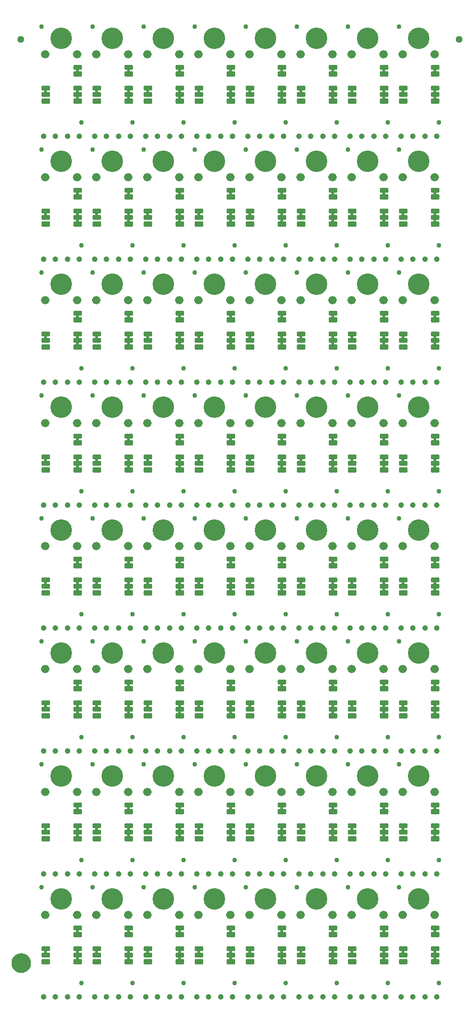
<source format=gbs>
G04 EAGLE Gerber RS-274X export*
G75*
%MOMM*%
%FSLAX34Y34*%
%LPD*%
%INSoldermask Bottom*%
%IPPOS*%
%AMOC8*
5,1,8,0,0,1.08239X$1,22.5*%
G01*
%ADD10C,0.762000*%
%ADD11C,3.429000*%
%ADD12C,0.228344*%
%ADD13C,0.889000*%
%ADD14C,1.327000*%
%ADD15C,1.127000*%
%ADD16C,1.270000*%
%ADD17C,1.627000*%

G36*
X146115Y1480832D02*
X146115Y1480832D01*
X146181Y1480834D01*
X146224Y1480852D01*
X146271Y1480860D01*
X146328Y1480894D01*
X146388Y1480919D01*
X146423Y1480950D01*
X146464Y1480975D01*
X146506Y1481026D01*
X146554Y1481070D01*
X146576Y1481112D01*
X146605Y1481149D01*
X146626Y1481211D01*
X146657Y1481270D01*
X146665Y1481324D01*
X146677Y1481361D01*
X146676Y1481401D01*
X146684Y1481455D01*
X146684Y1485265D01*
X146673Y1485330D01*
X146671Y1485396D01*
X146653Y1485439D01*
X146645Y1485486D01*
X146611Y1485543D01*
X146586Y1485603D01*
X146555Y1485638D01*
X146530Y1485679D01*
X146479Y1485721D01*
X146435Y1485769D01*
X146393Y1485791D01*
X146356Y1485820D01*
X146294Y1485841D01*
X146235Y1485872D01*
X146181Y1485880D01*
X146144Y1485892D01*
X146104Y1485891D01*
X146050Y1485899D01*
X143510Y1485899D01*
X143445Y1485888D01*
X143379Y1485886D01*
X143336Y1485868D01*
X143289Y1485860D01*
X143232Y1485826D01*
X143172Y1485801D01*
X143137Y1485770D01*
X143096Y1485745D01*
X143055Y1485694D01*
X143006Y1485650D01*
X142984Y1485608D01*
X142955Y1485571D01*
X142934Y1485509D01*
X142903Y1485450D01*
X142895Y1485396D01*
X142883Y1485359D01*
X142883Y1485355D01*
X142883Y1485354D01*
X142884Y1485319D01*
X142876Y1485265D01*
X142876Y1481455D01*
X142887Y1481390D01*
X142889Y1481324D01*
X142907Y1481281D01*
X142915Y1481234D01*
X142949Y1481177D01*
X142974Y1481117D01*
X143005Y1481082D01*
X143030Y1481041D01*
X143081Y1481000D01*
X143125Y1480951D01*
X143167Y1480929D01*
X143204Y1480900D01*
X143266Y1480879D01*
X143325Y1480848D01*
X143379Y1480840D01*
X143416Y1480828D01*
X143456Y1480829D01*
X143510Y1480821D01*
X146050Y1480821D01*
X146115Y1480832D01*
G37*
G36*
X64835Y1480832D02*
X64835Y1480832D01*
X64901Y1480834D01*
X64944Y1480852D01*
X64991Y1480860D01*
X65048Y1480894D01*
X65108Y1480919D01*
X65143Y1480950D01*
X65184Y1480975D01*
X65226Y1481026D01*
X65274Y1481070D01*
X65296Y1481112D01*
X65325Y1481149D01*
X65346Y1481211D01*
X65377Y1481270D01*
X65385Y1481324D01*
X65397Y1481361D01*
X65396Y1481401D01*
X65404Y1481455D01*
X65404Y1485265D01*
X65393Y1485330D01*
X65391Y1485396D01*
X65373Y1485439D01*
X65365Y1485486D01*
X65331Y1485543D01*
X65306Y1485603D01*
X65275Y1485638D01*
X65250Y1485679D01*
X65199Y1485721D01*
X65155Y1485769D01*
X65113Y1485791D01*
X65076Y1485820D01*
X65014Y1485841D01*
X64955Y1485872D01*
X64901Y1485880D01*
X64864Y1485892D01*
X64824Y1485891D01*
X64770Y1485899D01*
X62230Y1485899D01*
X62165Y1485888D01*
X62099Y1485886D01*
X62056Y1485868D01*
X62009Y1485860D01*
X61952Y1485826D01*
X61892Y1485801D01*
X61857Y1485770D01*
X61816Y1485745D01*
X61775Y1485694D01*
X61726Y1485650D01*
X61704Y1485608D01*
X61675Y1485571D01*
X61654Y1485509D01*
X61623Y1485450D01*
X61615Y1485396D01*
X61603Y1485359D01*
X61603Y1485355D01*
X61603Y1485354D01*
X61604Y1485319D01*
X61596Y1485265D01*
X61596Y1481455D01*
X61607Y1481390D01*
X61609Y1481324D01*
X61627Y1481281D01*
X61635Y1481234D01*
X61669Y1481177D01*
X61694Y1481117D01*
X61725Y1481082D01*
X61750Y1481041D01*
X61801Y1481000D01*
X61845Y1480951D01*
X61887Y1480929D01*
X61924Y1480900D01*
X61986Y1480879D01*
X62045Y1480848D01*
X62099Y1480840D01*
X62136Y1480828D01*
X62176Y1480829D01*
X62230Y1480821D01*
X64770Y1480821D01*
X64835Y1480832D01*
G37*
G36*
X389955Y1480832D02*
X389955Y1480832D01*
X390021Y1480834D01*
X390064Y1480852D01*
X390111Y1480860D01*
X390168Y1480894D01*
X390228Y1480919D01*
X390263Y1480950D01*
X390304Y1480975D01*
X390346Y1481026D01*
X390394Y1481070D01*
X390416Y1481112D01*
X390445Y1481149D01*
X390466Y1481211D01*
X390497Y1481270D01*
X390505Y1481324D01*
X390517Y1481361D01*
X390516Y1481401D01*
X390524Y1481455D01*
X390524Y1485265D01*
X390513Y1485330D01*
X390511Y1485396D01*
X390493Y1485439D01*
X390485Y1485486D01*
X390451Y1485543D01*
X390426Y1485603D01*
X390395Y1485638D01*
X390370Y1485679D01*
X390319Y1485721D01*
X390275Y1485769D01*
X390233Y1485791D01*
X390196Y1485820D01*
X390134Y1485841D01*
X390075Y1485872D01*
X390021Y1485880D01*
X389984Y1485892D01*
X389944Y1485891D01*
X389890Y1485899D01*
X387350Y1485899D01*
X387285Y1485888D01*
X387219Y1485886D01*
X387176Y1485868D01*
X387129Y1485860D01*
X387072Y1485826D01*
X387012Y1485801D01*
X386977Y1485770D01*
X386936Y1485745D01*
X386895Y1485694D01*
X386846Y1485650D01*
X386824Y1485608D01*
X386795Y1485571D01*
X386774Y1485509D01*
X386743Y1485450D01*
X386735Y1485396D01*
X386723Y1485359D01*
X386723Y1485355D01*
X386723Y1485354D01*
X386724Y1485319D01*
X386716Y1485265D01*
X386716Y1481455D01*
X386727Y1481390D01*
X386729Y1481324D01*
X386747Y1481281D01*
X386755Y1481234D01*
X386789Y1481177D01*
X386814Y1481117D01*
X386845Y1481082D01*
X386870Y1481041D01*
X386921Y1481000D01*
X386965Y1480951D01*
X387007Y1480929D01*
X387044Y1480900D01*
X387106Y1480879D01*
X387165Y1480848D01*
X387219Y1480840D01*
X387256Y1480828D01*
X387296Y1480829D01*
X387350Y1480821D01*
X389890Y1480821D01*
X389955Y1480832D01*
G37*
G36*
X227395Y1480832D02*
X227395Y1480832D01*
X227461Y1480834D01*
X227504Y1480852D01*
X227551Y1480860D01*
X227608Y1480894D01*
X227668Y1480919D01*
X227703Y1480950D01*
X227744Y1480975D01*
X227786Y1481026D01*
X227834Y1481070D01*
X227856Y1481112D01*
X227885Y1481149D01*
X227906Y1481211D01*
X227937Y1481270D01*
X227945Y1481324D01*
X227957Y1481361D01*
X227956Y1481401D01*
X227964Y1481455D01*
X227964Y1485265D01*
X227953Y1485330D01*
X227951Y1485396D01*
X227933Y1485439D01*
X227925Y1485486D01*
X227891Y1485543D01*
X227866Y1485603D01*
X227835Y1485638D01*
X227810Y1485679D01*
X227759Y1485721D01*
X227715Y1485769D01*
X227673Y1485791D01*
X227636Y1485820D01*
X227574Y1485841D01*
X227515Y1485872D01*
X227461Y1485880D01*
X227424Y1485892D01*
X227384Y1485891D01*
X227330Y1485899D01*
X224790Y1485899D01*
X224725Y1485888D01*
X224659Y1485886D01*
X224616Y1485868D01*
X224569Y1485860D01*
X224512Y1485826D01*
X224452Y1485801D01*
X224417Y1485770D01*
X224376Y1485745D01*
X224335Y1485694D01*
X224286Y1485650D01*
X224264Y1485608D01*
X224235Y1485571D01*
X224214Y1485509D01*
X224183Y1485450D01*
X224175Y1485396D01*
X224163Y1485359D01*
X224163Y1485355D01*
X224163Y1485354D01*
X224164Y1485319D01*
X224156Y1485265D01*
X224156Y1481455D01*
X224167Y1481390D01*
X224169Y1481324D01*
X224187Y1481281D01*
X224195Y1481234D01*
X224229Y1481177D01*
X224254Y1481117D01*
X224285Y1481082D01*
X224310Y1481041D01*
X224361Y1481000D01*
X224405Y1480951D01*
X224447Y1480929D01*
X224484Y1480900D01*
X224546Y1480879D01*
X224605Y1480848D01*
X224659Y1480840D01*
X224696Y1480828D01*
X224736Y1480829D01*
X224790Y1480821D01*
X227330Y1480821D01*
X227395Y1480832D01*
G37*
G36*
X471235Y1480832D02*
X471235Y1480832D01*
X471301Y1480834D01*
X471344Y1480852D01*
X471391Y1480860D01*
X471448Y1480894D01*
X471508Y1480919D01*
X471543Y1480950D01*
X471584Y1480975D01*
X471626Y1481026D01*
X471674Y1481070D01*
X471696Y1481112D01*
X471725Y1481149D01*
X471746Y1481211D01*
X471777Y1481270D01*
X471785Y1481324D01*
X471797Y1481361D01*
X471796Y1481401D01*
X471804Y1481455D01*
X471804Y1485265D01*
X471793Y1485330D01*
X471791Y1485396D01*
X471773Y1485439D01*
X471765Y1485486D01*
X471731Y1485543D01*
X471706Y1485603D01*
X471675Y1485638D01*
X471650Y1485679D01*
X471599Y1485721D01*
X471555Y1485769D01*
X471513Y1485791D01*
X471476Y1485820D01*
X471414Y1485841D01*
X471355Y1485872D01*
X471301Y1485880D01*
X471264Y1485892D01*
X471224Y1485891D01*
X471170Y1485899D01*
X468630Y1485899D01*
X468565Y1485888D01*
X468499Y1485886D01*
X468456Y1485868D01*
X468409Y1485860D01*
X468352Y1485826D01*
X468292Y1485801D01*
X468257Y1485770D01*
X468216Y1485745D01*
X468175Y1485694D01*
X468126Y1485650D01*
X468104Y1485608D01*
X468075Y1485571D01*
X468054Y1485509D01*
X468023Y1485450D01*
X468015Y1485396D01*
X468003Y1485359D01*
X468003Y1485355D01*
X468003Y1485354D01*
X468004Y1485319D01*
X467996Y1485265D01*
X467996Y1481455D01*
X468007Y1481390D01*
X468009Y1481324D01*
X468027Y1481281D01*
X468035Y1481234D01*
X468069Y1481177D01*
X468094Y1481117D01*
X468125Y1481082D01*
X468150Y1481041D01*
X468201Y1481000D01*
X468245Y1480951D01*
X468287Y1480929D01*
X468324Y1480900D01*
X468386Y1480879D01*
X468445Y1480848D01*
X468499Y1480840D01*
X468536Y1480828D01*
X468576Y1480829D01*
X468630Y1480821D01*
X471170Y1480821D01*
X471235Y1480832D01*
G37*
G36*
X308675Y1480832D02*
X308675Y1480832D01*
X308741Y1480834D01*
X308784Y1480852D01*
X308831Y1480860D01*
X308888Y1480894D01*
X308948Y1480919D01*
X308983Y1480950D01*
X309024Y1480975D01*
X309066Y1481026D01*
X309114Y1481070D01*
X309136Y1481112D01*
X309165Y1481149D01*
X309186Y1481211D01*
X309217Y1481270D01*
X309225Y1481324D01*
X309237Y1481361D01*
X309236Y1481401D01*
X309244Y1481455D01*
X309244Y1485265D01*
X309233Y1485330D01*
X309231Y1485396D01*
X309213Y1485439D01*
X309205Y1485486D01*
X309171Y1485543D01*
X309146Y1485603D01*
X309115Y1485638D01*
X309090Y1485679D01*
X309039Y1485721D01*
X308995Y1485769D01*
X308953Y1485791D01*
X308916Y1485820D01*
X308854Y1485841D01*
X308795Y1485872D01*
X308741Y1485880D01*
X308704Y1485892D01*
X308664Y1485891D01*
X308610Y1485899D01*
X306070Y1485899D01*
X306005Y1485888D01*
X305939Y1485886D01*
X305896Y1485868D01*
X305849Y1485860D01*
X305792Y1485826D01*
X305732Y1485801D01*
X305697Y1485770D01*
X305656Y1485745D01*
X305615Y1485694D01*
X305566Y1485650D01*
X305544Y1485608D01*
X305515Y1485571D01*
X305494Y1485509D01*
X305463Y1485450D01*
X305455Y1485396D01*
X305443Y1485359D01*
X305443Y1485355D01*
X305443Y1485354D01*
X305444Y1485319D01*
X305436Y1485265D01*
X305436Y1481455D01*
X305447Y1481390D01*
X305449Y1481324D01*
X305467Y1481281D01*
X305475Y1481234D01*
X305509Y1481177D01*
X305534Y1481117D01*
X305565Y1481082D01*
X305590Y1481041D01*
X305641Y1481000D01*
X305685Y1480951D01*
X305727Y1480929D01*
X305764Y1480900D01*
X305826Y1480879D01*
X305885Y1480848D01*
X305939Y1480840D01*
X305976Y1480828D01*
X306016Y1480829D01*
X306070Y1480821D01*
X308610Y1480821D01*
X308675Y1480832D01*
G37*
G36*
X552515Y1480832D02*
X552515Y1480832D01*
X552581Y1480834D01*
X552624Y1480852D01*
X552671Y1480860D01*
X552728Y1480894D01*
X552788Y1480919D01*
X552823Y1480950D01*
X552864Y1480975D01*
X552906Y1481026D01*
X552954Y1481070D01*
X552976Y1481112D01*
X553005Y1481149D01*
X553026Y1481211D01*
X553057Y1481270D01*
X553065Y1481324D01*
X553077Y1481361D01*
X553076Y1481401D01*
X553084Y1481455D01*
X553084Y1485265D01*
X553073Y1485330D01*
X553071Y1485396D01*
X553053Y1485439D01*
X553045Y1485486D01*
X553011Y1485543D01*
X552986Y1485603D01*
X552955Y1485638D01*
X552930Y1485679D01*
X552879Y1485721D01*
X552835Y1485769D01*
X552793Y1485791D01*
X552756Y1485820D01*
X552694Y1485841D01*
X552635Y1485872D01*
X552581Y1485880D01*
X552544Y1485892D01*
X552504Y1485891D01*
X552450Y1485899D01*
X549910Y1485899D01*
X549845Y1485888D01*
X549779Y1485886D01*
X549736Y1485868D01*
X549689Y1485860D01*
X549632Y1485826D01*
X549572Y1485801D01*
X549537Y1485770D01*
X549496Y1485745D01*
X549455Y1485694D01*
X549406Y1485650D01*
X549384Y1485608D01*
X549355Y1485571D01*
X549334Y1485509D01*
X549303Y1485450D01*
X549295Y1485396D01*
X549283Y1485359D01*
X549283Y1485355D01*
X549283Y1485354D01*
X549284Y1485319D01*
X549276Y1485265D01*
X549276Y1481455D01*
X549287Y1481390D01*
X549289Y1481324D01*
X549307Y1481281D01*
X549315Y1481234D01*
X549349Y1481177D01*
X549374Y1481117D01*
X549405Y1481082D01*
X549430Y1481041D01*
X549481Y1481000D01*
X549525Y1480951D01*
X549567Y1480929D01*
X549604Y1480900D01*
X549666Y1480879D01*
X549725Y1480848D01*
X549779Y1480840D01*
X549816Y1480828D01*
X549856Y1480829D01*
X549910Y1480821D01*
X552450Y1480821D01*
X552515Y1480832D01*
G37*
G36*
X633795Y1480832D02*
X633795Y1480832D01*
X633861Y1480834D01*
X633904Y1480852D01*
X633951Y1480860D01*
X634008Y1480894D01*
X634068Y1480919D01*
X634103Y1480950D01*
X634144Y1480975D01*
X634186Y1481026D01*
X634234Y1481070D01*
X634256Y1481112D01*
X634285Y1481149D01*
X634306Y1481211D01*
X634337Y1481270D01*
X634345Y1481324D01*
X634357Y1481361D01*
X634356Y1481401D01*
X634364Y1481455D01*
X634364Y1485265D01*
X634353Y1485330D01*
X634351Y1485396D01*
X634333Y1485439D01*
X634325Y1485486D01*
X634291Y1485543D01*
X634266Y1485603D01*
X634235Y1485638D01*
X634210Y1485679D01*
X634159Y1485721D01*
X634115Y1485769D01*
X634073Y1485791D01*
X634036Y1485820D01*
X633974Y1485841D01*
X633915Y1485872D01*
X633861Y1485880D01*
X633824Y1485892D01*
X633784Y1485891D01*
X633730Y1485899D01*
X631190Y1485899D01*
X631125Y1485888D01*
X631059Y1485886D01*
X631016Y1485868D01*
X630969Y1485860D01*
X630912Y1485826D01*
X630852Y1485801D01*
X630817Y1485770D01*
X630776Y1485745D01*
X630735Y1485694D01*
X630686Y1485650D01*
X630664Y1485608D01*
X630635Y1485571D01*
X630614Y1485509D01*
X630583Y1485450D01*
X630575Y1485396D01*
X630563Y1485359D01*
X630563Y1485355D01*
X630563Y1485354D01*
X630564Y1485319D01*
X630556Y1485265D01*
X630556Y1481455D01*
X630567Y1481390D01*
X630569Y1481324D01*
X630587Y1481281D01*
X630595Y1481234D01*
X630629Y1481177D01*
X630654Y1481117D01*
X630685Y1481082D01*
X630710Y1481041D01*
X630761Y1481000D01*
X630805Y1480951D01*
X630847Y1480929D01*
X630884Y1480900D01*
X630946Y1480879D01*
X631005Y1480848D01*
X631059Y1480840D01*
X631096Y1480828D01*
X631136Y1480829D01*
X631190Y1480821D01*
X633730Y1480821D01*
X633795Y1480832D01*
G37*
G36*
X471235Y655332D02*
X471235Y655332D01*
X471301Y655334D01*
X471344Y655352D01*
X471391Y655360D01*
X471448Y655394D01*
X471508Y655419D01*
X471543Y655450D01*
X471584Y655475D01*
X471626Y655526D01*
X471674Y655570D01*
X471696Y655612D01*
X471725Y655649D01*
X471746Y655711D01*
X471777Y655770D01*
X471785Y655824D01*
X471797Y655861D01*
X471796Y655901D01*
X471804Y655955D01*
X471804Y659765D01*
X471793Y659830D01*
X471791Y659896D01*
X471773Y659939D01*
X471765Y659986D01*
X471731Y660043D01*
X471706Y660103D01*
X471675Y660138D01*
X471650Y660179D01*
X471599Y660221D01*
X471555Y660269D01*
X471513Y660291D01*
X471476Y660320D01*
X471414Y660341D01*
X471355Y660372D01*
X471301Y660380D01*
X471264Y660392D01*
X471224Y660391D01*
X471170Y660399D01*
X468630Y660399D01*
X468565Y660388D01*
X468499Y660386D01*
X468456Y660368D01*
X468409Y660360D01*
X468352Y660326D01*
X468292Y660301D01*
X468257Y660270D01*
X468216Y660245D01*
X468175Y660194D01*
X468126Y660150D01*
X468104Y660108D01*
X468075Y660071D01*
X468054Y660009D01*
X468023Y659950D01*
X468015Y659896D01*
X468003Y659859D01*
X468003Y659855D01*
X468003Y659854D01*
X468004Y659819D01*
X467996Y659765D01*
X467996Y655955D01*
X468007Y655890D01*
X468009Y655824D01*
X468027Y655781D01*
X468035Y655734D01*
X468069Y655677D01*
X468094Y655617D01*
X468125Y655582D01*
X468150Y655541D01*
X468201Y655500D01*
X468245Y655451D01*
X468287Y655429D01*
X468324Y655400D01*
X468386Y655379D01*
X468445Y655348D01*
X468499Y655340D01*
X468536Y655328D01*
X468576Y655329D01*
X468630Y655321D01*
X471170Y655321D01*
X471235Y655332D01*
G37*
G36*
X64835Y655332D02*
X64835Y655332D01*
X64901Y655334D01*
X64944Y655352D01*
X64991Y655360D01*
X65048Y655394D01*
X65108Y655419D01*
X65143Y655450D01*
X65184Y655475D01*
X65226Y655526D01*
X65274Y655570D01*
X65296Y655612D01*
X65325Y655649D01*
X65346Y655711D01*
X65377Y655770D01*
X65385Y655824D01*
X65397Y655861D01*
X65396Y655901D01*
X65404Y655955D01*
X65404Y659765D01*
X65393Y659830D01*
X65391Y659896D01*
X65373Y659939D01*
X65365Y659986D01*
X65331Y660043D01*
X65306Y660103D01*
X65275Y660138D01*
X65250Y660179D01*
X65199Y660221D01*
X65155Y660269D01*
X65113Y660291D01*
X65076Y660320D01*
X65014Y660341D01*
X64955Y660372D01*
X64901Y660380D01*
X64864Y660392D01*
X64824Y660391D01*
X64770Y660399D01*
X62230Y660399D01*
X62165Y660388D01*
X62099Y660386D01*
X62056Y660368D01*
X62009Y660360D01*
X61952Y660326D01*
X61892Y660301D01*
X61857Y660270D01*
X61816Y660245D01*
X61775Y660194D01*
X61726Y660150D01*
X61704Y660108D01*
X61675Y660071D01*
X61654Y660009D01*
X61623Y659950D01*
X61615Y659896D01*
X61603Y659859D01*
X61603Y659855D01*
X61603Y659854D01*
X61604Y659819D01*
X61596Y659765D01*
X61596Y655955D01*
X61607Y655890D01*
X61609Y655824D01*
X61627Y655781D01*
X61635Y655734D01*
X61669Y655677D01*
X61694Y655617D01*
X61725Y655582D01*
X61750Y655541D01*
X61801Y655500D01*
X61845Y655451D01*
X61887Y655429D01*
X61924Y655400D01*
X61986Y655379D01*
X62045Y655348D01*
X62099Y655340D01*
X62136Y655328D01*
X62176Y655329D01*
X62230Y655321D01*
X64770Y655321D01*
X64835Y655332D01*
G37*
G36*
X146115Y655332D02*
X146115Y655332D01*
X146181Y655334D01*
X146224Y655352D01*
X146271Y655360D01*
X146328Y655394D01*
X146388Y655419D01*
X146423Y655450D01*
X146464Y655475D01*
X146506Y655526D01*
X146554Y655570D01*
X146576Y655612D01*
X146605Y655649D01*
X146626Y655711D01*
X146657Y655770D01*
X146665Y655824D01*
X146677Y655861D01*
X146676Y655901D01*
X146684Y655955D01*
X146684Y659765D01*
X146673Y659830D01*
X146671Y659896D01*
X146653Y659939D01*
X146645Y659986D01*
X146611Y660043D01*
X146586Y660103D01*
X146555Y660138D01*
X146530Y660179D01*
X146479Y660221D01*
X146435Y660269D01*
X146393Y660291D01*
X146356Y660320D01*
X146294Y660341D01*
X146235Y660372D01*
X146181Y660380D01*
X146144Y660392D01*
X146104Y660391D01*
X146050Y660399D01*
X143510Y660399D01*
X143445Y660388D01*
X143379Y660386D01*
X143336Y660368D01*
X143289Y660360D01*
X143232Y660326D01*
X143172Y660301D01*
X143137Y660270D01*
X143096Y660245D01*
X143055Y660194D01*
X143006Y660150D01*
X142984Y660108D01*
X142955Y660071D01*
X142934Y660009D01*
X142903Y659950D01*
X142895Y659896D01*
X142883Y659859D01*
X142883Y659855D01*
X142883Y659854D01*
X142884Y659819D01*
X142876Y659765D01*
X142876Y655955D01*
X142887Y655890D01*
X142889Y655824D01*
X142907Y655781D01*
X142915Y655734D01*
X142949Y655677D01*
X142974Y655617D01*
X143005Y655582D01*
X143030Y655541D01*
X143081Y655500D01*
X143125Y655451D01*
X143167Y655429D01*
X143204Y655400D01*
X143266Y655379D01*
X143325Y655348D01*
X143379Y655340D01*
X143416Y655328D01*
X143456Y655329D01*
X143510Y655321D01*
X146050Y655321D01*
X146115Y655332D01*
G37*
G36*
X552515Y655332D02*
X552515Y655332D01*
X552581Y655334D01*
X552624Y655352D01*
X552671Y655360D01*
X552728Y655394D01*
X552788Y655419D01*
X552823Y655450D01*
X552864Y655475D01*
X552906Y655526D01*
X552954Y655570D01*
X552976Y655612D01*
X553005Y655649D01*
X553026Y655711D01*
X553057Y655770D01*
X553065Y655824D01*
X553077Y655861D01*
X553076Y655901D01*
X553084Y655955D01*
X553084Y659765D01*
X553073Y659830D01*
X553071Y659896D01*
X553053Y659939D01*
X553045Y659986D01*
X553011Y660043D01*
X552986Y660103D01*
X552955Y660138D01*
X552930Y660179D01*
X552879Y660221D01*
X552835Y660269D01*
X552793Y660291D01*
X552756Y660320D01*
X552694Y660341D01*
X552635Y660372D01*
X552581Y660380D01*
X552544Y660392D01*
X552504Y660391D01*
X552450Y660399D01*
X549910Y660399D01*
X549845Y660388D01*
X549779Y660386D01*
X549736Y660368D01*
X549689Y660360D01*
X549632Y660326D01*
X549572Y660301D01*
X549537Y660270D01*
X549496Y660245D01*
X549455Y660194D01*
X549406Y660150D01*
X549384Y660108D01*
X549355Y660071D01*
X549334Y660009D01*
X549303Y659950D01*
X549295Y659896D01*
X549283Y659859D01*
X549283Y659855D01*
X549283Y659854D01*
X549284Y659819D01*
X549276Y659765D01*
X549276Y655955D01*
X549287Y655890D01*
X549289Y655824D01*
X549307Y655781D01*
X549315Y655734D01*
X549349Y655677D01*
X549374Y655617D01*
X549405Y655582D01*
X549430Y655541D01*
X549481Y655500D01*
X549525Y655451D01*
X549567Y655429D01*
X549604Y655400D01*
X549666Y655379D01*
X549725Y655348D01*
X549779Y655340D01*
X549816Y655328D01*
X549856Y655329D01*
X549910Y655321D01*
X552450Y655321D01*
X552515Y655332D01*
G37*
G36*
X633795Y655332D02*
X633795Y655332D01*
X633861Y655334D01*
X633904Y655352D01*
X633951Y655360D01*
X634008Y655394D01*
X634068Y655419D01*
X634103Y655450D01*
X634144Y655475D01*
X634186Y655526D01*
X634234Y655570D01*
X634256Y655612D01*
X634285Y655649D01*
X634306Y655711D01*
X634337Y655770D01*
X634345Y655824D01*
X634357Y655861D01*
X634356Y655901D01*
X634364Y655955D01*
X634364Y659765D01*
X634353Y659830D01*
X634351Y659896D01*
X634333Y659939D01*
X634325Y659986D01*
X634291Y660043D01*
X634266Y660103D01*
X634235Y660138D01*
X634210Y660179D01*
X634159Y660221D01*
X634115Y660269D01*
X634073Y660291D01*
X634036Y660320D01*
X633974Y660341D01*
X633915Y660372D01*
X633861Y660380D01*
X633824Y660392D01*
X633784Y660391D01*
X633730Y660399D01*
X631190Y660399D01*
X631125Y660388D01*
X631059Y660386D01*
X631016Y660368D01*
X630969Y660360D01*
X630912Y660326D01*
X630852Y660301D01*
X630817Y660270D01*
X630776Y660245D01*
X630735Y660194D01*
X630686Y660150D01*
X630664Y660108D01*
X630635Y660071D01*
X630614Y660009D01*
X630583Y659950D01*
X630575Y659896D01*
X630563Y659859D01*
X630563Y659855D01*
X630563Y659854D01*
X630564Y659819D01*
X630556Y659765D01*
X630556Y655955D01*
X630567Y655890D01*
X630569Y655824D01*
X630587Y655781D01*
X630595Y655734D01*
X630629Y655677D01*
X630654Y655617D01*
X630685Y655582D01*
X630710Y655541D01*
X630761Y655500D01*
X630805Y655451D01*
X630847Y655429D01*
X630884Y655400D01*
X630946Y655379D01*
X631005Y655348D01*
X631059Y655340D01*
X631096Y655328D01*
X631136Y655329D01*
X631190Y655321D01*
X633730Y655321D01*
X633795Y655332D01*
G37*
G36*
X308675Y655332D02*
X308675Y655332D01*
X308741Y655334D01*
X308784Y655352D01*
X308831Y655360D01*
X308888Y655394D01*
X308948Y655419D01*
X308983Y655450D01*
X309024Y655475D01*
X309066Y655526D01*
X309114Y655570D01*
X309136Y655612D01*
X309165Y655649D01*
X309186Y655711D01*
X309217Y655770D01*
X309225Y655824D01*
X309237Y655861D01*
X309236Y655901D01*
X309244Y655955D01*
X309244Y659765D01*
X309233Y659830D01*
X309231Y659896D01*
X309213Y659939D01*
X309205Y659986D01*
X309171Y660043D01*
X309146Y660103D01*
X309115Y660138D01*
X309090Y660179D01*
X309039Y660221D01*
X308995Y660269D01*
X308953Y660291D01*
X308916Y660320D01*
X308854Y660341D01*
X308795Y660372D01*
X308741Y660380D01*
X308704Y660392D01*
X308664Y660391D01*
X308610Y660399D01*
X306070Y660399D01*
X306005Y660388D01*
X305939Y660386D01*
X305896Y660368D01*
X305849Y660360D01*
X305792Y660326D01*
X305732Y660301D01*
X305697Y660270D01*
X305656Y660245D01*
X305615Y660194D01*
X305566Y660150D01*
X305544Y660108D01*
X305515Y660071D01*
X305494Y660009D01*
X305463Y659950D01*
X305455Y659896D01*
X305443Y659859D01*
X305443Y659855D01*
X305443Y659854D01*
X305444Y659819D01*
X305436Y659765D01*
X305436Y655955D01*
X305447Y655890D01*
X305449Y655824D01*
X305467Y655781D01*
X305475Y655734D01*
X305509Y655677D01*
X305534Y655617D01*
X305565Y655582D01*
X305590Y655541D01*
X305641Y655500D01*
X305685Y655451D01*
X305727Y655429D01*
X305764Y655400D01*
X305826Y655379D01*
X305885Y655348D01*
X305939Y655340D01*
X305976Y655328D01*
X306016Y655329D01*
X306070Y655321D01*
X308610Y655321D01*
X308675Y655332D01*
G37*
G36*
X389955Y655332D02*
X389955Y655332D01*
X390021Y655334D01*
X390064Y655352D01*
X390111Y655360D01*
X390168Y655394D01*
X390228Y655419D01*
X390263Y655450D01*
X390304Y655475D01*
X390346Y655526D01*
X390394Y655570D01*
X390416Y655612D01*
X390445Y655649D01*
X390466Y655711D01*
X390497Y655770D01*
X390505Y655824D01*
X390517Y655861D01*
X390516Y655901D01*
X390524Y655955D01*
X390524Y659765D01*
X390513Y659830D01*
X390511Y659896D01*
X390493Y659939D01*
X390485Y659986D01*
X390451Y660043D01*
X390426Y660103D01*
X390395Y660138D01*
X390370Y660179D01*
X390319Y660221D01*
X390275Y660269D01*
X390233Y660291D01*
X390196Y660320D01*
X390134Y660341D01*
X390075Y660372D01*
X390021Y660380D01*
X389984Y660392D01*
X389944Y660391D01*
X389890Y660399D01*
X387350Y660399D01*
X387285Y660388D01*
X387219Y660386D01*
X387176Y660368D01*
X387129Y660360D01*
X387072Y660326D01*
X387012Y660301D01*
X386977Y660270D01*
X386936Y660245D01*
X386895Y660194D01*
X386846Y660150D01*
X386824Y660108D01*
X386795Y660071D01*
X386774Y660009D01*
X386743Y659950D01*
X386735Y659896D01*
X386723Y659859D01*
X386723Y659855D01*
X386723Y659854D01*
X386724Y659819D01*
X386716Y659765D01*
X386716Y655955D01*
X386727Y655890D01*
X386729Y655824D01*
X386747Y655781D01*
X386755Y655734D01*
X386789Y655677D01*
X386814Y655617D01*
X386845Y655582D01*
X386870Y655541D01*
X386921Y655500D01*
X386965Y655451D01*
X387007Y655429D01*
X387044Y655400D01*
X387106Y655379D01*
X387165Y655348D01*
X387219Y655340D01*
X387256Y655328D01*
X387296Y655329D01*
X387350Y655321D01*
X389890Y655321D01*
X389955Y655332D01*
G37*
G36*
X227395Y655332D02*
X227395Y655332D01*
X227461Y655334D01*
X227504Y655352D01*
X227551Y655360D01*
X227608Y655394D01*
X227668Y655419D01*
X227703Y655450D01*
X227744Y655475D01*
X227786Y655526D01*
X227834Y655570D01*
X227856Y655612D01*
X227885Y655649D01*
X227906Y655711D01*
X227937Y655770D01*
X227945Y655824D01*
X227957Y655861D01*
X227956Y655901D01*
X227964Y655955D01*
X227964Y659765D01*
X227953Y659830D01*
X227951Y659896D01*
X227933Y659939D01*
X227925Y659986D01*
X227891Y660043D01*
X227866Y660103D01*
X227835Y660138D01*
X227810Y660179D01*
X227759Y660221D01*
X227715Y660269D01*
X227673Y660291D01*
X227636Y660320D01*
X227574Y660341D01*
X227515Y660372D01*
X227461Y660380D01*
X227424Y660392D01*
X227384Y660391D01*
X227330Y660399D01*
X224790Y660399D01*
X224725Y660388D01*
X224659Y660386D01*
X224616Y660368D01*
X224569Y660360D01*
X224512Y660326D01*
X224452Y660301D01*
X224417Y660270D01*
X224376Y660245D01*
X224335Y660194D01*
X224286Y660150D01*
X224264Y660108D01*
X224235Y660071D01*
X224214Y660009D01*
X224183Y659950D01*
X224175Y659896D01*
X224163Y659859D01*
X224163Y659855D01*
X224163Y659854D01*
X224164Y659819D01*
X224156Y659765D01*
X224156Y655955D01*
X224167Y655890D01*
X224169Y655824D01*
X224187Y655781D01*
X224195Y655734D01*
X224229Y655677D01*
X224254Y655617D01*
X224285Y655582D01*
X224310Y655541D01*
X224361Y655500D01*
X224405Y655451D01*
X224447Y655429D01*
X224484Y655400D01*
X224546Y655379D01*
X224605Y655348D01*
X224659Y655340D01*
X224696Y655328D01*
X224736Y655329D01*
X224790Y655321D01*
X227330Y655321D01*
X227395Y655332D01*
G37*
G36*
X176595Y1447812D02*
X176595Y1447812D01*
X176661Y1447814D01*
X176704Y1447832D01*
X176751Y1447840D01*
X176808Y1447874D01*
X176868Y1447899D01*
X176903Y1447930D01*
X176944Y1447955D01*
X176986Y1448006D01*
X177034Y1448050D01*
X177056Y1448092D01*
X177085Y1448129D01*
X177106Y1448191D01*
X177137Y1448250D01*
X177145Y1448304D01*
X177157Y1448341D01*
X177156Y1448381D01*
X177164Y1448435D01*
X177164Y1452245D01*
X177153Y1452310D01*
X177151Y1452376D01*
X177133Y1452419D01*
X177125Y1452466D01*
X177091Y1452523D01*
X177066Y1452583D01*
X177035Y1452618D01*
X177010Y1452659D01*
X176959Y1452701D01*
X176915Y1452749D01*
X176873Y1452771D01*
X176836Y1452800D01*
X176774Y1452821D01*
X176715Y1452852D01*
X176661Y1452860D01*
X176624Y1452872D01*
X176584Y1452871D01*
X176530Y1452879D01*
X173990Y1452879D01*
X173925Y1452868D01*
X173859Y1452866D01*
X173816Y1452848D01*
X173769Y1452840D01*
X173712Y1452806D01*
X173652Y1452781D01*
X173617Y1452750D01*
X173576Y1452725D01*
X173535Y1452674D01*
X173486Y1452630D01*
X173464Y1452588D01*
X173435Y1452551D01*
X173414Y1452489D01*
X173383Y1452430D01*
X173375Y1452376D01*
X173363Y1452339D01*
X173363Y1452335D01*
X173363Y1452334D01*
X173364Y1452299D01*
X173356Y1452245D01*
X173356Y1448435D01*
X173367Y1448370D01*
X173369Y1448304D01*
X173387Y1448261D01*
X173395Y1448214D01*
X173429Y1448157D01*
X173454Y1448097D01*
X173485Y1448062D01*
X173510Y1448021D01*
X173561Y1447980D01*
X173605Y1447931D01*
X173647Y1447909D01*
X173684Y1447880D01*
X173746Y1447859D01*
X173805Y1447828D01*
X173859Y1447820D01*
X173896Y1447808D01*
X173936Y1447809D01*
X173990Y1447801D01*
X176530Y1447801D01*
X176595Y1447812D01*
G37*
G36*
X420435Y1447812D02*
X420435Y1447812D01*
X420501Y1447814D01*
X420544Y1447832D01*
X420591Y1447840D01*
X420648Y1447874D01*
X420708Y1447899D01*
X420743Y1447930D01*
X420784Y1447955D01*
X420826Y1448006D01*
X420874Y1448050D01*
X420896Y1448092D01*
X420925Y1448129D01*
X420946Y1448191D01*
X420977Y1448250D01*
X420985Y1448304D01*
X420997Y1448341D01*
X420996Y1448381D01*
X421004Y1448435D01*
X421004Y1452245D01*
X420993Y1452310D01*
X420991Y1452376D01*
X420973Y1452419D01*
X420965Y1452466D01*
X420931Y1452523D01*
X420906Y1452583D01*
X420875Y1452618D01*
X420850Y1452659D01*
X420799Y1452701D01*
X420755Y1452749D01*
X420713Y1452771D01*
X420676Y1452800D01*
X420614Y1452821D01*
X420555Y1452852D01*
X420501Y1452860D01*
X420464Y1452872D01*
X420424Y1452871D01*
X420370Y1452879D01*
X417830Y1452879D01*
X417765Y1452868D01*
X417699Y1452866D01*
X417656Y1452848D01*
X417609Y1452840D01*
X417552Y1452806D01*
X417492Y1452781D01*
X417457Y1452750D01*
X417416Y1452725D01*
X417375Y1452674D01*
X417326Y1452630D01*
X417304Y1452588D01*
X417275Y1452551D01*
X417254Y1452489D01*
X417223Y1452430D01*
X417215Y1452376D01*
X417203Y1452339D01*
X417203Y1452335D01*
X417203Y1452334D01*
X417204Y1452299D01*
X417196Y1452245D01*
X417196Y1448435D01*
X417207Y1448370D01*
X417209Y1448304D01*
X417227Y1448261D01*
X417235Y1448214D01*
X417269Y1448157D01*
X417294Y1448097D01*
X417325Y1448062D01*
X417350Y1448021D01*
X417401Y1447980D01*
X417445Y1447931D01*
X417487Y1447909D01*
X417524Y1447880D01*
X417586Y1447859D01*
X417645Y1447828D01*
X417699Y1447820D01*
X417736Y1447808D01*
X417776Y1447809D01*
X417830Y1447801D01*
X420370Y1447801D01*
X420435Y1447812D01*
G37*
G36*
X64835Y1447812D02*
X64835Y1447812D01*
X64901Y1447814D01*
X64944Y1447832D01*
X64991Y1447840D01*
X65048Y1447874D01*
X65108Y1447899D01*
X65143Y1447930D01*
X65184Y1447955D01*
X65226Y1448006D01*
X65274Y1448050D01*
X65296Y1448092D01*
X65325Y1448129D01*
X65346Y1448191D01*
X65377Y1448250D01*
X65385Y1448304D01*
X65397Y1448341D01*
X65396Y1448381D01*
X65404Y1448435D01*
X65404Y1452245D01*
X65393Y1452310D01*
X65391Y1452376D01*
X65373Y1452419D01*
X65365Y1452466D01*
X65331Y1452523D01*
X65306Y1452583D01*
X65275Y1452618D01*
X65250Y1452659D01*
X65199Y1452701D01*
X65155Y1452749D01*
X65113Y1452771D01*
X65076Y1452800D01*
X65014Y1452821D01*
X64955Y1452852D01*
X64901Y1452860D01*
X64864Y1452872D01*
X64824Y1452871D01*
X64770Y1452879D01*
X62230Y1452879D01*
X62165Y1452868D01*
X62099Y1452866D01*
X62056Y1452848D01*
X62009Y1452840D01*
X61952Y1452806D01*
X61892Y1452781D01*
X61857Y1452750D01*
X61816Y1452725D01*
X61775Y1452674D01*
X61726Y1452630D01*
X61704Y1452588D01*
X61675Y1452551D01*
X61654Y1452489D01*
X61623Y1452430D01*
X61615Y1452376D01*
X61603Y1452339D01*
X61603Y1452335D01*
X61603Y1452334D01*
X61604Y1452299D01*
X61596Y1452245D01*
X61596Y1448435D01*
X61607Y1448370D01*
X61609Y1448304D01*
X61627Y1448261D01*
X61635Y1448214D01*
X61669Y1448157D01*
X61694Y1448097D01*
X61725Y1448062D01*
X61750Y1448021D01*
X61801Y1447980D01*
X61845Y1447931D01*
X61887Y1447909D01*
X61924Y1447880D01*
X61986Y1447859D01*
X62045Y1447828D01*
X62099Y1447820D01*
X62136Y1447808D01*
X62176Y1447809D01*
X62230Y1447801D01*
X64770Y1447801D01*
X64835Y1447812D01*
G37*
G36*
X257875Y1447812D02*
X257875Y1447812D01*
X257941Y1447814D01*
X257984Y1447832D01*
X258031Y1447840D01*
X258088Y1447874D01*
X258148Y1447899D01*
X258183Y1447930D01*
X258224Y1447955D01*
X258266Y1448006D01*
X258314Y1448050D01*
X258336Y1448092D01*
X258365Y1448129D01*
X258386Y1448191D01*
X258417Y1448250D01*
X258425Y1448304D01*
X258437Y1448341D01*
X258436Y1448381D01*
X258444Y1448435D01*
X258444Y1452245D01*
X258433Y1452310D01*
X258431Y1452376D01*
X258413Y1452419D01*
X258405Y1452466D01*
X258371Y1452523D01*
X258346Y1452583D01*
X258315Y1452618D01*
X258290Y1452659D01*
X258239Y1452701D01*
X258195Y1452749D01*
X258153Y1452771D01*
X258116Y1452800D01*
X258054Y1452821D01*
X257995Y1452852D01*
X257941Y1452860D01*
X257904Y1452872D01*
X257864Y1452871D01*
X257810Y1452879D01*
X255270Y1452879D01*
X255205Y1452868D01*
X255139Y1452866D01*
X255096Y1452848D01*
X255049Y1452840D01*
X254992Y1452806D01*
X254932Y1452781D01*
X254897Y1452750D01*
X254856Y1452725D01*
X254815Y1452674D01*
X254766Y1452630D01*
X254744Y1452588D01*
X254715Y1452551D01*
X254694Y1452489D01*
X254663Y1452430D01*
X254655Y1452376D01*
X254643Y1452339D01*
X254643Y1452335D01*
X254643Y1452334D01*
X254644Y1452299D01*
X254636Y1452245D01*
X254636Y1448435D01*
X254647Y1448370D01*
X254649Y1448304D01*
X254667Y1448261D01*
X254675Y1448214D01*
X254709Y1448157D01*
X254734Y1448097D01*
X254765Y1448062D01*
X254790Y1448021D01*
X254841Y1447980D01*
X254885Y1447931D01*
X254927Y1447909D01*
X254964Y1447880D01*
X255026Y1447859D01*
X255085Y1447828D01*
X255139Y1447820D01*
X255176Y1447808D01*
X255216Y1447809D01*
X255270Y1447801D01*
X257810Y1447801D01*
X257875Y1447812D01*
G37*
G36*
X389955Y1447812D02*
X389955Y1447812D01*
X390021Y1447814D01*
X390064Y1447832D01*
X390111Y1447840D01*
X390168Y1447874D01*
X390228Y1447899D01*
X390263Y1447930D01*
X390304Y1447955D01*
X390346Y1448006D01*
X390394Y1448050D01*
X390416Y1448092D01*
X390445Y1448129D01*
X390466Y1448191D01*
X390497Y1448250D01*
X390505Y1448304D01*
X390517Y1448341D01*
X390516Y1448381D01*
X390524Y1448435D01*
X390524Y1452245D01*
X390513Y1452310D01*
X390511Y1452376D01*
X390493Y1452419D01*
X390485Y1452466D01*
X390451Y1452523D01*
X390426Y1452583D01*
X390395Y1452618D01*
X390370Y1452659D01*
X390319Y1452701D01*
X390275Y1452749D01*
X390233Y1452771D01*
X390196Y1452800D01*
X390134Y1452821D01*
X390075Y1452852D01*
X390021Y1452860D01*
X389984Y1452872D01*
X389944Y1452871D01*
X389890Y1452879D01*
X387350Y1452879D01*
X387285Y1452868D01*
X387219Y1452866D01*
X387176Y1452848D01*
X387129Y1452840D01*
X387072Y1452806D01*
X387012Y1452781D01*
X386977Y1452750D01*
X386936Y1452725D01*
X386895Y1452674D01*
X386846Y1452630D01*
X386824Y1452588D01*
X386795Y1452551D01*
X386774Y1452489D01*
X386743Y1452430D01*
X386735Y1452376D01*
X386723Y1452339D01*
X386723Y1452335D01*
X386723Y1452334D01*
X386724Y1452299D01*
X386716Y1452245D01*
X386716Y1448435D01*
X386727Y1448370D01*
X386729Y1448304D01*
X386747Y1448261D01*
X386755Y1448214D01*
X386789Y1448157D01*
X386814Y1448097D01*
X386845Y1448062D01*
X386870Y1448021D01*
X386921Y1447980D01*
X386965Y1447931D01*
X387007Y1447909D01*
X387044Y1447880D01*
X387106Y1447859D01*
X387165Y1447828D01*
X387219Y1447820D01*
X387256Y1447808D01*
X387296Y1447809D01*
X387350Y1447801D01*
X389890Y1447801D01*
X389955Y1447812D01*
G37*
G36*
X582995Y1447812D02*
X582995Y1447812D01*
X583061Y1447814D01*
X583104Y1447832D01*
X583151Y1447840D01*
X583208Y1447874D01*
X583268Y1447899D01*
X583303Y1447930D01*
X583344Y1447955D01*
X583386Y1448006D01*
X583434Y1448050D01*
X583456Y1448092D01*
X583485Y1448129D01*
X583506Y1448191D01*
X583537Y1448250D01*
X583545Y1448304D01*
X583557Y1448341D01*
X583556Y1448381D01*
X583564Y1448435D01*
X583564Y1452245D01*
X583553Y1452310D01*
X583551Y1452376D01*
X583533Y1452419D01*
X583525Y1452466D01*
X583491Y1452523D01*
X583466Y1452583D01*
X583435Y1452618D01*
X583410Y1452659D01*
X583359Y1452701D01*
X583315Y1452749D01*
X583273Y1452771D01*
X583236Y1452800D01*
X583174Y1452821D01*
X583115Y1452852D01*
X583061Y1452860D01*
X583024Y1452872D01*
X582984Y1452871D01*
X582930Y1452879D01*
X580390Y1452879D01*
X580325Y1452868D01*
X580259Y1452866D01*
X580216Y1452848D01*
X580169Y1452840D01*
X580112Y1452806D01*
X580052Y1452781D01*
X580017Y1452750D01*
X579976Y1452725D01*
X579935Y1452674D01*
X579886Y1452630D01*
X579864Y1452588D01*
X579835Y1452551D01*
X579814Y1452489D01*
X579783Y1452430D01*
X579775Y1452376D01*
X579763Y1452339D01*
X579763Y1452335D01*
X579763Y1452334D01*
X579764Y1452299D01*
X579756Y1452245D01*
X579756Y1448435D01*
X579767Y1448370D01*
X579769Y1448304D01*
X579787Y1448261D01*
X579795Y1448214D01*
X579829Y1448157D01*
X579854Y1448097D01*
X579885Y1448062D01*
X579910Y1448021D01*
X579961Y1447980D01*
X580005Y1447931D01*
X580047Y1447909D01*
X580084Y1447880D01*
X580146Y1447859D01*
X580205Y1447828D01*
X580259Y1447820D01*
X580296Y1447808D01*
X580336Y1447809D01*
X580390Y1447801D01*
X582930Y1447801D01*
X582995Y1447812D01*
G37*
G36*
X227395Y1447812D02*
X227395Y1447812D01*
X227461Y1447814D01*
X227504Y1447832D01*
X227551Y1447840D01*
X227608Y1447874D01*
X227668Y1447899D01*
X227703Y1447930D01*
X227744Y1447955D01*
X227786Y1448006D01*
X227834Y1448050D01*
X227856Y1448092D01*
X227885Y1448129D01*
X227906Y1448191D01*
X227937Y1448250D01*
X227945Y1448304D01*
X227957Y1448341D01*
X227956Y1448381D01*
X227964Y1448435D01*
X227964Y1452245D01*
X227953Y1452310D01*
X227951Y1452376D01*
X227933Y1452419D01*
X227925Y1452466D01*
X227891Y1452523D01*
X227866Y1452583D01*
X227835Y1452618D01*
X227810Y1452659D01*
X227759Y1452701D01*
X227715Y1452749D01*
X227673Y1452771D01*
X227636Y1452800D01*
X227574Y1452821D01*
X227515Y1452852D01*
X227461Y1452860D01*
X227424Y1452872D01*
X227384Y1452871D01*
X227330Y1452879D01*
X224790Y1452879D01*
X224725Y1452868D01*
X224659Y1452866D01*
X224616Y1452848D01*
X224569Y1452840D01*
X224512Y1452806D01*
X224452Y1452781D01*
X224417Y1452750D01*
X224376Y1452725D01*
X224335Y1452674D01*
X224286Y1452630D01*
X224264Y1452588D01*
X224235Y1452551D01*
X224214Y1452489D01*
X224183Y1452430D01*
X224175Y1452376D01*
X224163Y1452339D01*
X224163Y1452335D01*
X224163Y1452334D01*
X224164Y1452299D01*
X224156Y1452245D01*
X224156Y1448435D01*
X224167Y1448370D01*
X224169Y1448304D01*
X224187Y1448261D01*
X224195Y1448214D01*
X224229Y1448157D01*
X224254Y1448097D01*
X224285Y1448062D01*
X224310Y1448021D01*
X224361Y1447980D01*
X224405Y1447931D01*
X224447Y1447909D01*
X224484Y1447880D01*
X224546Y1447859D01*
X224605Y1447828D01*
X224659Y1447820D01*
X224696Y1447808D01*
X224736Y1447809D01*
X224790Y1447801D01*
X227330Y1447801D01*
X227395Y1447812D01*
G37*
G36*
X552515Y1447812D02*
X552515Y1447812D01*
X552581Y1447814D01*
X552624Y1447832D01*
X552671Y1447840D01*
X552728Y1447874D01*
X552788Y1447899D01*
X552823Y1447930D01*
X552864Y1447955D01*
X552906Y1448006D01*
X552954Y1448050D01*
X552976Y1448092D01*
X553005Y1448129D01*
X553026Y1448191D01*
X553057Y1448250D01*
X553065Y1448304D01*
X553077Y1448341D01*
X553076Y1448381D01*
X553084Y1448435D01*
X553084Y1452245D01*
X553073Y1452310D01*
X553071Y1452376D01*
X553053Y1452419D01*
X553045Y1452466D01*
X553011Y1452523D01*
X552986Y1452583D01*
X552955Y1452618D01*
X552930Y1452659D01*
X552879Y1452701D01*
X552835Y1452749D01*
X552793Y1452771D01*
X552756Y1452800D01*
X552694Y1452821D01*
X552635Y1452852D01*
X552581Y1452860D01*
X552544Y1452872D01*
X552504Y1452871D01*
X552450Y1452879D01*
X549910Y1452879D01*
X549845Y1452868D01*
X549779Y1452866D01*
X549736Y1452848D01*
X549689Y1452840D01*
X549632Y1452806D01*
X549572Y1452781D01*
X549537Y1452750D01*
X549496Y1452725D01*
X549455Y1452674D01*
X549406Y1452630D01*
X549384Y1452588D01*
X549355Y1452551D01*
X549334Y1452489D01*
X549303Y1452430D01*
X549295Y1452376D01*
X549283Y1452339D01*
X549283Y1452335D01*
X549283Y1452334D01*
X549284Y1452299D01*
X549276Y1452245D01*
X549276Y1448435D01*
X549287Y1448370D01*
X549289Y1448304D01*
X549307Y1448261D01*
X549315Y1448214D01*
X549349Y1448157D01*
X549374Y1448097D01*
X549405Y1448062D01*
X549430Y1448021D01*
X549481Y1447980D01*
X549525Y1447931D01*
X549567Y1447909D01*
X549604Y1447880D01*
X549666Y1447859D01*
X549725Y1447828D01*
X549779Y1447820D01*
X549816Y1447808D01*
X549856Y1447809D01*
X549910Y1447801D01*
X552450Y1447801D01*
X552515Y1447812D01*
G37*
G36*
X552515Y1437652D02*
X552515Y1437652D01*
X552581Y1437654D01*
X552624Y1437672D01*
X552671Y1437680D01*
X552728Y1437714D01*
X552788Y1437739D01*
X552823Y1437770D01*
X552864Y1437795D01*
X552906Y1437846D01*
X552954Y1437890D01*
X552976Y1437932D01*
X553005Y1437969D01*
X553026Y1438031D01*
X553057Y1438090D01*
X553065Y1438144D01*
X553077Y1438181D01*
X553076Y1438221D01*
X553084Y1438275D01*
X553084Y1442085D01*
X553073Y1442150D01*
X553071Y1442216D01*
X553053Y1442259D01*
X553045Y1442306D01*
X553011Y1442363D01*
X552986Y1442423D01*
X552955Y1442458D01*
X552930Y1442499D01*
X552879Y1442541D01*
X552835Y1442589D01*
X552793Y1442611D01*
X552756Y1442640D01*
X552694Y1442661D01*
X552635Y1442692D01*
X552581Y1442700D01*
X552544Y1442712D01*
X552504Y1442711D01*
X552450Y1442719D01*
X549910Y1442719D01*
X549845Y1442708D01*
X549779Y1442706D01*
X549736Y1442688D01*
X549689Y1442680D01*
X549632Y1442646D01*
X549572Y1442621D01*
X549537Y1442590D01*
X549496Y1442565D01*
X549455Y1442514D01*
X549406Y1442470D01*
X549384Y1442428D01*
X549355Y1442391D01*
X549334Y1442329D01*
X549303Y1442270D01*
X549295Y1442216D01*
X549283Y1442179D01*
X549283Y1442175D01*
X549283Y1442174D01*
X549284Y1442139D01*
X549276Y1442085D01*
X549276Y1438275D01*
X549287Y1438210D01*
X549289Y1438144D01*
X549307Y1438101D01*
X549315Y1438054D01*
X549349Y1437997D01*
X549374Y1437937D01*
X549405Y1437902D01*
X549430Y1437861D01*
X549481Y1437820D01*
X549525Y1437771D01*
X549567Y1437749D01*
X549604Y1437720D01*
X549666Y1437699D01*
X549725Y1437668D01*
X549779Y1437660D01*
X549816Y1437648D01*
X549856Y1437649D01*
X549910Y1437641D01*
X552450Y1437641D01*
X552515Y1437652D01*
G37*
G36*
X389955Y1437652D02*
X389955Y1437652D01*
X390021Y1437654D01*
X390064Y1437672D01*
X390111Y1437680D01*
X390168Y1437714D01*
X390228Y1437739D01*
X390263Y1437770D01*
X390304Y1437795D01*
X390346Y1437846D01*
X390394Y1437890D01*
X390416Y1437932D01*
X390445Y1437969D01*
X390466Y1438031D01*
X390497Y1438090D01*
X390505Y1438144D01*
X390517Y1438181D01*
X390516Y1438221D01*
X390524Y1438275D01*
X390524Y1442085D01*
X390513Y1442150D01*
X390511Y1442216D01*
X390493Y1442259D01*
X390485Y1442306D01*
X390451Y1442363D01*
X390426Y1442423D01*
X390395Y1442458D01*
X390370Y1442499D01*
X390319Y1442541D01*
X390275Y1442589D01*
X390233Y1442611D01*
X390196Y1442640D01*
X390134Y1442661D01*
X390075Y1442692D01*
X390021Y1442700D01*
X389984Y1442712D01*
X389944Y1442711D01*
X389890Y1442719D01*
X387350Y1442719D01*
X387285Y1442708D01*
X387219Y1442706D01*
X387176Y1442688D01*
X387129Y1442680D01*
X387072Y1442646D01*
X387012Y1442621D01*
X386977Y1442590D01*
X386936Y1442565D01*
X386895Y1442514D01*
X386846Y1442470D01*
X386824Y1442428D01*
X386795Y1442391D01*
X386774Y1442329D01*
X386743Y1442270D01*
X386735Y1442216D01*
X386723Y1442179D01*
X386723Y1442175D01*
X386723Y1442174D01*
X386724Y1442139D01*
X386716Y1442085D01*
X386716Y1438275D01*
X386727Y1438210D01*
X386729Y1438144D01*
X386747Y1438101D01*
X386755Y1438054D01*
X386789Y1437997D01*
X386814Y1437937D01*
X386845Y1437902D01*
X386870Y1437861D01*
X386921Y1437820D01*
X386965Y1437771D01*
X387007Y1437749D01*
X387044Y1437720D01*
X387106Y1437699D01*
X387165Y1437668D01*
X387219Y1437660D01*
X387256Y1437648D01*
X387296Y1437649D01*
X387350Y1437641D01*
X389890Y1437641D01*
X389955Y1437652D01*
G37*
G36*
X308675Y1437652D02*
X308675Y1437652D01*
X308741Y1437654D01*
X308784Y1437672D01*
X308831Y1437680D01*
X308888Y1437714D01*
X308948Y1437739D01*
X308983Y1437770D01*
X309024Y1437795D01*
X309066Y1437846D01*
X309114Y1437890D01*
X309136Y1437932D01*
X309165Y1437969D01*
X309186Y1438031D01*
X309217Y1438090D01*
X309225Y1438144D01*
X309237Y1438181D01*
X309236Y1438221D01*
X309244Y1438275D01*
X309244Y1442085D01*
X309233Y1442150D01*
X309231Y1442216D01*
X309213Y1442259D01*
X309205Y1442306D01*
X309171Y1442363D01*
X309146Y1442423D01*
X309115Y1442458D01*
X309090Y1442499D01*
X309039Y1442541D01*
X308995Y1442589D01*
X308953Y1442611D01*
X308916Y1442640D01*
X308854Y1442661D01*
X308795Y1442692D01*
X308741Y1442700D01*
X308704Y1442712D01*
X308664Y1442711D01*
X308610Y1442719D01*
X306070Y1442719D01*
X306005Y1442708D01*
X305939Y1442706D01*
X305896Y1442688D01*
X305849Y1442680D01*
X305792Y1442646D01*
X305732Y1442621D01*
X305697Y1442590D01*
X305656Y1442565D01*
X305615Y1442514D01*
X305566Y1442470D01*
X305544Y1442428D01*
X305515Y1442391D01*
X305494Y1442329D01*
X305463Y1442270D01*
X305455Y1442216D01*
X305443Y1442179D01*
X305443Y1442175D01*
X305443Y1442174D01*
X305444Y1442139D01*
X305436Y1442085D01*
X305436Y1438275D01*
X305447Y1438210D01*
X305449Y1438144D01*
X305467Y1438101D01*
X305475Y1438054D01*
X305509Y1437997D01*
X305534Y1437937D01*
X305565Y1437902D01*
X305590Y1437861D01*
X305641Y1437820D01*
X305685Y1437771D01*
X305727Y1437749D01*
X305764Y1437720D01*
X305826Y1437699D01*
X305885Y1437668D01*
X305939Y1437660D01*
X305976Y1437648D01*
X306016Y1437649D01*
X306070Y1437641D01*
X308610Y1437641D01*
X308675Y1437652D01*
G37*
G36*
X471235Y1437652D02*
X471235Y1437652D01*
X471301Y1437654D01*
X471344Y1437672D01*
X471391Y1437680D01*
X471448Y1437714D01*
X471508Y1437739D01*
X471543Y1437770D01*
X471584Y1437795D01*
X471626Y1437846D01*
X471674Y1437890D01*
X471696Y1437932D01*
X471725Y1437969D01*
X471746Y1438031D01*
X471777Y1438090D01*
X471785Y1438144D01*
X471797Y1438181D01*
X471796Y1438221D01*
X471804Y1438275D01*
X471804Y1442085D01*
X471793Y1442150D01*
X471791Y1442216D01*
X471773Y1442259D01*
X471765Y1442306D01*
X471731Y1442363D01*
X471706Y1442423D01*
X471675Y1442458D01*
X471650Y1442499D01*
X471599Y1442541D01*
X471555Y1442589D01*
X471513Y1442611D01*
X471476Y1442640D01*
X471414Y1442661D01*
X471355Y1442692D01*
X471301Y1442700D01*
X471264Y1442712D01*
X471224Y1442711D01*
X471170Y1442719D01*
X468630Y1442719D01*
X468565Y1442708D01*
X468499Y1442706D01*
X468456Y1442688D01*
X468409Y1442680D01*
X468352Y1442646D01*
X468292Y1442621D01*
X468257Y1442590D01*
X468216Y1442565D01*
X468175Y1442514D01*
X468126Y1442470D01*
X468104Y1442428D01*
X468075Y1442391D01*
X468054Y1442329D01*
X468023Y1442270D01*
X468015Y1442216D01*
X468003Y1442179D01*
X468003Y1442175D01*
X468003Y1442174D01*
X468004Y1442139D01*
X467996Y1442085D01*
X467996Y1438275D01*
X468007Y1438210D01*
X468009Y1438144D01*
X468027Y1438101D01*
X468035Y1438054D01*
X468069Y1437997D01*
X468094Y1437937D01*
X468125Y1437902D01*
X468150Y1437861D01*
X468201Y1437820D01*
X468245Y1437771D01*
X468287Y1437749D01*
X468324Y1437720D01*
X468386Y1437699D01*
X468445Y1437668D01*
X468499Y1437660D01*
X468536Y1437648D01*
X468576Y1437649D01*
X468630Y1437641D01*
X471170Y1437641D01*
X471235Y1437652D01*
G37*
G36*
X146115Y1437652D02*
X146115Y1437652D01*
X146181Y1437654D01*
X146224Y1437672D01*
X146271Y1437680D01*
X146328Y1437714D01*
X146388Y1437739D01*
X146423Y1437770D01*
X146464Y1437795D01*
X146506Y1437846D01*
X146554Y1437890D01*
X146576Y1437932D01*
X146605Y1437969D01*
X146626Y1438031D01*
X146657Y1438090D01*
X146665Y1438144D01*
X146677Y1438181D01*
X146676Y1438221D01*
X146684Y1438275D01*
X146684Y1442085D01*
X146673Y1442150D01*
X146671Y1442216D01*
X146653Y1442259D01*
X146645Y1442306D01*
X146611Y1442363D01*
X146586Y1442423D01*
X146555Y1442458D01*
X146530Y1442499D01*
X146479Y1442541D01*
X146435Y1442589D01*
X146393Y1442611D01*
X146356Y1442640D01*
X146294Y1442661D01*
X146235Y1442692D01*
X146181Y1442700D01*
X146144Y1442712D01*
X146104Y1442711D01*
X146050Y1442719D01*
X143510Y1442719D01*
X143445Y1442708D01*
X143379Y1442706D01*
X143336Y1442688D01*
X143289Y1442680D01*
X143232Y1442646D01*
X143172Y1442621D01*
X143137Y1442590D01*
X143096Y1442565D01*
X143055Y1442514D01*
X143006Y1442470D01*
X142984Y1442428D01*
X142955Y1442391D01*
X142934Y1442329D01*
X142903Y1442270D01*
X142895Y1442216D01*
X142883Y1442179D01*
X142883Y1442175D01*
X142883Y1442174D01*
X142884Y1442139D01*
X142876Y1442085D01*
X142876Y1438275D01*
X142887Y1438210D01*
X142889Y1438144D01*
X142907Y1438101D01*
X142915Y1438054D01*
X142949Y1437997D01*
X142974Y1437937D01*
X143005Y1437902D01*
X143030Y1437861D01*
X143081Y1437820D01*
X143125Y1437771D01*
X143167Y1437749D01*
X143204Y1437720D01*
X143266Y1437699D01*
X143325Y1437668D01*
X143379Y1437660D01*
X143416Y1437648D01*
X143456Y1437649D01*
X143510Y1437641D01*
X146050Y1437641D01*
X146115Y1437652D01*
G37*
G36*
X633795Y1437652D02*
X633795Y1437652D01*
X633861Y1437654D01*
X633904Y1437672D01*
X633951Y1437680D01*
X634008Y1437714D01*
X634068Y1437739D01*
X634103Y1437770D01*
X634144Y1437795D01*
X634186Y1437846D01*
X634234Y1437890D01*
X634256Y1437932D01*
X634285Y1437969D01*
X634306Y1438031D01*
X634337Y1438090D01*
X634345Y1438144D01*
X634357Y1438181D01*
X634356Y1438221D01*
X634364Y1438275D01*
X634364Y1442085D01*
X634353Y1442150D01*
X634351Y1442216D01*
X634333Y1442259D01*
X634325Y1442306D01*
X634291Y1442363D01*
X634266Y1442423D01*
X634235Y1442458D01*
X634210Y1442499D01*
X634159Y1442541D01*
X634115Y1442589D01*
X634073Y1442611D01*
X634036Y1442640D01*
X633974Y1442661D01*
X633915Y1442692D01*
X633861Y1442700D01*
X633824Y1442712D01*
X633784Y1442711D01*
X633730Y1442719D01*
X631190Y1442719D01*
X631125Y1442708D01*
X631059Y1442706D01*
X631016Y1442688D01*
X630969Y1442680D01*
X630912Y1442646D01*
X630852Y1442621D01*
X630817Y1442590D01*
X630776Y1442565D01*
X630735Y1442514D01*
X630686Y1442470D01*
X630664Y1442428D01*
X630635Y1442391D01*
X630614Y1442329D01*
X630583Y1442270D01*
X630575Y1442216D01*
X630563Y1442179D01*
X630563Y1442175D01*
X630563Y1442174D01*
X630564Y1442139D01*
X630556Y1442085D01*
X630556Y1438275D01*
X630567Y1438210D01*
X630569Y1438144D01*
X630587Y1438101D01*
X630595Y1438054D01*
X630629Y1437997D01*
X630654Y1437937D01*
X630685Y1437902D01*
X630710Y1437861D01*
X630761Y1437820D01*
X630805Y1437771D01*
X630847Y1437749D01*
X630884Y1437720D01*
X630946Y1437699D01*
X631005Y1437668D01*
X631059Y1437660D01*
X631096Y1437648D01*
X631136Y1437649D01*
X631190Y1437641D01*
X633730Y1437641D01*
X633795Y1437652D01*
G37*
G36*
X64835Y1437652D02*
X64835Y1437652D01*
X64901Y1437654D01*
X64944Y1437672D01*
X64991Y1437680D01*
X65048Y1437714D01*
X65108Y1437739D01*
X65143Y1437770D01*
X65184Y1437795D01*
X65226Y1437846D01*
X65274Y1437890D01*
X65296Y1437932D01*
X65325Y1437969D01*
X65346Y1438031D01*
X65377Y1438090D01*
X65385Y1438144D01*
X65397Y1438181D01*
X65396Y1438221D01*
X65404Y1438275D01*
X65404Y1442085D01*
X65393Y1442150D01*
X65391Y1442216D01*
X65373Y1442259D01*
X65365Y1442306D01*
X65331Y1442363D01*
X65306Y1442423D01*
X65275Y1442458D01*
X65250Y1442499D01*
X65199Y1442541D01*
X65155Y1442589D01*
X65113Y1442611D01*
X65076Y1442640D01*
X65014Y1442661D01*
X64955Y1442692D01*
X64901Y1442700D01*
X64864Y1442712D01*
X64824Y1442711D01*
X64770Y1442719D01*
X62230Y1442719D01*
X62165Y1442708D01*
X62099Y1442706D01*
X62056Y1442688D01*
X62009Y1442680D01*
X61952Y1442646D01*
X61892Y1442621D01*
X61857Y1442590D01*
X61816Y1442565D01*
X61775Y1442514D01*
X61726Y1442470D01*
X61704Y1442428D01*
X61675Y1442391D01*
X61654Y1442329D01*
X61623Y1442270D01*
X61615Y1442216D01*
X61603Y1442179D01*
X61603Y1442175D01*
X61603Y1442174D01*
X61604Y1442139D01*
X61596Y1442085D01*
X61596Y1438275D01*
X61607Y1438210D01*
X61609Y1438144D01*
X61627Y1438101D01*
X61635Y1438054D01*
X61669Y1437997D01*
X61694Y1437937D01*
X61725Y1437902D01*
X61750Y1437861D01*
X61801Y1437820D01*
X61845Y1437771D01*
X61887Y1437749D01*
X61924Y1437720D01*
X61986Y1437699D01*
X62045Y1437668D01*
X62099Y1437660D01*
X62136Y1437648D01*
X62176Y1437649D01*
X62230Y1437641D01*
X64770Y1437641D01*
X64835Y1437652D01*
G37*
G36*
X227395Y1437652D02*
X227395Y1437652D01*
X227461Y1437654D01*
X227504Y1437672D01*
X227551Y1437680D01*
X227608Y1437714D01*
X227668Y1437739D01*
X227703Y1437770D01*
X227744Y1437795D01*
X227786Y1437846D01*
X227834Y1437890D01*
X227856Y1437932D01*
X227885Y1437969D01*
X227906Y1438031D01*
X227937Y1438090D01*
X227945Y1438144D01*
X227957Y1438181D01*
X227956Y1438221D01*
X227964Y1438275D01*
X227964Y1442085D01*
X227953Y1442150D01*
X227951Y1442216D01*
X227933Y1442259D01*
X227925Y1442306D01*
X227891Y1442363D01*
X227866Y1442423D01*
X227835Y1442458D01*
X227810Y1442499D01*
X227759Y1442541D01*
X227715Y1442589D01*
X227673Y1442611D01*
X227636Y1442640D01*
X227574Y1442661D01*
X227515Y1442692D01*
X227461Y1442700D01*
X227424Y1442712D01*
X227384Y1442711D01*
X227330Y1442719D01*
X224790Y1442719D01*
X224725Y1442708D01*
X224659Y1442706D01*
X224616Y1442688D01*
X224569Y1442680D01*
X224512Y1442646D01*
X224452Y1442621D01*
X224417Y1442590D01*
X224376Y1442565D01*
X224335Y1442514D01*
X224286Y1442470D01*
X224264Y1442428D01*
X224235Y1442391D01*
X224214Y1442329D01*
X224183Y1442270D01*
X224175Y1442216D01*
X224163Y1442179D01*
X224163Y1442175D01*
X224163Y1442174D01*
X224164Y1442139D01*
X224156Y1442085D01*
X224156Y1438275D01*
X224167Y1438210D01*
X224169Y1438144D01*
X224187Y1438101D01*
X224195Y1438054D01*
X224229Y1437997D01*
X224254Y1437937D01*
X224285Y1437902D01*
X224310Y1437861D01*
X224361Y1437820D01*
X224405Y1437771D01*
X224447Y1437749D01*
X224484Y1437720D01*
X224546Y1437699D01*
X224605Y1437668D01*
X224659Y1437660D01*
X224696Y1437648D01*
X224736Y1437649D01*
X224790Y1437641D01*
X227330Y1437641D01*
X227395Y1437652D01*
G37*
G36*
X471235Y1285252D02*
X471235Y1285252D01*
X471301Y1285254D01*
X471344Y1285272D01*
X471391Y1285280D01*
X471448Y1285314D01*
X471508Y1285339D01*
X471543Y1285370D01*
X471584Y1285395D01*
X471626Y1285446D01*
X471674Y1285490D01*
X471696Y1285532D01*
X471725Y1285569D01*
X471746Y1285631D01*
X471777Y1285690D01*
X471785Y1285744D01*
X471797Y1285781D01*
X471796Y1285821D01*
X471804Y1285875D01*
X471804Y1289685D01*
X471793Y1289750D01*
X471791Y1289816D01*
X471773Y1289859D01*
X471765Y1289906D01*
X471731Y1289963D01*
X471706Y1290023D01*
X471675Y1290058D01*
X471650Y1290099D01*
X471599Y1290141D01*
X471555Y1290189D01*
X471513Y1290211D01*
X471476Y1290240D01*
X471414Y1290261D01*
X471355Y1290292D01*
X471301Y1290300D01*
X471264Y1290312D01*
X471224Y1290311D01*
X471170Y1290319D01*
X468630Y1290319D01*
X468565Y1290308D01*
X468499Y1290306D01*
X468456Y1290288D01*
X468409Y1290280D01*
X468352Y1290246D01*
X468292Y1290221D01*
X468257Y1290190D01*
X468216Y1290165D01*
X468175Y1290114D01*
X468126Y1290070D01*
X468104Y1290028D01*
X468075Y1289991D01*
X468054Y1289929D01*
X468023Y1289870D01*
X468015Y1289816D01*
X468003Y1289779D01*
X468003Y1289775D01*
X468003Y1289774D01*
X468004Y1289739D01*
X467996Y1289685D01*
X467996Y1285875D01*
X468007Y1285810D01*
X468009Y1285744D01*
X468027Y1285701D01*
X468035Y1285654D01*
X468069Y1285597D01*
X468094Y1285537D01*
X468125Y1285502D01*
X468150Y1285461D01*
X468201Y1285420D01*
X468245Y1285371D01*
X468287Y1285349D01*
X468324Y1285320D01*
X468386Y1285299D01*
X468445Y1285268D01*
X468499Y1285260D01*
X468536Y1285248D01*
X468576Y1285249D01*
X468630Y1285241D01*
X471170Y1285241D01*
X471235Y1285252D01*
G37*
G36*
X552515Y1285252D02*
X552515Y1285252D01*
X552581Y1285254D01*
X552624Y1285272D01*
X552671Y1285280D01*
X552728Y1285314D01*
X552788Y1285339D01*
X552823Y1285370D01*
X552864Y1285395D01*
X552906Y1285446D01*
X552954Y1285490D01*
X552976Y1285532D01*
X553005Y1285569D01*
X553026Y1285631D01*
X553057Y1285690D01*
X553065Y1285744D01*
X553077Y1285781D01*
X553076Y1285821D01*
X553084Y1285875D01*
X553084Y1289685D01*
X553073Y1289750D01*
X553071Y1289816D01*
X553053Y1289859D01*
X553045Y1289906D01*
X553011Y1289963D01*
X552986Y1290023D01*
X552955Y1290058D01*
X552930Y1290099D01*
X552879Y1290141D01*
X552835Y1290189D01*
X552793Y1290211D01*
X552756Y1290240D01*
X552694Y1290261D01*
X552635Y1290292D01*
X552581Y1290300D01*
X552544Y1290312D01*
X552504Y1290311D01*
X552450Y1290319D01*
X549910Y1290319D01*
X549845Y1290308D01*
X549779Y1290306D01*
X549736Y1290288D01*
X549689Y1290280D01*
X549632Y1290246D01*
X549572Y1290221D01*
X549537Y1290190D01*
X549496Y1290165D01*
X549455Y1290114D01*
X549406Y1290070D01*
X549384Y1290028D01*
X549355Y1289991D01*
X549334Y1289929D01*
X549303Y1289870D01*
X549295Y1289816D01*
X549283Y1289779D01*
X549283Y1289775D01*
X549283Y1289774D01*
X549284Y1289739D01*
X549276Y1289685D01*
X549276Y1285875D01*
X549287Y1285810D01*
X549289Y1285744D01*
X549307Y1285701D01*
X549315Y1285654D01*
X549349Y1285597D01*
X549374Y1285537D01*
X549405Y1285502D01*
X549430Y1285461D01*
X549481Y1285420D01*
X549525Y1285371D01*
X549567Y1285349D01*
X549604Y1285320D01*
X549666Y1285299D01*
X549725Y1285268D01*
X549779Y1285260D01*
X549816Y1285248D01*
X549856Y1285249D01*
X549910Y1285241D01*
X552450Y1285241D01*
X552515Y1285252D01*
G37*
G36*
X227395Y1285252D02*
X227395Y1285252D01*
X227461Y1285254D01*
X227504Y1285272D01*
X227551Y1285280D01*
X227608Y1285314D01*
X227668Y1285339D01*
X227703Y1285370D01*
X227744Y1285395D01*
X227786Y1285446D01*
X227834Y1285490D01*
X227856Y1285532D01*
X227885Y1285569D01*
X227906Y1285631D01*
X227937Y1285690D01*
X227945Y1285744D01*
X227957Y1285781D01*
X227956Y1285821D01*
X227964Y1285875D01*
X227964Y1289685D01*
X227953Y1289750D01*
X227951Y1289816D01*
X227933Y1289859D01*
X227925Y1289906D01*
X227891Y1289963D01*
X227866Y1290023D01*
X227835Y1290058D01*
X227810Y1290099D01*
X227759Y1290141D01*
X227715Y1290189D01*
X227673Y1290211D01*
X227636Y1290240D01*
X227574Y1290261D01*
X227515Y1290292D01*
X227461Y1290300D01*
X227424Y1290312D01*
X227384Y1290311D01*
X227330Y1290319D01*
X224790Y1290319D01*
X224725Y1290308D01*
X224659Y1290306D01*
X224616Y1290288D01*
X224569Y1290280D01*
X224512Y1290246D01*
X224452Y1290221D01*
X224417Y1290190D01*
X224376Y1290165D01*
X224335Y1290114D01*
X224286Y1290070D01*
X224264Y1290028D01*
X224235Y1289991D01*
X224214Y1289929D01*
X224183Y1289870D01*
X224175Y1289816D01*
X224163Y1289779D01*
X224163Y1289775D01*
X224163Y1289774D01*
X224164Y1289739D01*
X224156Y1289685D01*
X224156Y1285875D01*
X224167Y1285810D01*
X224169Y1285744D01*
X224187Y1285701D01*
X224195Y1285654D01*
X224229Y1285597D01*
X224254Y1285537D01*
X224285Y1285502D01*
X224310Y1285461D01*
X224361Y1285420D01*
X224405Y1285371D01*
X224447Y1285349D01*
X224484Y1285320D01*
X224546Y1285299D01*
X224605Y1285268D01*
X224659Y1285260D01*
X224696Y1285248D01*
X224736Y1285249D01*
X224790Y1285241D01*
X227330Y1285241D01*
X227395Y1285252D01*
G37*
G36*
X64835Y1285252D02*
X64835Y1285252D01*
X64901Y1285254D01*
X64944Y1285272D01*
X64991Y1285280D01*
X65048Y1285314D01*
X65108Y1285339D01*
X65143Y1285370D01*
X65184Y1285395D01*
X65226Y1285446D01*
X65274Y1285490D01*
X65296Y1285532D01*
X65325Y1285569D01*
X65346Y1285631D01*
X65377Y1285690D01*
X65385Y1285744D01*
X65397Y1285781D01*
X65396Y1285821D01*
X65404Y1285875D01*
X65404Y1289685D01*
X65393Y1289750D01*
X65391Y1289816D01*
X65373Y1289859D01*
X65365Y1289906D01*
X65331Y1289963D01*
X65306Y1290023D01*
X65275Y1290058D01*
X65250Y1290099D01*
X65199Y1290141D01*
X65155Y1290189D01*
X65113Y1290211D01*
X65076Y1290240D01*
X65014Y1290261D01*
X64955Y1290292D01*
X64901Y1290300D01*
X64864Y1290312D01*
X64824Y1290311D01*
X64770Y1290319D01*
X62230Y1290319D01*
X62165Y1290308D01*
X62099Y1290306D01*
X62056Y1290288D01*
X62009Y1290280D01*
X61952Y1290246D01*
X61892Y1290221D01*
X61857Y1290190D01*
X61816Y1290165D01*
X61775Y1290114D01*
X61726Y1290070D01*
X61704Y1290028D01*
X61675Y1289991D01*
X61654Y1289929D01*
X61623Y1289870D01*
X61615Y1289816D01*
X61603Y1289779D01*
X61603Y1289775D01*
X61603Y1289774D01*
X61604Y1289739D01*
X61596Y1289685D01*
X61596Y1285875D01*
X61607Y1285810D01*
X61609Y1285744D01*
X61627Y1285701D01*
X61635Y1285654D01*
X61669Y1285597D01*
X61694Y1285537D01*
X61725Y1285502D01*
X61750Y1285461D01*
X61801Y1285420D01*
X61845Y1285371D01*
X61887Y1285349D01*
X61924Y1285320D01*
X61986Y1285299D01*
X62045Y1285268D01*
X62099Y1285260D01*
X62136Y1285248D01*
X62176Y1285249D01*
X62230Y1285241D01*
X64770Y1285241D01*
X64835Y1285252D01*
G37*
G36*
X146115Y1285252D02*
X146115Y1285252D01*
X146181Y1285254D01*
X146224Y1285272D01*
X146271Y1285280D01*
X146328Y1285314D01*
X146388Y1285339D01*
X146423Y1285370D01*
X146464Y1285395D01*
X146506Y1285446D01*
X146554Y1285490D01*
X146576Y1285532D01*
X146605Y1285569D01*
X146626Y1285631D01*
X146657Y1285690D01*
X146665Y1285744D01*
X146677Y1285781D01*
X146676Y1285821D01*
X146684Y1285875D01*
X146684Y1289685D01*
X146673Y1289750D01*
X146671Y1289816D01*
X146653Y1289859D01*
X146645Y1289906D01*
X146611Y1289963D01*
X146586Y1290023D01*
X146555Y1290058D01*
X146530Y1290099D01*
X146479Y1290141D01*
X146435Y1290189D01*
X146393Y1290211D01*
X146356Y1290240D01*
X146294Y1290261D01*
X146235Y1290292D01*
X146181Y1290300D01*
X146144Y1290312D01*
X146104Y1290311D01*
X146050Y1290319D01*
X143510Y1290319D01*
X143445Y1290308D01*
X143379Y1290306D01*
X143336Y1290288D01*
X143289Y1290280D01*
X143232Y1290246D01*
X143172Y1290221D01*
X143137Y1290190D01*
X143096Y1290165D01*
X143055Y1290114D01*
X143006Y1290070D01*
X142984Y1290028D01*
X142955Y1289991D01*
X142934Y1289929D01*
X142903Y1289870D01*
X142895Y1289816D01*
X142883Y1289779D01*
X142883Y1289775D01*
X142883Y1289774D01*
X142884Y1289739D01*
X142876Y1289685D01*
X142876Y1285875D01*
X142887Y1285810D01*
X142889Y1285744D01*
X142907Y1285701D01*
X142915Y1285654D01*
X142949Y1285597D01*
X142974Y1285537D01*
X143005Y1285502D01*
X143030Y1285461D01*
X143081Y1285420D01*
X143125Y1285371D01*
X143167Y1285349D01*
X143204Y1285320D01*
X143266Y1285299D01*
X143325Y1285268D01*
X143379Y1285260D01*
X143416Y1285248D01*
X143456Y1285249D01*
X143510Y1285241D01*
X146050Y1285241D01*
X146115Y1285252D01*
G37*
G36*
X633795Y1285252D02*
X633795Y1285252D01*
X633861Y1285254D01*
X633904Y1285272D01*
X633951Y1285280D01*
X634008Y1285314D01*
X634068Y1285339D01*
X634103Y1285370D01*
X634144Y1285395D01*
X634186Y1285446D01*
X634234Y1285490D01*
X634256Y1285532D01*
X634285Y1285569D01*
X634306Y1285631D01*
X634337Y1285690D01*
X634345Y1285744D01*
X634357Y1285781D01*
X634356Y1285821D01*
X634364Y1285875D01*
X634364Y1289685D01*
X634353Y1289750D01*
X634351Y1289816D01*
X634333Y1289859D01*
X634325Y1289906D01*
X634291Y1289963D01*
X634266Y1290023D01*
X634235Y1290058D01*
X634210Y1290099D01*
X634159Y1290141D01*
X634115Y1290189D01*
X634073Y1290211D01*
X634036Y1290240D01*
X633974Y1290261D01*
X633915Y1290292D01*
X633861Y1290300D01*
X633824Y1290312D01*
X633784Y1290311D01*
X633730Y1290319D01*
X631190Y1290319D01*
X631125Y1290308D01*
X631059Y1290306D01*
X631016Y1290288D01*
X630969Y1290280D01*
X630912Y1290246D01*
X630852Y1290221D01*
X630817Y1290190D01*
X630776Y1290165D01*
X630735Y1290114D01*
X630686Y1290070D01*
X630664Y1290028D01*
X630635Y1289991D01*
X630614Y1289929D01*
X630583Y1289870D01*
X630575Y1289816D01*
X630563Y1289779D01*
X630563Y1289775D01*
X630563Y1289774D01*
X630564Y1289739D01*
X630556Y1289685D01*
X630556Y1285875D01*
X630567Y1285810D01*
X630569Y1285744D01*
X630587Y1285701D01*
X630595Y1285654D01*
X630629Y1285597D01*
X630654Y1285537D01*
X630685Y1285502D01*
X630710Y1285461D01*
X630761Y1285420D01*
X630805Y1285371D01*
X630847Y1285349D01*
X630884Y1285320D01*
X630946Y1285299D01*
X631005Y1285268D01*
X631059Y1285260D01*
X631096Y1285248D01*
X631136Y1285249D01*
X631190Y1285241D01*
X633730Y1285241D01*
X633795Y1285252D01*
G37*
G36*
X389955Y1285252D02*
X389955Y1285252D01*
X390021Y1285254D01*
X390064Y1285272D01*
X390111Y1285280D01*
X390168Y1285314D01*
X390228Y1285339D01*
X390263Y1285370D01*
X390304Y1285395D01*
X390346Y1285446D01*
X390394Y1285490D01*
X390416Y1285532D01*
X390445Y1285569D01*
X390466Y1285631D01*
X390497Y1285690D01*
X390505Y1285744D01*
X390517Y1285781D01*
X390516Y1285821D01*
X390524Y1285875D01*
X390524Y1289685D01*
X390513Y1289750D01*
X390511Y1289816D01*
X390493Y1289859D01*
X390485Y1289906D01*
X390451Y1289963D01*
X390426Y1290023D01*
X390395Y1290058D01*
X390370Y1290099D01*
X390319Y1290141D01*
X390275Y1290189D01*
X390233Y1290211D01*
X390196Y1290240D01*
X390134Y1290261D01*
X390075Y1290292D01*
X390021Y1290300D01*
X389984Y1290312D01*
X389944Y1290311D01*
X389890Y1290319D01*
X387350Y1290319D01*
X387285Y1290308D01*
X387219Y1290306D01*
X387176Y1290288D01*
X387129Y1290280D01*
X387072Y1290246D01*
X387012Y1290221D01*
X386977Y1290190D01*
X386936Y1290165D01*
X386895Y1290114D01*
X386846Y1290070D01*
X386824Y1290028D01*
X386795Y1289991D01*
X386774Y1289929D01*
X386743Y1289870D01*
X386735Y1289816D01*
X386723Y1289779D01*
X386723Y1289775D01*
X386723Y1289774D01*
X386724Y1289739D01*
X386716Y1289685D01*
X386716Y1285875D01*
X386727Y1285810D01*
X386729Y1285744D01*
X386747Y1285701D01*
X386755Y1285654D01*
X386789Y1285597D01*
X386814Y1285537D01*
X386845Y1285502D01*
X386870Y1285461D01*
X386921Y1285420D01*
X386965Y1285371D01*
X387007Y1285349D01*
X387044Y1285320D01*
X387106Y1285299D01*
X387165Y1285268D01*
X387219Y1285260D01*
X387256Y1285248D01*
X387296Y1285249D01*
X387350Y1285241D01*
X389890Y1285241D01*
X389955Y1285252D01*
G37*
G36*
X308675Y1285252D02*
X308675Y1285252D01*
X308741Y1285254D01*
X308784Y1285272D01*
X308831Y1285280D01*
X308888Y1285314D01*
X308948Y1285339D01*
X308983Y1285370D01*
X309024Y1285395D01*
X309066Y1285446D01*
X309114Y1285490D01*
X309136Y1285532D01*
X309165Y1285569D01*
X309186Y1285631D01*
X309217Y1285690D01*
X309225Y1285744D01*
X309237Y1285781D01*
X309236Y1285821D01*
X309244Y1285875D01*
X309244Y1289685D01*
X309233Y1289750D01*
X309231Y1289816D01*
X309213Y1289859D01*
X309205Y1289906D01*
X309171Y1289963D01*
X309146Y1290023D01*
X309115Y1290058D01*
X309090Y1290099D01*
X309039Y1290141D01*
X308995Y1290189D01*
X308953Y1290211D01*
X308916Y1290240D01*
X308854Y1290261D01*
X308795Y1290292D01*
X308741Y1290300D01*
X308704Y1290312D01*
X308664Y1290311D01*
X308610Y1290319D01*
X306070Y1290319D01*
X306005Y1290308D01*
X305939Y1290306D01*
X305896Y1290288D01*
X305849Y1290280D01*
X305792Y1290246D01*
X305732Y1290221D01*
X305697Y1290190D01*
X305656Y1290165D01*
X305615Y1290114D01*
X305566Y1290070D01*
X305544Y1290028D01*
X305515Y1289991D01*
X305494Y1289929D01*
X305463Y1289870D01*
X305455Y1289816D01*
X305443Y1289779D01*
X305443Y1289775D01*
X305443Y1289774D01*
X305444Y1289739D01*
X305436Y1289685D01*
X305436Y1285875D01*
X305447Y1285810D01*
X305449Y1285744D01*
X305467Y1285701D01*
X305475Y1285654D01*
X305509Y1285597D01*
X305534Y1285537D01*
X305565Y1285502D01*
X305590Y1285461D01*
X305641Y1285420D01*
X305685Y1285371D01*
X305727Y1285349D01*
X305764Y1285320D01*
X305826Y1285299D01*
X305885Y1285268D01*
X305939Y1285260D01*
X305976Y1285248D01*
X306016Y1285249D01*
X306070Y1285241D01*
X308610Y1285241D01*
X308675Y1285252D01*
G37*
G36*
X501715Y1252232D02*
X501715Y1252232D01*
X501781Y1252234D01*
X501824Y1252252D01*
X501871Y1252260D01*
X501928Y1252294D01*
X501988Y1252319D01*
X502023Y1252350D01*
X502064Y1252375D01*
X502106Y1252426D01*
X502154Y1252470D01*
X502176Y1252512D01*
X502205Y1252549D01*
X502226Y1252611D01*
X502257Y1252670D01*
X502265Y1252724D01*
X502277Y1252761D01*
X502276Y1252801D01*
X502284Y1252855D01*
X502284Y1256665D01*
X502273Y1256730D01*
X502271Y1256796D01*
X502253Y1256839D01*
X502245Y1256886D01*
X502211Y1256943D01*
X502186Y1257003D01*
X502155Y1257038D01*
X502130Y1257079D01*
X502079Y1257121D01*
X502035Y1257169D01*
X501993Y1257191D01*
X501956Y1257220D01*
X501894Y1257241D01*
X501835Y1257272D01*
X501781Y1257280D01*
X501744Y1257292D01*
X501704Y1257291D01*
X501650Y1257299D01*
X499110Y1257299D01*
X499045Y1257288D01*
X498979Y1257286D01*
X498936Y1257268D01*
X498889Y1257260D01*
X498832Y1257226D01*
X498772Y1257201D01*
X498737Y1257170D01*
X498696Y1257145D01*
X498655Y1257094D01*
X498606Y1257050D01*
X498584Y1257008D01*
X498555Y1256971D01*
X498534Y1256909D01*
X498503Y1256850D01*
X498495Y1256796D01*
X498483Y1256759D01*
X498483Y1256755D01*
X498483Y1256754D01*
X498484Y1256719D01*
X498476Y1256665D01*
X498476Y1252855D01*
X498487Y1252790D01*
X498489Y1252724D01*
X498507Y1252681D01*
X498515Y1252634D01*
X498549Y1252577D01*
X498574Y1252517D01*
X498605Y1252482D01*
X498630Y1252441D01*
X498681Y1252400D01*
X498725Y1252351D01*
X498767Y1252329D01*
X498804Y1252300D01*
X498866Y1252279D01*
X498925Y1252248D01*
X498979Y1252240D01*
X499016Y1252228D01*
X499056Y1252229D01*
X499110Y1252221D01*
X501650Y1252221D01*
X501715Y1252232D01*
G37*
G36*
X633795Y1252232D02*
X633795Y1252232D01*
X633861Y1252234D01*
X633904Y1252252D01*
X633951Y1252260D01*
X634008Y1252294D01*
X634068Y1252319D01*
X634103Y1252350D01*
X634144Y1252375D01*
X634186Y1252426D01*
X634234Y1252470D01*
X634256Y1252512D01*
X634285Y1252549D01*
X634306Y1252611D01*
X634337Y1252670D01*
X634345Y1252724D01*
X634357Y1252761D01*
X634356Y1252801D01*
X634364Y1252855D01*
X634364Y1256665D01*
X634353Y1256730D01*
X634351Y1256796D01*
X634333Y1256839D01*
X634325Y1256886D01*
X634291Y1256943D01*
X634266Y1257003D01*
X634235Y1257038D01*
X634210Y1257079D01*
X634159Y1257121D01*
X634115Y1257169D01*
X634073Y1257191D01*
X634036Y1257220D01*
X633974Y1257241D01*
X633915Y1257272D01*
X633861Y1257280D01*
X633824Y1257292D01*
X633784Y1257291D01*
X633730Y1257299D01*
X631190Y1257299D01*
X631125Y1257288D01*
X631059Y1257286D01*
X631016Y1257268D01*
X630969Y1257260D01*
X630912Y1257226D01*
X630852Y1257201D01*
X630817Y1257170D01*
X630776Y1257145D01*
X630735Y1257094D01*
X630686Y1257050D01*
X630664Y1257008D01*
X630635Y1256971D01*
X630614Y1256909D01*
X630583Y1256850D01*
X630575Y1256796D01*
X630563Y1256759D01*
X630563Y1256755D01*
X630563Y1256754D01*
X630564Y1256719D01*
X630556Y1256665D01*
X630556Y1252855D01*
X630567Y1252790D01*
X630569Y1252724D01*
X630587Y1252681D01*
X630595Y1252634D01*
X630629Y1252577D01*
X630654Y1252517D01*
X630685Y1252482D01*
X630710Y1252441D01*
X630761Y1252400D01*
X630805Y1252351D01*
X630847Y1252329D01*
X630884Y1252300D01*
X630946Y1252279D01*
X631005Y1252248D01*
X631059Y1252240D01*
X631096Y1252228D01*
X631136Y1252229D01*
X631190Y1252221D01*
X633730Y1252221D01*
X633795Y1252232D01*
G37*
G36*
X227395Y1252232D02*
X227395Y1252232D01*
X227461Y1252234D01*
X227504Y1252252D01*
X227551Y1252260D01*
X227608Y1252294D01*
X227668Y1252319D01*
X227703Y1252350D01*
X227744Y1252375D01*
X227786Y1252426D01*
X227834Y1252470D01*
X227856Y1252512D01*
X227885Y1252549D01*
X227906Y1252611D01*
X227937Y1252670D01*
X227945Y1252724D01*
X227957Y1252761D01*
X227956Y1252801D01*
X227964Y1252855D01*
X227964Y1256665D01*
X227953Y1256730D01*
X227951Y1256796D01*
X227933Y1256839D01*
X227925Y1256886D01*
X227891Y1256943D01*
X227866Y1257003D01*
X227835Y1257038D01*
X227810Y1257079D01*
X227759Y1257121D01*
X227715Y1257169D01*
X227673Y1257191D01*
X227636Y1257220D01*
X227574Y1257241D01*
X227515Y1257272D01*
X227461Y1257280D01*
X227424Y1257292D01*
X227384Y1257291D01*
X227330Y1257299D01*
X224790Y1257299D01*
X224725Y1257288D01*
X224659Y1257286D01*
X224616Y1257268D01*
X224569Y1257260D01*
X224512Y1257226D01*
X224452Y1257201D01*
X224417Y1257170D01*
X224376Y1257145D01*
X224335Y1257094D01*
X224286Y1257050D01*
X224264Y1257008D01*
X224235Y1256971D01*
X224214Y1256909D01*
X224183Y1256850D01*
X224175Y1256796D01*
X224163Y1256759D01*
X224163Y1256755D01*
X224163Y1256754D01*
X224164Y1256719D01*
X224156Y1256665D01*
X224156Y1252855D01*
X224167Y1252790D01*
X224169Y1252724D01*
X224187Y1252681D01*
X224195Y1252634D01*
X224229Y1252577D01*
X224254Y1252517D01*
X224285Y1252482D01*
X224310Y1252441D01*
X224361Y1252400D01*
X224405Y1252351D01*
X224447Y1252329D01*
X224484Y1252300D01*
X224546Y1252279D01*
X224605Y1252248D01*
X224659Y1252240D01*
X224696Y1252228D01*
X224736Y1252229D01*
X224790Y1252221D01*
X227330Y1252221D01*
X227395Y1252232D01*
G37*
G36*
X14035Y1252232D02*
X14035Y1252232D01*
X14101Y1252234D01*
X14144Y1252252D01*
X14191Y1252260D01*
X14248Y1252294D01*
X14308Y1252319D01*
X14343Y1252350D01*
X14384Y1252375D01*
X14426Y1252426D01*
X14474Y1252470D01*
X14496Y1252512D01*
X14525Y1252549D01*
X14546Y1252611D01*
X14577Y1252670D01*
X14585Y1252724D01*
X14597Y1252761D01*
X14596Y1252801D01*
X14604Y1252855D01*
X14604Y1256665D01*
X14593Y1256730D01*
X14591Y1256796D01*
X14573Y1256839D01*
X14565Y1256886D01*
X14531Y1256943D01*
X14506Y1257003D01*
X14475Y1257038D01*
X14450Y1257079D01*
X14399Y1257121D01*
X14355Y1257169D01*
X14313Y1257191D01*
X14276Y1257220D01*
X14214Y1257241D01*
X14155Y1257272D01*
X14101Y1257280D01*
X14064Y1257292D01*
X14024Y1257291D01*
X13970Y1257299D01*
X11430Y1257299D01*
X11365Y1257288D01*
X11299Y1257286D01*
X11256Y1257268D01*
X11209Y1257260D01*
X11152Y1257226D01*
X11092Y1257201D01*
X11057Y1257170D01*
X11016Y1257145D01*
X10975Y1257094D01*
X10926Y1257050D01*
X10904Y1257008D01*
X10875Y1256971D01*
X10854Y1256909D01*
X10823Y1256850D01*
X10815Y1256796D01*
X10803Y1256759D01*
X10803Y1256755D01*
X10803Y1256754D01*
X10804Y1256719D01*
X10796Y1256665D01*
X10796Y1252855D01*
X10807Y1252790D01*
X10809Y1252724D01*
X10827Y1252681D01*
X10835Y1252634D01*
X10869Y1252577D01*
X10894Y1252517D01*
X10925Y1252482D01*
X10950Y1252441D01*
X11001Y1252400D01*
X11045Y1252351D01*
X11087Y1252329D01*
X11124Y1252300D01*
X11186Y1252279D01*
X11245Y1252248D01*
X11299Y1252240D01*
X11336Y1252228D01*
X11376Y1252229D01*
X11430Y1252221D01*
X13970Y1252221D01*
X14035Y1252232D01*
G37*
G36*
X146115Y1252232D02*
X146115Y1252232D01*
X146181Y1252234D01*
X146224Y1252252D01*
X146271Y1252260D01*
X146328Y1252294D01*
X146388Y1252319D01*
X146423Y1252350D01*
X146464Y1252375D01*
X146506Y1252426D01*
X146554Y1252470D01*
X146576Y1252512D01*
X146605Y1252549D01*
X146626Y1252611D01*
X146657Y1252670D01*
X146665Y1252724D01*
X146677Y1252761D01*
X146676Y1252801D01*
X146684Y1252855D01*
X146684Y1256665D01*
X146673Y1256730D01*
X146671Y1256796D01*
X146653Y1256839D01*
X146645Y1256886D01*
X146611Y1256943D01*
X146586Y1257003D01*
X146555Y1257038D01*
X146530Y1257079D01*
X146479Y1257121D01*
X146435Y1257169D01*
X146393Y1257191D01*
X146356Y1257220D01*
X146294Y1257241D01*
X146235Y1257272D01*
X146181Y1257280D01*
X146144Y1257292D01*
X146104Y1257291D01*
X146050Y1257299D01*
X143510Y1257299D01*
X143445Y1257288D01*
X143379Y1257286D01*
X143336Y1257268D01*
X143289Y1257260D01*
X143232Y1257226D01*
X143172Y1257201D01*
X143137Y1257170D01*
X143096Y1257145D01*
X143055Y1257094D01*
X143006Y1257050D01*
X142984Y1257008D01*
X142955Y1256971D01*
X142934Y1256909D01*
X142903Y1256850D01*
X142895Y1256796D01*
X142883Y1256759D01*
X142883Y1256755D01*
X142883Y1256754D01*
X142884Y1256719D01*
X142876Y1256665D01*
X142876Y1252855D01*
X142887Y1252790D01*
X142889Y1252724D01*
X142907Y1252681D01*
X142915Y1252634D01*
X142949Y1252577D01*
X142974Y1252517D01*
X143005Y1252482D01*
X143030Y1252441D01*
X143081Y1252400D01*
X143125Y1252351D01*
X143167Y1252329D01*
X143204Y1252300D01*
X143266Y1252279D01*
X143325Y1252248D01*
X143379Y1252240D01*
X143416Y1252228D01*
X143456Y1252229D01*
X143510Y1252221D01*
X146050Y1252221D01*
X146115Y1252232D01*
G37*
G36*
X582995Y1252232D02*
X582995Y1252232D01*
X583061Y1252234D01*
X583104Y1252252D01*
X583151Y1252260D01*
X583208Y1252294D01*
X583268Y1252319D01*
X583303Y1252350D01*
X583344Y1252375D01*
X583386Y1252426D01*
X583434Y1252470D01*
X583456Y1252512D01*
X583485Y1252549D01*
X583506Y1252611D01*
X583537Y1252670D01*
X583545Y1252724D01*
X583557Y1252761D01*
X583556Y1252801D01*
X583564Y1252855D01*
X583564Y1256665D01*
X583553Y1256730D01*
X583551Y1256796D01*
X583533Y1256839D01*
X583525Y1256886D01*
X583491Y1256943D01*
X583466Y1257003D01*
X583435Y1257038D01*
X583410Y1257079D01*
X583359Y1257121D01*
X583315Y1257169D01*
X583273Y1257191D01*
X583236Y1257220D01*
X583174Y1257241D01*
X583115Y1257272D01*
X583061Y1257280D01*
X583024Y1257292D01*
X582984Y1257291D01*
X582930Y1257299D01*
X580390Y1257299D01*
X580325Y1257288D01*
X580259Y1257286D01*
X580216Y1257268D01*
X580169Y1257260D01*
X580112Y1257226D01*
X580052Y1257201D01*
X580017Y1257170D01*
X579976Y1257145D01*
X579935Y1257094D01*
X579886Y1257050D01*
X579864Y1257008D01*
X579835Y1256971D01*
X579814Y1256909D01*
X579783Y1256850D01*
X579775Y1256796D01*
X579763Y1256759D01*
X579763Y1256755D01*
X579763Y1256754D01*
X579764Y1256719D01*
X579756Y1256665D01*
X579756Y1252855D01*
X579767Y1252790D01*
X579769Y1252724D01*
X579787Y1252681D01*
X579795Y1252634D01*
X579829Y1252577D01*
X579854Y1252517D01*
X579885Y1252482D01*
X579910Y1252441D01*
X579961Y1252400D01*
X580005Y1252351D01*
X580047Y1252329D01*
X580084Y1252300D01*
X580146Y1252279D01*
X580205Y1252248D01*
X580259Y1252240D01*
X580296Y1252228D01*
X580336Y1252229D01*
X580390Y1252221D01*
X582930Y1252221D01*
X582995Y1252232D01*
G37*
G36*
X176595Y1252232D02*
X176595Y1252232D01*
X176661Y1252234D01*
X176704Y1252252D01*
X176751Y1252260D01*
X176808Y1252294D01*
X176868Y1252319D01*
X176903Y1252350D01*
X176944Y1252375D01*
X176986Y1252426D01*
X177034Y1252470D01*
X177056Y1252512D01*
X177085Y1252549D01*
X177106Y1252611D01*
X177137Y1252670D01*
X177145Y1252724D01*
X177157Y1252761D01*
X177156Y1252801D01*
X177164Y1252855D01*
X177164Y1256665D01*
X177153Y1256730D01*
X177151Y1256796D01*
X177133Y1256839D01*
X177125Y1256886D01*
X177091Y1256943D01*
X177066Y1257003D01*
X177035Y1257038D01*
X177010Y1257079D01*
X176959Y1257121D01*
X176915Y1257169D01*
X176873Y1257191D01*
X176836Y1257220D01*
X176774Y1257241D01*
X176715Y1257272D01*
X176661Y1257280D01*
X176624Y1257292D01*
X176584Y1257291D01*
X176530Y1257299D01*
X173990Y1257299D01*
X173925Y1257288D01*
X173859Y1257286D01*
X173816Y1257268D01*
X173769Y1257260D01*
X173712Y1257226D01*
X173652Y1257201D01*
X173617Y1257170D01*
X173576Y1257145D01*
X173535Y1257094D01*
X173486Y1257050D01*
X173464Y1257008D01*
X173435Y1256971D01*
X173414Y1256909D01*
X173383Y1256850D01*
X173375Y1256796D01*
X173363Y1256759D01*
X173363Y1256755D01*
X173363Y1256754D01*
X173364Y1256719D01*
X173356Y1256665D01*
X173356Y1252855D01*
X173367Y1252790D01*
X173369Y1252724D01*
X173387Y1252681D01*
X173395Y1252634D01*
X173429Y1252577D01*
X173454Y1252517D01*
X173485Y1252482D01*
X173510Y1252441D01*
X173561Y1252400D01*
X173605Y1252351D01*
X173647Y1252329D01*
X173684Y1252300D01*
X173746Y1252279D01*
X173805Y1252248D01*
X173859Y1252240D01*
X173896Y1252228D01*
X173936Y1252229D01*
X173990Y1252221D01*
X176530Y1252221D01*
X176595Y1252232D01*
G37*
G36*
X257875Y1252232D02*
X257875Y1252232D01*
X257941Y1252234D01*
X257984Y1252252D01*
X258031Y1252260D01*
X258088Y1252294D01*
X258148Y1252319D01*
X258183Y1252350D01*
X258224Y1252375D01*
X258266Y1252426D01*
X258314Y1252470D01*
X258336Y1252512D01*
X258365Y1252549D01*
X258386Y1252611D01*
X258417Y1252670D01*
X258425Y1252724D01*
X258437Y1252761D01*
X258436Y1252801D01*
X258444Y1252855D01*
X258444Y1256665D01*
X258433Y1256730D01*
X258431Y1256796D01*
X258413Y1256839D01*
X258405Y1256886D01*
X258371Y1256943D01*
X258346Y1257003D01*
X258315Y1257038D01*
X258290Y1257079D01*
X258239Y1257121D01*
X258195Y1257169D01*
X258153Y1257191D01*
X258116Y1257220D01*
X258054Y1257241D01*
X257995Y1257272D01*
X257941Y1257280D01*
X257904Y1257292D01*
X257864Y1257291D01*
X257810Y1257299D01*
X255270Y1257299D01*
X255205Y1257288D01*
X255139Y1257286D01*
X255096Y1257268D01*
X255049Y1257260D01*
X254992Y1257226D01*
X254932Y1257201D01*
X254897Y1257170D01*
X254856Y1257145D01*
X254815Y1257094D01*
X254766Y1257050D01*
X254744Y1257008D01*
X254715Y1256971D01*
X254694Y1256909D01*
X254663Y1256850D01*
X254655Y1256796D01*
X254643Y1256759D01*
X254643Y1256755D01*
X254643Y1256754D01*
X254644Y1256719D01*
X254636Y1256665D01*
X254636Y1252855D01*
X254647Y1252790D01*
X254649Y1252724D01*
X254667Y1252681D01*
X254675Y1252634D01*
X254709Y1252577D01*
X254734Y1252517D01*
X254765Y1252482D01*
X254790Y1252441D01*
X254841Y1252400D01*
X254885Y1252351D01*
X254927Y1252329D01*
X254964Y1252300D01*
X255026Y1252279D01*
X255085Y1252248D01*
X255139Y1252240D01*
X255176Y1252228D01*
X255216Y1252229D01*
X255270Y1252221D01*
X257810Y1252221D01*
X257875Y1252232D01*
G37*
G36*
X389955Y1252232D02*
X389955Y1252232D01*
X390021Y1252234D01*
X390064Y1252252D01*
X390111Y1252260D01*
X390168Y1252294D01*
X390228Y1252319D01*
X390263Y1252350D01*
X390304Y1252375D01*
X390346Y1252426D01*
X390394Y1252470D01*
X390416Y1252512D01*
X390445Y1252549D01*
X390466Y1252611D01*
X390497Y1252670D01*
X390505Y1252724D01*
X390517Y1252761D01*
X390516Y1252801D01*
X390524Y1252855D01*
X390524Y1256665D01*
X390513Y1256730D01*
X390511Y1256796D01*
X390493Y1256839D01*
X390485Y1256886D01*
X390451Y1256943D01*
X390426Y1257003D01*
X390395Y1257038D01*
X390370Y1257079D01*
X390319Y1257121D01*
X390275Y1257169D01*
X390233Y1257191D01*
X390196Y1257220D01*
X390134Y1257241D01*
X390075Y1257272D01*
X390021Y1257280D01*
X389984Y1257292D01*
X389944Y1257291D01*
X389890Y1257299D01*
X387350Y1257299D01*
X387285Y1257288D01*
X387219Y1257286D01*
X387176Y1257268D01*
X387129Y1257260D01*
X387072Y1257226D01*
X387012Y1257201D01*
X386977Y1257170D01*
X386936Y1257145D01*
X386895Y1257094D01*
X386846Y1257050D01*
X386824Y1257008D01*
X386795Y1256971D01*
X386774Y1256909D01*
X386743Y1256850D01*
X386735Y1256796D01*
X386723Y1256759D01*
X386723Y1256755D01*
X386723Y1256754D01*
X386724Y1256719D01*
X386716Y1256665D01*
X386716Y1252855D01*
X386727Y1252790D01*
X386729Y1252724D01*
X386747Y1252681D01*
X386755Y1252634D01*
X386789Y1252577D01*
X386814Y1252517D01*
X386845Y1252482D01*
X386870Y1252441D01*
X386921Y1252400D01*
X386965Y1252351D01*
X387007Y1252329D01*
X387044Y1252300D01*
X387106Y1252279D01*
X387165Y1252248D01*
X387219Y1252240D01*
X387256Y1252228D01*
X387296Y1252229D01*
X387350Y1252221D01*
X389890Y1252221D01*
X389955Y1252232D01*
G37*
G36*
X552515Y1252232D02*
X552515Y1252232D01*
X552581Y1252234D01*
X552624Y1252252D01*
X552671Y1252260D01*
X552728Y1252294D01*
X552788Y1252319D01*
X552823Y1252350D01*
X552864Y1252375D01*
X552906Y1252426D01*
X552954Y1252470D01*
X552976Y1252512D01*
X553005Y1252549D01*
X553026Y1252611D01*
X553057Y1252670D01*
X553065Y1252724D01*
X553077Y1252761D01*
X553076Y1252801D01*
X553084Y1252855D01*
X553084Y1256665D01*
X553073Y1256730D01*
X553071Y1256796D01*
X553053Y1256839D01*
X553045Y1256886D01*
X553011Y1256943D01*
X552986Y1257003D01*
X552955Y1257038D01*
X552930Y1257079D01*
X552879Y1257121D01*
X552835Y1257169D01*
X552793Y1257191D01*
X552756Y1257220D01*
X552694Y1257241D01*
X552635Y1257272D01*
X552581Y1257280D01*
X552544Y1257292D01*
X552504Y1257291D01*
X552450Y1257299D01*
X549910Y1257299D01*
X549845Y1257288D01*
X549779Y1257286D01*
X549736Y1257268D01*
X549689Y1257260D01*
X549632Y1257226D01*
X549572Y1257201D01*
X549537Y1257170D01*
X549496Y1257145D01*
X549455Y1257094D01*
X549406Y1257050D01*
X549384Y1257008D01*
X549355Y1256971D01*
X549334Y1256909D01*
X549303Y1256850D01*
X549295Y1256796D01*
X549283Y1256759D01*
X549283Y1256755D01*
X549283Y1256754D01*
X549284Y1256719D01*
X549276Y1256665D01*
X549276Y1252855D01*
X549287Y1252790D01*
X549289Y1252724D01*
X549307Y1252681D01*
X549315Y1252634D01*
X549349Y1252577D01*
X549374Y1252517D01*
X549405Y1252482D01*
X549430Y1252441D01*
X549481Y1252400D01*
X549525Y1252351D01*
X549567Y1252329D01*
X549604Y1252300D01*
X549666Y1252279D01*
X549725Y1252248D01*
X549779Y1252240D01*
X549816Y1252228D01*
X549856Y1252229D01*
X549910Y1252221D01*
X552450Y1252221D01*
X552515Y1252232D01*
G37*
G36*
X339155Y1252232D02*
X339155Y1252232D01*
X339221Y1252234D01*
X339264Y1252252D01*
X339311Y1252260D01*
X339368Y1252294D01*
X339428Y1252319D01*
X339463Y1252350D01*
X339504Y1252375D01*
X339546Y1252426D01*
X339594Y1252470D01*
X339616Y1252512D01*
X339645Y1252549D01*
X339666Y1252611D01*
X339697Y1252670D01*
X339705Y1252724D01*
X339717Y1252761D01*
X339716Y1252801D01*
X339724Y1252855D01*
X339724Y1256665D01*
X339713Y1256730D01*
X339711Y1256796D01*
X339693Y1256839D01*
X339685Y1256886D01*
X339651Y1256943D01*
X339626Y1257003D01*
X339595Y1257038D01*
X339570Y1257079D01*
X339519Y1257121D01*
X339475Y1257169D01*
X339433Y1257191D01*
X339396Y1257220D01*
X339334Y1257241D01*
X339275Y1257272D01*
X339221Y1257280D01*
X339184Y1257292D01*
X339144Y1257291D01*
X339090Y1257299D01*
X336550Y1257299D01*
X336485Y1257288D01*
X336419Y1257286D01*
X336376Y1257268D01*
X336329Y1257260D01*
X336272Y1257226D01*
X336212Y1257201D01*
X336177Y1257170D01*
X336136Y1257145D01*
X336095Y1257094D01*
X336046Y1257050D01*
X336024Y1257008D01*
X335995Y1256971D01*
X335974Y1256909D01*
X335943Y1256850D01*
X335935Y1256796D01*
X335923Y1256759D01*
X335923Y1256755D01*
X335923Y1256754D01*
X335924Y1256719D01*
X335916Y1256665D01*
X335916Y1252855D01*
X335927Y1252790D01*
X335929Y1252724D01*
X335947Y1252681D01*
X335955Y1252634D01*
X335989Y1252577D01*
X336014Y1252517D01*
X336045Y1252482D01*
X336070Y1252441D01*
X336121Y1252400D01*
X336165Y1252351D01*
X336207Y1252329D01*
X336244Y1252300D01*
X336306Y1252279D01*
X336365Y1252248D01*
X336419Y1252240D01*
X336456Y1252228D01*
X336496Y1252229D01*
X336550Y1252221D01*
X339090Y1252221D01*
X339155Y1252232D01*
G37*
G36*
X64835Y1252232D02*
X64835Y1252232D01*
X64901Y1252234D01*
X64944Y1252252D01*
X64991Y1252260D01*
X65048Y1252294D01*
X65108Y1252319D01*
X65143Y1252350D01*
X65184Y1252375D01*
X65226Y1252426D01*
X65274Y1252470D01*
X65296Y1252512D01*
X65325Y1252549D01*
X65346Y1252611D01*
X65377Y1252670D01*
X65385Y1252724D01*
X65397Y1252761D01*
X65396Y1252801D01*
X65404Y1252855D01*
X65404Y1256665D01*
X65393Y1256730D01*
X65391Y1256796D01*
X65373Y1256839D01*
X65365Y1256886D01*
X65331Y1256943D01*
X65306Y1257003D01*
X65275Y1257038D01*
X65250Y1257079D01*
X65199Y1257121D01*
X65155Y1257169D01*
X65113Y1257191D01*
X65076Y1257220D01*
X65014Y1257241D01*
X64955Y1257272D01*
X64901Y1257280D01*
X64864Y1257292D01*
X64824Y1257291D01*
X64770Y1257299D01*
X62230Y1257299D01*
X62165Y1257288D01*
X62099Y1257286D01*
X62056Y1257268D01*
X62009Y1257260D01*
X61952Y1257226D01*
X61892Y1257201D01*
X61857Y1257170D01*
X61816Y1257145D01*
X61775Y1257094D01*
X61726Y1257050D01*
X61704Y1257008D01*
X61675Y1256971D01*
X61654Y1256909D01*
X61623Y1256850D01*
X61615Y1256796D01*
X61603Y1256759D01*
X61603Y1256755D01*
X61603Y1256754D01*
X61604Y1256719D01*
X61596Y1256665D01*
X61596Y1252855D01*
X61607Y1252790D01*
X61609Y1252724D01*
X61627Y1252681D01*
X61635Y1252634D01*
X61669Y1252577D01*
X61694Y1252517D01*
X61725Y1252482D01*
X61750Y1252441D01*
X61801Y1252400D01*
X61845Y1252351D01*
X61887Y1252329D01*
X61924Y1252300D01*
X61986Y1252279D01*
X62045Y1252248D01*
X62099Y1252240D01*
X62136Y1252228D01*
X62176Y1252229D01*
X62230Y1252221D01*
X64770Y1252221D01*
X64835Y1252232D01*
G37*
G36*
X308675Y1252232D02*
X308675Y1252232D01*
X308741Y1252234D01*
X308784Y1252252D01*
X308831Y1252260D01*
X308888Y1252294D01*
X308948Y1252319D01*
X308983Y1252350D01*
X309024Y1252375D01*
X309066Y1252426D01*
X309114Y1252470D01*
X309136Y1252512D01*
X309165Y1252549D01*
X309186Y1252611D01*
X309217Y1252670D01*
X309225Y1252724D01*
X309237Y1252761D01*
X309236Y1252801D01*
X309244Y1252855D01*
X309244Y1256665D01*
X309233Y1256730D01*
X309231Y1256796D01*
X309213Y1256839D01*
X309205Y1256886D01*
X309171Y1256943D01*
X309146Y1257003D01*
X309115Y1257038D01*
X309090Y1257079D01*
X309039Y1257121D01*
X308995Y1257169D01*
X308953Y1257191D01*
X308916Y1257220D01*
X308854Y1257241D01*
X308795Y1257272D01*
X308741Y1257280D01*
X308704Y1257292D01*
X308664Y1257291D01*
X308610Y1257299D01*
X306070Y1257299D01*
X306005Y1257288D01*
X305939Y1257286D01*
X305896Y1257268D01*
X305849Y1257260D01*
X305792Y1257226D01*
X305732Y1257201D01*
X305697Y1257170D01*
X305656Y1257145D01*
X305615Y1257094D01*
X305566Y1257050D01*
X305544Y1257008D01*
X305515Y1256971D01*
X305494Y1256909D01*
X305463Y1256850D01*
X305455Y1256796D01*
X305443Y1256759D01*
X305443Y1256755D01*
X305443Y1256754D01*
X305444Y1256719D01*
X305436Y1256665D01*
X305436Y1252855D01*
X305447Y1252790D01*
X305449Y1252724D01*
X305467Y1252681D01*
X305475Y1252634D01*
X305509Y1252577D01*
X305534Y1252517D01*
X305565Y1252482D01*
X305590Y1252441D01*
X305641Y1252400D01*
X305685Y1252351D01*
X305727Y1252329D01*
X305764Y1252300D01*
X305826Y1252279D01*
X305885Y1252248D01*
X305939Y1252240D01*
X305976Y1252228D01*
X306016Y1252229D01*
X306070Y1252221D01*
X308610Y1252221D01*
X308675Y1252232D01*
G37*
G36*
X95315Y1252232D02*
X95315Y1252232D01*
X95381Y1252234D01*
X95424Y1252252D01*
X95471Y1252260D01*
X95528Y1252294D01*
X95588Y1252319D01*
X95623Y1252350D01*
X95664Y1252375D01*
X95706Y1252426D01*
X95754Y1252470D01*
X95776Y1252512D01*
X95805Y1252549D01*
X95826Y1252611D01*
X95857Y1252670D01*
X95865Y1252724D01*
X95877Y1252761D01*
X95876Y1252801D01*
X95884Y1252855D01*
X95884Y1256665D01*
X95873Y1256730D01*
X95871Y1256796D01*
X95853Y1256839D01*
X95845Y1256886D01*
X95811Y1256943D01*
X95786Y1257003D01*
X95755Y1257038D01*
X95730Y1257079D01*
X95679Y1257121D01*
X95635Y1257169D01*
X95593Y1257191D01*
X95556Y1257220D01*
X95494Y1257241D01*
X95435Y1257272D01*
X95381Y1257280D01*
X95344Y1257292D01*
X95304Y1257291D01*
X95250Y1257299D01*
X92710Y1257299D01*
X92645Y1257288D01*
X92579Y1257286D01*
X92536Y1257268D01*
X92489Y1257260D01*
X92432Y1257226D01*
X92372Y1257201D01*
X92337Y1257170D01*
X92296Y1257145D01*
X92255Y1257094D01*
X92206Y1257050D01*
X92184Y1257008D01*
X92155Y1256971D01*
X92134Y1256909D01*
X92103Y1256850D01*
X92095Y1256796D01*
X92083Y1256759D01*
X92083Y1256755D01*
X92083Y1256754D01*
X92084Y1256719D01*
X92076Y1256665D01*
X92076Y1252855D01*
X92087Y1252790D01*
X92089Y1252724D01*
X92107Y1252681D01*
X92115Y1252634D01*
X92149Y1252577D01*
X92174Y1252517D01*
X92205Y1252482D01*
X92230Y1252441D01*
X92281Y1252400D01*
X92325Y1252351D01*
X92367Y1252329D01*
X92404Y1252300D01*
X92466Y1252279D01*
X92525Y1252248D01*
X92579Y1252240D01*
X92616Y1252228D01*
X92656Y1252229D01*
X92710Y1252221D01*
X95250Y1252221D01*
X95315Y1252232D01*
G37*
G36*
X471235Y1252232D02*
X471235Y1252232D01*
X471301Y1252234D01*
X471344Y1252252D01*
X471391Y1252260D01*
X471448Y1252294D01*
X471508Y1252319D01*
X471543Y1252350D01*
X471584Y1252375D01*
X471626Y1252426D01*
X471674Y1252470D01*
X471696Y1252512D01*
X471725Y1252549D01*
X471746Y1252611D01*
X471777Y1252670D01*
X471785Y1252724D01*
X471797Y1252761D01*
X471796Y1252801D01*
X471804Y1252855D01*
X471804Y1256665D01*
X471793Y1256730D01*
X471791Y1256796D01*
X471773Y1256839D01*
X471765Y1256886D01*
X471731Y1256943D01*
X471706Y1257003D01*
X471675Y1257038D01*
X471650Y1257079D01*
X471599Y1257121D01*
X471555Y1257169D01*
X471513Y1257191D01*
X471476Y1257220D01*
X471414Y1257241D01*
X471355Y1257272D01*
X471301Y1257280D01*
X471264Y1257292D01*
X471224Y1257291D01*
X471170Y1257299D01*
X468630Y1257299D01*
X468565Y1257288D01*
X468499Y1257286D01*
X468456Y1257268D01*
X468409Y1257260D01*
X468352Y1257226D01*
X468292Y1257201D01*
X468257Y1257170D01*
X468216Y1257145D01*
X468175Y1257094D01*
X468126Y1257050D01*
X468104Y1257008D01*
X468075Y1256971D01*
X468054Y1256909D01*
X468023Y1256850D01*
X468015Y1256796D01*
X468003Y1256759D01*
X468003Y1256755D01*
X468003Y1256754D01*
X468004Y1256719D01*
X467996Y1256665D01*
X467996Y1252855D01*
X468007Y1252790D01*
X468009Y1252724D01*
X468027Y1252681D01*
X468035Y1252634D01*
X468069Y1252577D01*
X468094Y1252517D01*
X468125Y1252482D01*
X468150Y1252441D01*
X468201Y1252400D01*
X468245Y1252351D01*
X468287Y1252329D01*
X468324Y1252300D01*
X468386Y1252279D01*
X468445Y1252248D01*
X468499Y1252240D01*
X468536Y1252228D01*
X468576Y1252229D01*
X468630Y1252221D01*
X471170Y1252221D01*
X471235Y1252232D01*
G37*
G36*
X420435Y1252232D02*
X420435Y1252232D01*
X420501Y1252234D01*
X420544Y1252252D01*
X420591Y1252260D01*
X420648Y1252294D01*
X420708Y1252319D01*
X420743Y1252350D01*
X420784Y1252375D01*
X420826Y1252426D01*
X420874Y1252470D01*
X420896Y1252512D01*
X420925Y1252549D01*
X420946Y1252611D01*
X420977Y1252670D01*
X420985Y1252724D01*
X420997Y1252761D01*
X420996Y1252801D01*
X421004Y1252855D01*
X421004Y1256665D01*
X420993Y1256730D01*
X420991Y1256796D01*
X420973Y1256839D01*
X420965Y1256886D01*
X420931Y1256943D01*
X420906Y1257003D01*
X420875Y1257038D01*
X420850Y1257079D01*
X420799Y1257121D01*
X420755Y1257169D01*
X420713Y1257191D01*
X420676Y1257220D01*
X420614Y1257241D01*
X420555Y1257272D01*
X420501Y1257280D01*
X420464Y1257292D01*
X420424Y1257291D01*
X420370Y1257299D01*
X417830Y1257299D01*
X417765Y1257288D01*
X417699Y1257286D01*
X417656Y1257268D01*
X417609Y1257260D01*
X417552Y1257226D01*
X417492Y1257201D01*
X417457Y1257170D01*
X417416Y1257145D01*
X417375Y1257094D01*
X417326Y1257050D01*
X417304Y1257008D01*
X417275Y1256971D01*
X417254Y1256909D01*
X417223Y1256850D01*
X417215Y1256796D01*
X417203Y1256759D01*
X417203Y1256755D01*
X417203Y1256754D01*
X417204Y1256719D01*
X417196Y1256665D01*
X417196Y1252855D01*
X417207Y1252790D01*
X417209Y1252724D01*
X417227Y1252681D01*
X417235Y1252634D01*
X417269Y1252577D01*
X417294Y1252517D01*
X417325Y1252482D01*
X417350Y1252441D01*
X417401Y1252400D01*
X417445Y1252351D01*
X417487Y1252329D01*
X417524Y1252300D01*
X417586Y1252279D01*
X417645Y1252248D01*
X417699Y1252240D01*
X417736Y1252228D01*
X417776Y1252229D01*
X417830Y1252221D01*
X420370Y1252221D01*
X420435Y1252232D01*
G37*
G36*
X552515Y1242072D02*
X552515Y1242072D01*
X552581Y1242074D01*
X552624Y1242092D01*
X552671Y1242100D01*
X552728Y1242134D01*
X552788Y1242159D01*
X552823Y1242190D01*
X552864Y1242215D01*
X552906Y1242266D01*
X552954Y1242310D01*
X552976Y1242352D01*
X553005Y1242389D01*
X553026Y1242451D01*
X553057Y1242510D01*
X553065Y1242564D01*
X553077Y1242601D01*
X553076Y1242641D01*
X553084Y1242695D01*
X553084Y1246505D01*
X553073Y1246570D01*
X553071Y1246636D01*
X553053Y1246679D01*
X553045Y1246726D01*
X553011Y1246783D01*
X552986Y1246843D01*
X552955Y1246878D01*
X552930Y1246919D01*
X552879Y1246961D01*
X552835Y1247009D01*
X552793Y1247031D01*
X552756Y1247060D01*
X552694Y1247081D01*
X552635Y1247112D01*
X552581Y1247120D01*
X552544Y1247132D01*
X552504Y1247131D01*
X552450Y1247139D01*
X549910Y1247139D01*
X549845Y1247128D01*
X549779Y1247126D01*
X549736Y1247108D01*
X549689Y1247100D01*
X549632Y1247066D01*
X549572Y1247041D01*
X549537Y1247010D01*
X549496Y1246985D01*
X549455Y1246934D01*
X549406Y1246890D01*
X549384Y1246848D01*
X549355Y1246811D01*
X549334Y1246749D01*
X549303Y1246690D01*
X549295Y1246636D01*
X549283Y1246599D01*
X549283Y1246595D01*
X549283Y1246594D01*
X549284Y1246559D01*
X549276Y1246505D01*
X549276Y1242695D01*
X549287Y1242630D01*
X549289Y1242564D01*
X549307Y1242521D01*
X549315Y1242474D01*
X549349Y1242417D01*
X549374Y1242357D01*
X549405Y1242322D01*
X549430Y1242281D01*
X549481Y1242240D01*
X549525Y1242191D01*
X549567Y1242169D01*
X549604Y1242140D01*
X549666Y1242119D01*
X549725Y1242088D01*
X549779Y1242080D01*
X549816Y1242068D01*
X549856Y1242069D01*
X549910Y1242061D01*
X552450Y1242061D01*
X552515Y1242072D01*
G37*
G36*
X64835Y1242072D02*
X64835Y1242072D01*
X64901Y1242074D01*
X64944Y1242092D01*
X64991Y1242100D01*
X65048Y1242134D01*
X65108Y1242159D01*
X65143Y1242190D01*
X65184Y1242215D01*
X65226Y1242266D01*
X65274Y1242310D01*
X65296Y1242352D01*
X65325Y1242389D01*
X65346Y1242451D01*
X65377Y1242510D01*
X65385Y1242564D01*
X65397Y1242601D01*
X65396Y1242641D01*
X65404Y1242695D01*
X65404Y1246505D01*
X65393Y1246570D01*
X65391Y1246636D01*
X65373Y1246679D01*
X65365Y1246726D01*
X65331Y1246783D01*
X65306Y1246843D01*
X65275Y1246878D01*
X65250Y1246919D01*
X65199Y1246961D01*
X65155Y1247009D01*
X65113Y1247031D01*
X65076Y1247060D01*
X65014Y1247081D01*
X64955Y1247112D01*
X64901Y1247120D01*
X64864Y1247132D01*
X64824Y1247131D01*
X64770Y1247139D01*
X62230Y1247139D01*
X62165Y1247128D01*
X62099Y1247126D01*
X62056Y1247108D01*
X62009Y1247100D01*
X61952Y1247066D01*
X61892Y1247041D01*
X61857Y1247010D01*
X61816Y1246985D01*
X61775Y1246934D01*
X61726Y1246890D01*
X61704Y1246848D01*
X61675Y1246811D01*
X61654Y1246749D01*
X61623Y1246690D01*
X61615Y1246636D01*
X61603Y1246599D01*
X61603Y1246595D01*
X61603Y1246594D01*
X61604Y1246559D01*
X61596Y1246505D01*
X61596Y1242695D01*
X61607Y1242630D01*
X61609Y1242564D01*
X61627Y1242521D01*
X61635Y1242474D01*
X61669Y1242417D01*
X61694Y1242357D01*
X61725Y1242322D01*
X61750Y1242281D01*
X61801Y1242240D01*
X61845Y1242191D01*
X61887Y1242169D01*
X61924Y1242140D01*
X61986Y1242119D01*
X62045Y1242088D01*
X62099Y1242080D01*
X62136Y1242068D01*
X62176Y1242069D01*
X62230Y1242061D01*
X64770Y1242061D01*
X64835Y1242072D01*
G37*
G36*
X308675Y1242072D02*
X308675Y1242072D01*
X308741Y1242074D01*
X308784Y1242092D01*
X308831Y1242100D01*
X308888Y1242134D01*
X308948Y1242159D01*
X308983Y1242190D01*
X309024Y1242215D01*
X309066Y1242266D01*
X309114Y1242310D01*
X309136Y1242352D01*
X309165Y1242389D01*
X309186Y1242451D01*
X309217Y1242510D01*
X309225Y1242564D01*
X309237Y1242601D01*
X309236Y1242641D01*
X309244Y1242695D01*
X309244Y1246505D01*
X309233Y1246570D01*
X309231Y1246636D01*
X309213Y1246679D01*
X309205Y1246726D01*
X309171Y1246783D01*
X309146Y1246843D01*
X309115Y1246878D01*
X309090Y1246919D01*
X309039Y1246961D01*
X308995Y1247009D01*
X308953Y1247031D01*
X308916Y1247060D01*
X308854Y1247081D01*
X308795Y1247112D01*
X308741Y1247120D01*
X308704Y1247132D01*
X308664Y1247131D01*
X308610Y1247139D01*
X306070Y1247139D01*
X306005Y1247128D01*
X305939Y1247126D01*
X305896Y1247108D01*
X305849Y1247100D01*
X305792Y1247066D01*
X305732Y1247041D01*
X305697Y1247010D01*
X305656Y1246985D01*
X305615Y1246934D01*
X305566Y1246890D01*
X305544Y1246848D01*
X305515Y1246811D01*
X305494Y1246749D01*
X305463Y1246690D01*
X305455Y1246636D01*
X305443Y1246599D01*
X305443Y1246595D01*
X305443Y1246594D01*
X305444Y1246559D01*
X305436Y1246505D01*
X305436Y1242695D01*
X305447Y1242630D01*
X305449Y1242564D01*
X305467Y1242521D01*
X305475Y1242474D01*
X305509Y1242417D01*
X305534Y1242357D01*
X305565Y1242322D01*
X305590Y1242281D01*
X305641Y1242240D01*
X305685Y1242191D01*
X305727Y1242169D01*
X305764Y1242140D01*
X305826Y1242119D01*
X305885Y1242088D01*
X305939Y1242080D01*
X305976Y1242068D01*
X306016Y1242069D01*
X306070Y1242061D01*
X308610Y1242061D01*
X308675Y1242072D01*
G37*
G36*
X227395Y1242072D02*
X227395Y1242072D01*
X227461Y1242074D01*
X227504Y1242092D01*
X227551Y1242100D01*
X227608Y1242134D01*
X227668Y1242159D01*
X227703Y1242190D01*
X227744Y1242215D01*
X227786Y1242266D01*
X227834Y1242310D01*
X227856Y1242352D01*
X227885Y1242389D01*
X227906Y1242451D01*
X227937Y1242510D01*
X227945Y1242564D01*
X227957Y1242601D01*
X227956Y1242641D01*
X227964Y1242695D01*
X227964Y1246505D01*
X227953Y1246570D01*
X227951Y1246636D01*
X227933Y1246679D01*
X227925Y1246726D01*
X227891Y1246783D01*
X227866Y1246843D01*
X227835Y1246878D01*
X227810Y1246919D01*
X227759Y1246961D01*
X227715Y1247009D01*
X227673Y1247031D01*
X227636Y1247060D01*
X227574Y1247081D01*
X227515Y1247112D01*
X227461Y1247120D01*
X227424Y1247132D01*
X227384Y1247131D01*
X227330Y1247139D01*
X224790Y1247139D01*
X224725Y1247128D01*
X224659Y1247126D01*
X224616Y1247108D01*
X224569Y1247100D01*
X224512Y1247066D01*
X224452Y1247041D01*
X224417Y1247010D01*
X224376Y1246985D01*
X224335Y1246934D01*
X224286Y1246890D01*
X224264Y1246848D01*
X224235Y1246811D01*
X224214Y1246749D01*
X224183Y1246690D01*
X224175Y1246636D01*
X224163Y1246599D01*
X224163Y1246595D01*
X224163Y1246594D01*
X224164Y1246559D01*
X224156Y1246505D01*
X224156Y1242695D01*
X224167Y1242630D01*
X224169Y1242564D01*
X224187Y1242521D01*
X224195Y1242474D01*
X224229Y1242417D01*
X224254Y1242357D01*
X224285Y1242322D01*
X224310Y1242281D01*
X224361Y1242240D01*
X224405Y1242191D01*
X224447Y1242169D01*
X224484Y1242140D01*
X224546Y1242119D01*
X224605Y1242088D01*
X224659Y1242080D01*
X224696Y1242068D01*
X224736Y1242069D01*
X224790Y1242061D01*
X227330Y1242061D01*
X227395Y1242072D01*
G37*
G36*
X146115Y1242072D02*
X146115Y1242072D01*
X146181Y1242074D01*
X146224Y1242092D01*
X146271Y1242100D01*
X146328Y1242134D01*
X146388Y1242159D01*
X146423Y1242190D01*
X146464Y1242215D01*
X146506Y1242266D01*
X146554Y1242310D01*
X146576Y1242352D01*
X146605Y1242389D01*
X146626Y1242451D01*
X146657Y1242510D01*
X146665Y1242564D01*
X146677Y1242601D01*
X146676Y1242641D01*
X146684Y1242695D01*
X146684Y1246505D01*
X146673Y1246570D01*
X146671Y1246636D01*
X146653Y1246679D01*
X146645Y1246726D01*
X146611Y1246783D01*
X146586Y1246843D01*
X146555Y1246878D01*
X146530Y1246919D01*
X146479Y1246961D01*
X146435Y1247009D01*
X146393Y1247031D01*
X146356Y1247060D01*
X146294Y1247081D01*
X146235Y1247112D01*
X146181Y1247120D01*
X146144Y1247132D01*
X146104Y1247131D01*
X146050Y1247139D01*
X143510Y1247139D01*
X143445Y1247128D01*
X143379Y1247126D01*
X143336Y1247108D01*
X143289Y1247100D01*
X143232Y1247066D01*
X143172Y1247041D01*
X143137Y1247010D01*
X143096Y1246985D01*
X143055Y1246934D01*
X143006Y1246890D01*
X142984Y1246848D01*
X142955Y1246811D01*
X142934Y1246749D01*
X142903Y1246690D01*
X142895Y1246636D01*
X142883Y1246599D01*
X142883Y1246595D01*
X142883Y1246594D01*
X142884Y1246559D01*
X142876Y1246505D01*
X142876Y1242695D01*
X142887Y1242630D01*
X142889Y1242564D01*
X142907Y1242521D01*
X142915Y1242474D01*
X142949Y1242417D01*
X142974Y1242357D01*
X143005Y1242322D01*
X143030Y1242281D01*
X143081Y1242240D01*
X143125Y1242191D01*
X143167Y1242169D01*
X143204Y1242140D01*
X143266Y1242119D01*
X143325Y1242088D01*
X143379Y1242080D01*
X143416Y1242068D01*
X143456Y1242069D01*
X143510Y1242061D01*
X146050Y1242061D01*
X146115Y1242072D01*
G37*
G36*
X389955Y1242072D02*
X389955Y1242072D01*
X390021Y1242074D01*
X390064Y1242092D01*
X390111Y1242100D01*
X390168Y1242134D01*
X390228Y1242159D01*
X390263Y1242190D01*
X390304Y1242215D01*
X390346Y1242266D01*
X390394Y1242310D01*
X390416Y1242352D01*
X390445Y1242389D01*
X390466Y1242451D01*
X390497Y1242510D01*
X390505Y1242564D01*
X390517Y1242601D01*
X390516Y1242641D01*
X390524Y1242695D01*
X390524Y1246505D01*
X390513Y1246570D01*
X390511Y1246636D01*
X390493Y1246679D01*
X390485Y1246726D01*
X390451Y1246783D01*
X390426Y1246843D01*
X390395Y1246878D01*
X390370Y1246919D01*
X390319Y1246961D01*
X390275Y1247009D01*
X390233Y1247031D01*
X390196Y1247060D01*
X390134Y1247081D01*
X390075Y1247112D01*
X390021Y1247120D01*
X389984Y1247132D01*
X389944Y1247131D01*
X389890Y1247139D01*
X387350Y1247139D01*
X387285Y1247128D01*
X387219Y1247126D01*
X387176Y1247108D01*
X387129Y1247100D01*
X387072Y1247066D01*
X387012Y1247041D01*
X386977Y1247010D01*
X386936Y1246985D01*
X386895Y1246934D01*
X386846Y1246890D01*
X386824Y1246848D01*
X386795Y1246811D01*
X386774Y1246749D01*
X386743Y1246690D01*
X386735Y1246636D01*
X386723Y1246599D01*
X386723Y1246595D01*
X386723Y1246594D01*
X386724Y1246559D01*
X386716Y1246505D01*
X386716Y1242695D01*
X386727Y1242630D01*
X386729Y1242564D01*
X386747Y1242521D01*
X386755Y1242474D01*
X386789Y1242417D01*
X386814Y1242357D01*
X386845Y1242322D01*
X386870Y1242281D01*
X386921Y1242240D01*
X386965Y1242191D01*
X387007Y1242169D01*
X387044Y1242140D01*
X387106Y1242119D01*
X387165Y1242088D01*
X387219Y1242080D01*
X387256Y1242068D01*
X387296Y1242069D01*
X387350Y1242061D01*
X389890Y1242061D01*
X389955Y1242072D01*
G37*
G36*
X633795Y1242072D02*
X633795Y1242072D01*
X633861Y1242074D01*
X633904Y1242092D01*
X633951Y1242100D01*
X634008Y1242134D01*
X634068Y1242159D01*
X634103Y1242190D01*
X634144Y1242215D01*
X634186Y1242266D01*
X634234Y1242310D01*
X634256Y1242352D01*
X634285Y1242389D01*
X634306Y1242451D01*
X634337Y1242510D01*
X634345Y1242564D01*
X634357Y1242601D01*
X634356Y1242641D01*
X634364Y1242695D01*
X634364Y1246505D01*
X634353Y1246570D01*
X634351Y1246636D01*
X634333Y1246679D01*
X634325Y1246726D01*
X634291Y1246783D01*
X634266Y1246843D01*
X634235Y1246878D01*
X634210Y1246919D01*
X634159Y1246961D01*
X634115Y1247009D01*
X634073Y1247031D01*
X634036Y1247060D01*
X633974Y1247081D01*
X633915Y1247112D01*
X633861Y1247120D01*
X633824Y1247132D01*
X633784Y1247131D01*
X633730Y1247139D01*
X631190Y1247139D01*
X631125Y1247128D01*
X631059Y1247126D01*
X631016Y1247108D01*
X630969Y1247100D01*
X630912Y1247066D01*
X630852Y1247041D01*
X630817Y1247010D01*
X630776Y1246985D01*
X630735Y1246934D01*
X630686Y1246890D01*
X630664Y1246848D01*
X630635Y1246811D01*
X630614Y1246749D01*
X630583Y1246690D01*
X630575Y1246636D01*
X630563Y1246599D01*
X630563Y1246595D01*
X630563Y1246594D01*
X630564Y1246559D01*
X630556Y1246505D01*
X630556Y1242695D01*
X630567Y1242630D01*
X630569Y1242564D01*
X630587Y1242521D01*
X630595Y1242474D01*
X630629Y1242417D01*
X630654Y1242357D01*
X630685Y1242322D01*
X630710Y1242281D01*
X630761Y1242240D01*
X630805Y1242191D01*
X630847Y1242169D01*
X630884Y1242140D01*
X630946Y1242119D01*
X631005Y1242088D01*
X631059Y1242080D01*
X631096Y1242068D01*
X631136Y1242069D01*
X631190Y1242061D01*
X633730Y1242061D01*
X633795Y1242072D01*
G37*
G36*
X471235Y1242072D02*
X471235Y1242072D01*
X471301Y1242074D01*
X471344Y1242092D01*
X471391Y1242100D01*
X471448Y1242134D01*
X471508Y1242159D01*
X471543Y1242190D01*
X471584Y1242215D01*
X471626Y1242266D01*
X471674Y1242310D01*
X471696Y1242352D01*
X471725Y1242389D01*
X471746Y1242451D01*
X471777Y1242510D01*
X471785Y1242564D01*
X471797Y1242601D01*
X471796Y1242641D01*
X471804Y1242695D01*
X471804Y1246505D01*
X471793Y1246570D01*
X471791Y1246636D01*
X471773Y1246679D01*
X471765Y1246726D01*
X471731Y1246783D01*
X471706Y1246843D01*
X471675Y1246878D01*
X471650Y1246919D01*
X471599Y1246961D01*
X471555Y1247009D01*
X471513Y1247031D01*
X471476Y1247060D01*
X471414Y1247081D01*
X471355Y1247112D01*
X471301Y1247120D01*
X471264Y1247132D01*
X471224Y1247131D01*
X471170Y1247139D01*
X468630Y1247139D01*
X468565Y1247128D01*
X468499Y1247126D01*
X468456Y1247108D01*
X468409Y1247100D01*
X468352Y1247066D01*
X468292Y1247041D01*
X468257Y1247010D01*
X468216Y1246985D01*
X468175Y1246934D01*
X468126Y1246890D01*
X468104Y1246848D01*
X468075Y1246811D01*
X468054Y1246749D01*
X468023Y1246690D01*
X468015Y1246636D01*
X468003Y1246599D01*
X468003Y1246595D01*
X468003Y1246594D01*
X468004Y1246559D01*
X467996Y1246505D01*
X467996Y1242695D01*
X468007Y1242630D01*
X468009Y1242564D01*
X468027Y1242521D01*
X468035Y1242474D01*
X468069Y1242417D01*
X468094Y1242357D01*
X468125Y1242322D01*
X468150Y1242281D01*
X468201Y1242240D01*
X468245Y1242191D01*
X468287Y1242169D01*
X468324Y1242140D01*
X468386Y1242119D01*
X468445Y1242088D01*
X468499Y1242080D01*
X468536Y1242068D01*
X468576Y1242069D01*
X468630Y1242061D01*
X471170Y1242061D01*
X471235Y1242072D01*
G37*
G36*
X389955Y1089672D02*
X389955Y1089672D01*
X390021Y1089674D01*
X390064Y1089692D01*
X390111Y1089700D01*
X390168Y1089734D01*
X390228Y1089759D01*
X390263Y1089790D01*
X390304Y1089815D01*
X390346Y1089866D01*
X390394Y1089910D01*
X390416Y1089952D01*
X390445Y1089989D01*
X390466Y1090051D01*
X390497Y1090110D01*
X390505Y1090164D01*
X390517Y1090201D01*
X390516Y1090241D01*
X390524Y1090295D01*
X390524Y1094105D01*
X390513Y1094170D01*
X390511Y1094236D01*
X390493Y1094279D01*
X390485Y1094326D01*
X390451Y1094383D01*
X390426Y1094443D01*
X390395Y1094478D01*
X390370Y1094519D01*
X390319Y1094561D01*
X390275Y1094609D01*
X390233Y1094631D01*
X390196Y1094660D01*
X390134Y1094681D01*
X390075Y1094712D01*
X390021Y1094720D01*
X389984Y1094732D01*
X389944Y1094731D01*
X389890Y1094739D01*
X387350Y1094739D01*
X387285Y1094728D01*
X387219Y1094726D01*
X387176Y1094708D01*
X387129Y1094700D01*
X387072Y1094666D01*
X387012Y1094641D01*
X386977Y1094610D01*
X386936Y1094585D01*
X386895Y1094534D01*
X386846Y1094490D01*
X386824Y1094448D01*
X386795Y1094411D01*
X386774Y1094349D01*
X386743Y1094290D01*
X386735Y1094236D01*
X386723Y1094199D01*
X386723Y1094195D01*
X386723Y1094194D01*
X386724Y1094159D01*
X386716Y1094105D01*
X386716Y1090295D01*
X386727Y1090230D01*
X386729Y1090164D01*
X386747Y1090121D01*
X386755Y1090074D01*
X386789Y1090017D01*
X386814Y1089957D01*
X386845Y1089922D01*
X386870Y1089881D01*
X386921Y1089840D01*
X386965Y1089791D01*
X387007Y1089769D01*
X387044Y1089740D01*
X387106Y1089719D01*
X387165Y1089688D01*
X387219Y1089680D01*
X387256Y1089668D01*
X387296Y1089669D01*
X387350Y1089661D01*
X389890Y1089661D01*
X389955Y1089672D01*
G37*
G36*
X146115Y1089672D02*
X146115Y1089672D01*
X146181Y1089674D01*
X146224Y1089692D01*
X146271Y1089700D01*
X146328Y1089734D01*
X146388Y1089759D01*
X146423Y1089790D01*
X146464Y1089815D01*
X146506Y1089866D01*
X146554Y1089910D01*
X146576Y1089952D01*
X146605Y1089989D01*
X146626Y1090051D01*
X146657Y1090110D01*
X146665Y1090164D01*
X146677Y1090201D01*
X146676Y1090241D01*
X146684Y1090295D01*
X146684Y1094105D01*
X146673Y1094170D01*
X146671Y1094236D01*
X146653Y1094279D01*
X146645Y1094326D01*
X146611Y1094383D01*
X146586Y1094443D01*
X146555Y1094478D01*
X146530Y1094519D01*
X146479Y1094561D01*
X146435Y1094609D01*
X146393Y1094631D01*
X146356Y1094660D01*
X146294Y1094681D01*
X146235Y1094712D01*
X146181Y1094720D01*
X146144Y1094732D01*
X146104Y1094731D01*
X146050Y1094739D01*
X143510Y1094739D01*
X143445Y1094728D01*
X143379Y1094726D01*
X143336Y1094708D01*
X143289Y1094700D01*
X143232Y1094666D01*
X143172Y1094641D01*
X143137Y1094610D01*
X143096Y1094585D01*
X143055Y1094534D01*
X143006Y1094490D01*
X142984Y1094448D01*
X142955Y1094411D01*
X142934Y1094349D01*
X142903Y1094290D01*
X142895Y1094236D01*
X142883Y1094199D01*
X142883Y1094195D01*
X142883Y1094194D01*
X142884Y1094159D01*
X142876Y1094105D01*
X142876Y1090295D01*
X142887Y1090230D01*
X142889Y1090164D01*
X142907Y1090121D01*
X142915Y1090074D01*
X142949Y1090017D01*
X142974Y1089957D01*
X143005Y1089922D01*
X143030Y1089881D01*
X143081Y1089840D01*
X143125Y1089791D01*
X143167Y1089769D01*
X143204Y1089740D01*
X143266Y1089719D01*
X143325Y1089688D01*
X143379Y1089680D01*
X143416Y1089668D01*
X143456Y1089669D01*
X143510Y1089661D01*
X146050Y1089661D01*
X146115Y1089672D01*
G37*
G36*
X308675Y1089672D02*
X308675Y1089672D01*
X308741Y1089674D01*
X308784Y1089692D01*
X308831Y1089700D01*
X308888Y1089734D01*
X308948Y1089759D01*
X308983Y1089790D01*
X309024Y1089815D01*
X309066Y1089866D01*
X309114Y1089910D01*
X309136Y1089952D01*
X309165Y1089989D01*
X309186Y1090051D01*
X309217Y1090110D01*
X309225Y1090164D01*
X309237Y1090201D01*
X309236Y1090241D01*
X309244Y1090295D01*
X309244Y1094105D01*
X309233Y1094170D01*
X309231Y1094236D01*
X309213Y1094279D01*
X309205Y1094326D01*
X309171Y1094383D01*
X309146Y1094443D01*
X309115Y1094478D01*
X309090Y1094519D01*
X309039Y1094561D01*
X308995Y1094609D01*
X308953Y1094631D01*
X308916Y1094660D01*
X308854Y1094681D01*
X308795Y1094712D01*
X308741Y1094720D01*
X308704Y1094732D01*
X308664Y1094731D01*
X308610Y1094739D01*
X306070Y1094739D01*
X306005Y1094728D01*
X305939Y1094726D01*
X305896Y1094708D01*
X305849Y1094700D01*
X305792Y1094666D01*
X305732Y1094641D01*
X305697Y1094610D01*
X305656Y1094585D01*
X305615Y1094534D01*
X305566Y1094490D01*
X305544Y1094448D01*
X305515Y1094411D01*
X305494Y1094349D01*
X305463Y1094290D01*
X305455Y1094236D01*
X305443Y1094199D01*
X305443Y1094195D01*
X305443Y1094194D01*
X305444Y1094159D01*
X305436Y1094105D01*
X305436Y1090295D01*
X305447Y1090230D01*
X305449Y1090164D01*
X305467Y1090121D01*
X305475Y1090074D01*
X305509Y1090017D01*
X305534Y1089957D01*
X305565Y1089922D01*
X305590Y1089881D01*
X305641Y1089840D01*
X305685Y1089791D01*
X305727Y1089769D01*
X305764Y1089740D01*
X305826Y1089719D01*
X305885Y1089688D01*
X305939Y1089680D01*
X305976Y1089668D01*
X306016Y1089669D01*
X306070Y1089661D01*
X308610Y1089661D01*
X308675Y1089672D01*
G37*
G36*
X64835Y1089672D02*
X64835Y1089672D01*
X64901Y1089674D01*
X64944Y1089692D01*
X64991Y1089700D01*
X65048Y1089734D01*
X65108Y1089759D01*
X65143Y1089790D01*
X65184Y1089815D01*
X65226Y1089866D01*
X65274Y1089910D01*
X65296Y1089952D01*
X65325Y1089989D01*
X65346Y1090051D01*
X65377Y1090110D01*
X65385Y1090164D01*
X65397Y1090201D01*
X65396Y1090241D01*
X65404Y1090295D01*
X65404Y1094105D01*
X65393Y1094170D01*
X65391Y1094236D01*
X65373Y1094279D01*
X65365Y1094326D01*
X65331Y1094383D01*
X65306Y1094443D01*
X65275Y1094478D01*
X65250Y1094519D01*
X65199Y1094561D01*
X65155Y1094609D01*
X65113Y1094631D01*
X65076Y1094660D01*
X65014Y1094681D01*
X64955Y1094712D01*
X64901Y1094720D01*
X64864Y1094732D01*
X64824Y1094731D01*
X64770Y1094739D01*
X62230Y1094739D01*
X62165Y1094728D01*
X62099Y1094726D01*
X62056Y1094708D01*
X62009Y1094700D01*
X61952Y1094666D01*
X61892Y1094641D01*
X61857Y1094610D01*
X61816Y1094585D01*
X61775Y1094534D01*
X61726Y1094490D01*
X61704Y1094448D01*
X61675Y1094411D01*
X61654Y1094349D01*
X61623Y1094290D01*
X61615Y1094236D01*
X61603Y1094199D01*
X61603Y1094195D01*
X61603Y1094194D01*
X61604Y1094159D01*
X61596Y1094105D01*
X61596Y1090295D01*
X61607Y1090230D01*
X61609Y1090164D01*
X61627Y1090121D01*
X61635Y1090074D01*
X61669Y1090017D01*
X61694Y1089957D01*
X61725Y1089922D01*
X61750Y1089881D01*
X61801Y1089840D01*
X61845Y1089791D01*
X61887Y1089769D01*
X61924Y1089740D01*
X61986Y1089719D01*
X62045Y1089688D01*
X62099Y1089680D01*
X62136Y1089668D01*
X62176Y1089669D01*
X62230Y1089661D01*
X64770Y1089661D01*
X64835Y1089672D01*
G37*
G36*
X552515Y1089672D02*
X552515Y1089672D01*
X552581Y1089674D01*
X552624Y1089692D01*
X552671Y1089700D01*
X552728Y1089734D01*
X552788Y1089759D01*
X552823Y1089790D01*
X552864Y1089815D01*
X552906Y1089866D01*
X552954Y1089910D01*
X552976Y1089952D01*
X553005Y1089989D01*
X553026Y1090051D01*
X553057Y1090110D01*
X553065Y1090164D01*
X553077Y1090201D01*
X553076Y1090241D01*
X553084Y1090295D01*
X553084Y1094105D01*
X553073Y1094170D01*
X553071Y1094236D01*
X553053Y1094279D01*
X553045Y1094326D01*
X553011Y1094383D01*
X552986Y1094443D01*
X552955Y1094478D01*
X552930Y1094519D01*
X552879Y1094561D01*
X552835Y1094609D01*
X552793Y1094631D01*
X552756Y1094660D01*
X552694Y1094681D01*
X552635Y1094712D01*
X552581Y1094720D01*
X552544Y1094732D01*
X552504Y1094731D01*
X552450Y1094739D01*
X549910Y1094739D01*
X549845Y1094728D01*
X549779Y1094726D01*
X549736Y1094708D01*
X549689Y1094700D01*
X549632Y1094666D01*
X549572Y1094641D01*
X549537Y1094610D01*
X549496Y1094585D01*
X549455Y1094534D01*
X549406Y1094490D01*
X549384Y1094448D01*
X549355Y1094411D01*
X549334Y1094349D01*
X549303Y1094290D01*
X549295Y1094236D01*
X549283Y1094199D01*
X549283Y1094195D01*
X549283Y1094194D01*
X549284Y1094159D01*
X549276Y1094105D01*
X549276Y1090295D01*
X549287Y1090230D01*
X549289Y1090164D01*
X549307Y1090121D01*
X549315Y1090074D01*
X549349Y1090017D01*
X549374Y1089957D01*
X549405Y1089922D01*
X549430Y1089881D01*
X549481Y1089840D01*
X549525Y1089791D01*
X549567Y1089769D01*
X549604Y1089740D01*
X549666Y1089719D01*
X549725Y1089688D01*
X549779Y1089680D01*
X549816Y1089668D01*
X549856Y1089669D01*
X549910Y1089661D01*
X552450Y1089661D01*
X552515Y1089672D01*
G37*
G36*
X227395Y1089672D02*
X227395Y1089672D01*
X227461Y1089674D01*
X227504Y1089692D01*
X227551Y1089700D01*
X227608Y1089734D01*
X227668Y1089759D01*
X227703Y1089790D01*
X227744Y1089815D01*
X227786Y1089866D01*
X227834Y1089910D01*
X227856Y1089952D01*
X227885Y1089989D01*
X227906Y1090051D01*
X227937Y1090110D01*
X227945Y1090164D01*
X227957Y1090201D01*
X227956Y1090241D01*
X227964Y1090295D01*
X227964Y1094105D01*
X227953Y1094170D01*
X227951Y1094236D01*
X227933Y1094279D01*
X227925Y1094326D01*
X227891Y1094383D01*
X227866Y1094443D01*
X227835Y1094478D01*
X227810Y1094519D01*
X227759Y1094561D01*
X227715Y1094609D01*
X227673Y1094631D01*
X227636Y1094660D01*
X227574Y1094681D01*
X227515Y1094712D01*
X227461Y1094720D01*
X227424Y1094732D01*
X227384Y1094731D01*
X227330Y1094739D01*
X224790Y1094739D01*
X224725Y1094728D01*
X224659Y1094726D01*
X224616Y1094708D01*
X224569Y1094700D01*
X224512Y1094666D01*
X224452Y1094641D01*
X224417Y1094610D01*
X224376Y1094585D01*
X224335Y1094534D01*
X224286Y1094490D01*
X224264Y1094448D01*
X224235Y1094411D01*
X224214Y1094349D01*
X224183Y1094290D01*
X224175Y1094236D01*
X224163Y1094199D01*
X224163Y1094195D01*
X224163Y1094194D01*
X224164Y1094159D01*
X224156Y1094105D01*
X224156Y1090295D01*
X224167Y1090230D01*
X224169Y1090164D01*
X224187Y1090121D01*
X224195Y1090074D01*
X224229Y1090017D01*
X224254Y1089957D01*
X224285Y1089922D01*
X224310Y1089881D01*
X224361Y1089840D01*
X224405Y1089791D01*
X224447Y1089769D01*
X224484Y1089740D01*
X224546Y1089719D01*
X224605Y1089688D01*
X224659Y1089680D01*
X224696Y1089668D01*
X224736Y1089669D01*
X224790Y1089661D01*
X227330Y1089661D01*
X227395Y1089672D01*
G37*
G36*
X633795Y1089672D02*
X633795Y1089672D01*
X633861Y1089674D01*
X633904Y1089692D01*
X633951Y1089700D01*
X634008Y1089734D01*
X634068Y1089759D01*
X634103Y1089790D01*
X634144Y1089815D01*
X634186Y1089866D01*
X634234Y1089910D01*
X634256Y1089952D01*
X634285Y1089989D01*
X634306Y1090051D01*
X634337Y1090110D01*
X634345Y1090164D01*
X634357Y1090201D01*
X634356Y1090241D01*
X634364Y1090295D01*
X634364Y1094105D01*
X634353Y1094170D01*
X634351Y1094236D01*
X634333Y1094279D01*
X634325Y1094326D01*
X634291Y1094383D01*
X634266Y1094443D01*
X634235Y1094478D01*
X634210Y1094519D01*
X634159Y1094561D01*
X634115Y1094609D01*
X634073Y1094631D01*
X634036Y1094660D01*
X633974Y1094681D01*
X633915Y1094712D01*
X633861Y1094720D01*
X633824Y1094732D01*
X633784Y1094731D01*
X633730Y1094739D01*
X631190Y1094739D01*
X631125Y1094728D01*
X631059Y1094726D01*
X631016Y1094708D01*
X630969Y1094700D01*
X630912Y1094666D01*
X630852Y1094641D01*
X630817Y1094610D01*
X630776Y1094585D01*
X630735Y1094534D01*
X630686Y1094490D01*
X630664Y1094448D01*
X630635Y1094411D01*
X630614Y1094349D01*
X630583Y1094290D01*
X630575Y1094236D01*
X630563Y1094199D01*
X630563Y1094195D01*
X630563Y1094194D01*
X630564Y1094159D01*
X630556Y1094105D01*
X630556Y1090295D01*
X630567Y1090230D01*
X630569Y1090164D01*
X630587Y1090121D01*
X630595Y1090074D01*
X630629Y1090017D01*
X630654Y1089957D01*
X630685Y1089922D01*
X630710Y1089881D01*
X630761Y1089840D01*
X630805Y1089791D01*
X630847Y1089769D01*
X630884Y1089740D01*
X630946Y1089719D01*
X631005Y1089688D01*
X631059Y1089680D01*
X631096Y1089668D01*
X631136Y1089669D01*
X631190Y1089661D01*
X633730Y1089661D01*
X633795Y1089672D01*
G37*
G36*
X471235Y1089672D02*
X471235Y1089672D01*
X471301Y1089674D01*
X471344Y1089692D01*
X471391Y1089700D01*
X471448Y1089734D01*
X471508Y1089759D01*
X471543Y1089790D01*
X471584Y1089815D01*
X471626Y1089866D01*
X471674Y1089910D01*
X471696Y1089952D01*
X471725Y1089989D01*
X471746Y1090051D01*
X471777Y1090110D01*
X471785Y1090164D01*
X471797Y1090201D01*
X471796Y1090241D01*
X471804Y1090295D01*
X471804Y1094105D01*
X471793Y1094170D01*
X471791Y1094236D01*
X471773Y1094279D01*
X471765Y1094326D01*
X471731Y1094383D01*
X471706Y1094443D01*
X471675Y1094478D01*
X471650Y1094519D01*
X471599Y1094561D01*
X471555Y1094609D01*
X471513Y1094631D01*
X471476Y1094660D01*
X471414Y1094681D01*
X471355Y1094712D01*
X471301Y1094720D01*
X471264Y1094732D01*
X471224Y1094731D01*
X471170Y1094739D01*
X468630Y1094739D01*
X468565Y1094728D01*
X468499Y1094726D01*
X468456Y1094708D01*
X468409Y1094700D01*
X468352Y1094666D01*
X468292Y1094641D01*
X468257Y1094610D01*
X468216Y1094585D01*
X468175Y1094534D01*
X468126Y1094490D01*
X468104Y1094448D01*
X468075Y1094411D01*
X468054Y1094349D01*
X468023Y1094290D01*
X468015Y1094236D01*
X468003Y1094199D01*
X468003Y1094195D01*
X468003Y1094194D01*
X468004Y1094159D01*
X467996Y1094105D01*
X467996Y1090295D01*
X468007Y1090230D01*
X468009Y1090164D01*
X468027Y1090121D01*
X468035Y1090074D01*
X468069Y1090017D01*
X468094Y1089957D01*
X468125Y1089922D01*
X468150Y1089881D01*
X468201Y1089840D01*
X468245Y1089791D01*
X468287Y1089769D01*
X468324Y1089740D01*
X468386Y1089719D01*
X468445Y1089688D01*
X468499Y1089680D01*
X468536Y1089668D01*
X468576Y1089669D01*
X468630Y1089661D01*
X471170Y1089661D01*
X471235Y1089672D01*
G37*
G36*
X339155Y1056652D02*
X339155Y1056652D01*
X339221Y1056654D01*
X339264Y1056672D01*
X339311Y1056680D01*
X339368Y1056714D01*
X339428Y1056739D01*
X339463Y1056770D01*
X339504Y1056795D01*
X339546Y1056846D01*
X339594Y1056890D01*
X339616Y1056932D01*
X339645Y1056969D01*
X339666Y1057031D01*
X339697Y1057090D01*
X339705Y1057144D01*
X339717Y1057181D01*
X339716Y1057221D01*
X339724Y1057275D01*
X339724Y1061085D01*
X339713Y1061150D01*
X339711Y1061216D01*
X339693Y1061259D01*
X339685Y1061306D01*
X339651Y1061363D01*
X339626Y1061423D01*
X339595Y1061458D01*
X339570Y1061499D01*
X339519Y1061541D01*
X339475Y1061589D01*
X339433Y1061611D01*
X339396Y1061640D01*
X339334Y1061661D01*
X339275Y1061692D01*
X339221Y1061700D01*
X339184Y1061712D01*
X339144Y1061711D01*
X339090Y1061719D01*
X336550Y1061719D01*
X336485Y1061708D01*
X336419Y1061706D01*
X336376Y1061688D01*
X336329Y1061680D01*
X336272Y1061646D01*
X336212Y1061621D01*
X336177Y1061590D01*
X336136Y1061565D01*
X336095Y1061514D01*
X336046Y1061470D01*
X336024Y1061428D01*
X335995Y1061391D01*
X335974Y1061329D01*
X335943Y1061270D01*
X335935Y1061216D01*
X335923Y1061179D01*
X335923Y1061175D01*
X335923Y1061174D01*
X335924Y1061139D01*
X335916Y1061085D01*
X335916Y1057275D01*
X335927Y1057210D01*
X335929Y1057144D01*
X335947Y1057101D01*
X335955Y1057054D01*
X335989Y1056997D01*
X336014Y1056937D01*
X336045Y1056902D01*
X336070Y1056861D01*
X336121Y1056820D01*
X336165Y1056771D01*
X336207Y1056749D01*
X336244Y1056720D01*
X336306Y1056699D01*
X336365Y1056668D01*
X336419Y1056660D01*
X336456Y1056648D01*
X336496Y1056649D01*
X336550Y1056641D01*
X339090Y1056641D01*
X339155Y1056652D01*
G37*
G36*
X308675Y1056652D02*
X308675Y1056652D01*
X308741Y1056654D01*
X308784Y1056672D01*
X308831Y1056680D01*
X308888Y1056714D01*
X308948Y1056739D01*
X308983Y1056770D01*
X309024Y1056795D01*
X309066Y1056846D01*
X309114Y1056890D01*
X309136Y1056932D01*
X309165Y1056969D01*
X309186Y1057031D01*
X309217Y1057090D01*
X309225Y1057144D01*
X309237Y1057181D01*
X309236Y1057221D01*
X309244Y1057275D01*
X309244Y1061085D01*
X309233Y1061150D01*
X309231Y1061216D01*
X309213Y1061259D01*
X309205Y1061306D01*
X309171Y1061363D01*
X309146Y1061423D01*
X309115Y1061458D01*
X309090Y1061499D01*
X309039Y1061541D01*
X308995Y1061589D01*
X308953Y1061611D01*
X308916Y1061640D01*
X308854Y1061661D01*
X308795Y1061692D01*
X308741Y1061700D01*
X308704Y1061712D01*
X308664Y1061711D01*
X308610Y1061719D01*
X306070Y1061719D01*
X306005Y1061708D01*
X305939Y1061706D01*
X305896Y1061688D01*
X305849Y1061680D01*
X305792Y1061646D01*
X305732Y1061621D01*
X305697Y1061590D01*
X305656Y1061565D01*
X305615Y1061514D01*
X305566Y1061470D01*
X305544Y1061428D01*
X305515Y1061391D01*
X305494Y1061329D01*
X305463Y1061270D01*
X305455Y1061216D01*
X305443Y1061179D01*
X305443Y1061175D01*
X305443Y1061174D01*
X305444Y1061139D01*
X305436Y1061085D01*
X305436Y1057275D01*
X305447Y1057210D01*
X305449Y1057144D01*
X305467Y1057101D01*
X305475Y1057054D01*
X305509Y1056997D01*
X305534Y1056937D01*
X305565Y1056902D01*
X305590Y1056861D01*
X305641Y1056820D01*
X305685Y1056771D01*
X305727Y1056749D01*
X305764Y1056720D01*
X305826Y1056699D01*
X305885Y1056668D01*
X305939Y1056660D01*
X305976Y1056648D01*
X306016Y1056649D01*
X306070Y1056641D01*
X308610Y1056641D01*
X308675Y1056652D01*
G37*
G36*
X471235Y1056652D02*
X471235Y1056652D01*
X471301Y1056654D01*
X471344Y1056672D01*
X471391Y1056680D01*
X471448Y1056714D01*
X471508Y1056739D01*
X471543Y1056770D01*
X471584Y1056795D01*
X471626Y1056846D01*
X471674Y1056890D01*
X471696Y1056932D01*
X471725Y1056969D01*
X471746Y1057031D01*
X471777Y1057090D01*
X471785Y1057144D01*
X471797Y1057181D01*
X471796Y1057221D01*
X471804Y1057275D01*
X471804Y1061085D01*
X471793Y1061150D01*
X471791Y1061216D01*
X471773Y1061259D01*
X471765Y1061306D01*
X471731Y1061363D01*
X471706Y1061423D01*
X471675Y1061458D01*
X471650Y1061499D01*
X471599Y1061541D01*
X471555Y1061589D01*
X471513Y1061611D01*
X471476Y1061640D01*
X471414Y1061661D01*
X471355Y1061692D01*
X471301Y1061700D01*
X471264Y1061712D01*
X471224Y1061711D01*
X471170Y1061719D01*
X468630Y1061719D01*
X468565Y1061708D01*
X468499Y1061706D01*
X468456Y1061688D01*
X468409Y1061680D01*
X468352Y1061646D01*
X468292Y1061621D01*
X468257Y1061590D01*
X468216Y1061565D01*
X468175Y1061514D01*
X468126Y1061470D01*
X468104Y1061428D01*
X468075Y1061391D01*
X468054Y1061329D01*
X468023Y1061270D01*
X468015Y1061216D01*
X468003Y1061179D01*
X468003Y1061175D01*
X468003Y1061174D01*
X468004Y1061139D01*
X467996Y1061085D01*
X467996Y1057275D01*
X468007Y1057210D01*
X468009Y1057144D01*
X468027Y1057101D01*
X468035Y1057054D01*
X468069Y1056997D01*
X468094Y1056937D01*
X468125Y1056902D01*
X468150Y1056861D01*
X468201Y1056820D01*
X468245Y1056771D01*
X468287Y1056749D01*
X468324Y1056720D01*
X468386Y1056699D01*
X468445Y1056668D01*
X468499Y1056660D01*
X468536Y1056648D01*
X468576Y1056649D01*
X468630Y1056641D01*
X471170Y1056641D01*
X471235Y1056652D01*
G37*
G36*
X14035Y1056652D02*
X14035Y1056652D01*
X14101Y1056654D01*
X14144Y1056672D01*
X14191Y1056680D01*
X14248Y1056714D01*
X14308Y1056739D01*
X14343Y1056770D01*
X14384Y1056795D01*
X14426Y1056846D01*
X14474Y1056890D01*
X14496Y1056932D01*
X14525Y1056969D01*
X14546Y1057031D01*
X14577Y1057090D01*
X14585Y1057144D01*
X14597Y1057181D01*
X14596Y1057221D01*
X14604Y1057275D01*
X14604Y1061085D01*
X14593Y1061150D01*
X14591Y1061216D01*
X14573Y1061259D01*
X14565Y1061306D01*
X14531Y1061363D01*
X14506Y1061423D01*
X14475Y1061458D01*
X14450Y1061499D01*
X14399Y1061541D01*
X14355Y1061589D01*
X14313Y1061611D01*
X14276Y1061640D01*
X14214Y1061661D01*
X14155Y1061692D01*
X14101Y1061700D01*
X14064Y1061712D01*
X14024Y1061711D01*
X13970Y1061719D01*
X11430Y1061719D01*
X11365Y1061708D01*
X11299Y1061706D01*
X11256Y1061688D01*
X11209Y1061680D01*
X11152Y1061646D01*
X11092Y1061621D01*
X11057Y1061590D01*
X11016Y1061565D01*
X10975Y1061514D01*
X10926Y1061470D01*
X10904Y1061428D01*
X10875Y1061391D01*
X10854Y1061329D01*
X10823Y1061270D01*
X10815Y1061216D01*
X10803Y1061179D01*
X10803Y1061175D01*
X10803Y1061174D01*
X10804Y1061139D01*
X10796Y1061085D01*
X10796Y1057275D01*
X10807Y1057210D01*
X10809Y1057144D01*
X10827Y1057101D01*
X10835Y1057054D01*
X10869Y1056997D01*
X10894Y1056937D01*
X10925Y1056902D01*
X10950Y1056861D01*
X11001Y1056820D01*
X11045Y1056771D01*
X11087Y1056749D01*
X11124Y1056720D01*
X11186Y1056699D01*
X11245Y1056668D01*
X11299Y1056660D01*
X11336Y1056648D01*
X11376Y1056649D01*
X11430Y1056641D01*
X13970Y1056641D01*
X14035Y1056652D01*
G37*
G36*
X582995Y1056652D02*
X582995Y1056652D01*
X583061Y1056654D01*
X583104Y1056672D01*
X583151Y1056680D01*
X583208Y1056714D01*
X583268Y1056739D01*
X583303Y1056770D01*
X583344Y1056795D01*
X583386Y1056846D01*
X583434Y1056890D01*
X583456Y1056932D01*
X583485Y1056969D01*
X583506Y1057031D01*
X583537Y1057090D01*
X583545Y1057144D01*
X583557Y1057181D01*
X583556Y1057221D01*
X583564Y1057275D01*
X583564Y1061085D01*
X583553Y1061150D01*
X583551Y1061216D01*
X583533Y1061259D01*
X583525Y1061306D01*
X583491Y1061363D01*
X583466Y1061423D01*
X583435Y1061458D01*
X583410Y1061499D01*
X583359Y1061541D01*
X583315Y1061589D01*
X583273Y1061611D01*
X583236Y1061640D01*
X583174Y1061661D01*
X583115Y1061692D01*
X583061Y1061700D01*
X583024Y1061712D01*
X582984Y1061711D01*
X582930Y1061719D01*
X580390Y1061719D01*
X580325Y1061708D01*
X580259Y1061706D01*
X580216Y1061688D01*
X580169Y1061680D01*
X580112Y1061646D01*
X580052Y1061621D01*
X580017Y1061590D01*
X579976Y1061565D01*
X579935Y1061514D01*
X579886Y1061470D01*
X579864Y1061428D01*
X579835Y1061391D01*
X579814Y1061329D01*
X579783Y1061270D01*
X579775Y1061216D01*
X579763Y1061179D01*
X579763Y1061175D01*
X579763Y1061174D01*
X579764Y1061139D01*
X579756Y1061085D01*
X579756Y1057275D01*
X579767Y1057210D01*
X579769Y1057144D01*
X579787Y1057101D01*
X579795Y1057054D01*
X579829Y1056997D01*
X579854Y1056937D01*
X579885Y1056902D01*
X579910Y1056861D01*
X579961Y1056820D01*
X580005Y1056771D01*
X580047Y1056749D01*
X580084Y1056720D01*
X580146Y1056699D01*
X580205Y1056668D01*
X580259Y1056660D01*
X580296Y1056648D01*
X580336Y1056649D01*
X580390Y1056641D01*
X582930Y1056641D01*
X582995Y1056652D01*
G37*
G36*
X633795Y1056652D02*
X633795Y1056652D01*
X633861Y1056654D01*
X633904Y1056672D01*
X633951Y1056680D01*
X634008Y1056714D01*
X634068Y1056739D01*
X634103Y1056770D01*
X634144Y1056795D01*
X634186Y1056846D01*
X634234Y1056890D01*
X634256Y1056932D01*
X634285Y1056969D01*
X634306Y1057031D01*
X634337Y1057090D01*
X634345Y1057144D01*
X634357Y1057181D01*
X634356Y1057221D01*
X634364Y1057275D01*
X634364Y1061085D01*
X634353Y1061150D01*
X634351Y1061216D01*
X634333Y1061259D01*
X634325Y1061306D01*
X634291Y1061363D01*
X634266Y1061423D01*
X634235Y1061458D01*
X634210Y1061499D01*
X634159Y1061541D01*
X634115Y1061589D01*
X634073Y1061611D01*
X634036Y1061640D01*
X633974Y1061661D01*
X633915Y1061692D01*
X633861Y1061700D01*
X633824Y1061712D01*
X633784Y1061711D01*
X633730Y1061719D01*
X631190Y1061719D01*
X631125Y1061708D01*
X631059Y1061706D01*
X631016Y1061688D01*
X630969Y1061680D01*
X630912Y1061646D01*
X630852Y1061621D01*
X630817Y1061590D01*
X630776Y1061565D01*
X630735Y1061514D01*
X630686Y1061470D01*
X630664Y1061428D01*
X630635Y1061391D01*
X630614Y1061329D01*
X630583Y1061270D01*
X630575Y1061216D01*
X630563Y1061179D01*
X630563Y1061175D01*
X630563Y1061174D01*
X630564Y1061139D01*
X630556Y1061085D01*
X630556Y1057275D01*
X630567Y1057210D01*
X630569Y1057144D01*
X630587Y1057101D01*
X630595Y1057054D01*
X630629Y1056997D01*
X630654Y1056937D01*
X630685Y1056902D01*
X630710Y1056861D01*
X630761Y1056820D01*
X630805Y1056771D01*
X630847Y1056749D01*
X630884Y1056720D01*
X630946Y1056699D01*
X631005Y1056668D01*
X631059Y1056660D01*
X631096Y1056648D01*
X631136Y1056649D01*
X631190Y1056641D01*
X633730Y1056641D01*
X633795Y1056652D01*
G37*
G36*
X176595Y1056652D02*
X176595Y1056652D01*
X176661Y1056654D01*
X176704Y1056672D01*
X176751Y1056680D01*
X176808Y1056714D01*
X176868Y1056739D01*
X176903Y1056770D01*
X176944Y1056795D01*
X176986Y1056846D01*
X177034Y1056890D01*
X177056Y1056932D01*
X177085Y1056969D01*
X177106Y1057031D01*
X177137Y1057090D01*
X177145Y1057144D01*
X177157Y1057181D01*
X177156Y1057221D01*
X177164Y1057275D01*
X177164Y1061085D01*
X177153Y1061150D01*
X177151Y1061216D01*
X177133Y1061259D01*
X177125Y1061306D01*
X177091Y1061363D01*
X177066Y1061423D01*
X177035Y1061458D01*
X177010Y1061499D01*
X176959Y1061541D01*
X176915Y1061589D01*
X176873Y1061611D01*
X176836Y1061640D01*
X176774Y1061661D01*
X176715Y1061692D01*
X176661Y1061700D01*
X176624Y1061712D01*
X176584Y1061711D01*
X176530Y1061719D01*
X173990Y1061719D01*
X173925Y1061708D01*
X173859Y1061706D01*
X173816Y1061688D01*
X173769Y1061680D01*
X173712Y1061646D01*
X173652Y1061621D01*
X173617Y1061590D01*
X173576Y1061565D01*
X173535Y1061514D01*
X173486Y1061470D01*
X173464Y1061428D01*
X173435Y1061391D01*
X173414Y1061329D01*
X173383Y1061270D01*
X173375Y1061216D01*
X173363Y1061179D01*
X173363Y1061175D01*
X173363Y1061174D01*
X173364Y1061139D01*
X173356Y1061085D01*
X173356Y1057275D01*
X173367Y1057210D01*
X173369Y1057144D01*
X173387Y1057101D01*
X173395Y1057054D01*
X173429Y1056997D01*
X173454Y1056937D01*
X173485Y1056902D01*
X173510Y1056861D01*
X173561Y1056820D01*
X173605Y1056771D01*
X173647Y1056749D01*
X173684Y1056720D01*
X173746Y1056699D01*
X173805Y1056668D01*
X173859Y1056660D01*
X173896Y1056648D01*
X173936Y1056649D01*
X173990Y1056641D01*
X176530Y1056641D01*
X176595Y1056652D01*
G37*
G36*
X146115Y1056652D02*
X146115Y1056652D01*
X146181Y1056654D01*
X146224Y1056672D01*
X146271Y1056680D01*
X146328Y1056714D01*
X146388Y1056739D01*
X146423Y1056770D01*
X146464Y1056795D01*
X146506Y1056846D01*
X146554Y1056890D01*
X146576Y1056932D01*
X146605Y1056969D01*
X146626Y1057031D01*
X146657Y1057090D01*
X146665Y1057144D01*
X146677Y1057181D01*
X146676Y1057221D01*
X146684Y1057275D01*
X146684Y1061085D01*
X146673Y1061150D01*
X146671Y1061216D01*
X146653Y1061259D01*
X146645Y1061306D01*
X146611Y1061363D01*
X146586Y1061423D01*
X146555Y1061458D01*
X146530Y1061499D01*
X146479Y1061541D01*
X146435Y1061589D01*
X146393Y1061611D01*
X146356Y1061640D01*
X146294Y1061661D01*
X146235Y1061692D01*
X146181Y1061700D01*
X146144Y1061712D01*
X146104Y1061711D01*
X146050Y1061719D01*
X143510Y1061719D01*
X143445Y1061708D01*
X143379Y1061706D01*
X143336Y1061688D01*
X143289Y1061680D01*
X143232Y1061646D01*
X143172Y1061621D01*
X143137Y1061590D01*
X143096Y1061565D01*
X143055Y1061514D01*
X143006Y1061470D01*
X142984Y1061428D01*
X142955Y1061391D01*
X142934Y1061329D01*
X142903Y1061270D01*
X142895Y1061216D01*
X142883Y1061179D01*
X142883Y1061175D01*
X142883Y1061174D01*
X142884Y1061139D01*
X142876Y1061085D01*
X142876Y1057275D01*
X142887Y1057210D01*
X142889Y1057144D01*
X142907Y1057101D01*
X142915Y1057054D01*
X142949Y1056997D01*
X142974Y1056937D01*
X143005Y1056902D01*
X143030Y1056861D01*
X143081Y1056820D01*
X143125Y1056771D01*
X143167Y1056749D01*
X143204Y1056720D01*
X143266Y1056699D01*
X143325Y1056668D01*
X143379Y1056660D01*
X143416Y1056648D01*
X143456Y1056649D01*
X143510Y1056641D01*
X146050Y1056641D01*
X146115Y1056652D01*
G37*
G36*
X420435Y1056652D02*
X420435Y1056652D01*
X420501Y1056654D01*
X420544Y1056672D01*
X420591Y1056680D01*
X420648Y1056714D01*
X420708Y1056739D01*
X420743Y1056770D01*
X420784Y1056795D01*
X420826Y1056846D01*
X420874Y1056890D01*
X420896Y1056932D01*
X420925Y1056969D01*
X420946Y1057031D01*
X420977Y1057090D01*
X420985Y1057144D01*
X420997Y1057181D01*
X420996Y1057221D01*
X421004Y1057275D01*
X421004Y1061085D01*
X420993Y1061150D01*
X420991Y1061216D01*
X420973Y1061259D01*
X420965Y1061306D01*
X420931Y1061363D01*
X420906Y1061423D01*
X420875Y1061458D01*
X420850Y1061499D01*
X420799Y1061541D01*
X420755Y1061589D01*
X420713Y1061611D01*
X420676Y1061640D01*
X420614Y1061661D01*
X420555Y1061692D01*
X420501Y1061700D01*
X420464Y1061712D01*
X420424Y1061711D01*
X420370Y1061719D01*
X417830Y1061719D01*
X417765Y1061708D01*
X417699Y1061706D01*
X417656Y1061688D01*
X417609Y1061680D01*
X417552Y1061646D01*
X417492Y1061621D01*
X417457Y1061590D01*
X417416Y1061565D01*
X417375Y1061514D01*
X417326Y1061470D01*
X417304Y1061428D01*
X417275Y1061391D01*
X417254Y1061329D01*
X417223Y1061270D01*
X417215Y1061216D01*
X417203Y1061179D01*
X417203Y1061175D01*
X417203Y1061174D01*
X417204Y1061139D01*
X417196Y1061085D01*
X417196Y1057275D01*
X417207Y1057210D01*
X417209Y1057144D01*
X417227Y1057101D01*
X417235Y1057054D01*
X417269Y1056997D01*
X417294Y1056937D01*
X417325Y1056902D01*
X417350Y1056861D01*
X417401Y1056820D01*
X417445Y1056771D01*
X417487Y1056749D01*
X417524Y1056720D01*
X417586Y1056699D01*
X417645Y1056668D01*
X417699Y1056660D01*
X417736Y1056648D01*
X417776Y1056649D01*
X417830Y1056641D01*
X420370Y1056641D01*
X420435Y1056652D01*
G37*
G36*
X95315Y1056652D02*
X95315Y1056652D01*
X95381Y1056654D01*
X95424Y1056672D01*
X95471Y1056680D01*
X95528Y1056714D01*
X95588Y1056739D01*
X95623Y1056770D01*
X95664Y1056795D01*
X95706Y1056846D01*
X95754Y1056890D01*
X95776Y1056932D01*
X95805Y1056969D01*
X95826Y1057031D01*
X95857Y1057090D01*
X95865Y1057144D01*
X95877Y1057181D01*
X95876Y1057221D01*
X95884Y1057275D01*
X95884Y1061085D01*
X95873Y1061150D01*
X95871Y1061216D01*
X95853Y1061259D01*
X95845Y1061306D01*
X95811Y1061363D01*
X95786Y1061423D01*
X95755Y1061458D01*
X95730Y1061499D01*
X95679Y1061541D01*
X95635Y1061589D01*
X95593Y1061611D01*
X95556Y1061640D01*
X95494Y1061661D01*
X95435Y1061692D01*
X95381Y1061700D01*
X95344Y1061712D01*
X95304Y1061711D01*
X95250Y1061719D01*
X92710Y1061719D01*
X92645Y1061708D01*
X92579Y1061706D01*
X92536Y1061688D01*
X92489Y1061680D01*
X92432Y1061646D01*
X92372Y1061621D01*
X92337Y1061590D01*
X92296Y1061565D01*
X92255Y1061514D01*
X92206Y1061470D01*
X92184Y1061428D01*
X92155Y1061391D01*
X92134Y1061329D01*
X92103Y1061270D01*
X92095Y1061216D01*
X92083Y1061179D01*
X92083Y1061175D01*
X92083Y1061174D01*
X92084Y1061139D01*
X92076Y1061085D01*
X92076Y1057275D01*
X92087Y1057210D01*
X92089Y1057144D01*
X92107Y1057101D01*
X92115Y1057054D01*
X92149Y1056997D01*
X92174Y1056937D01*
X92205Y1056902D01*
X92230Y1056861D01*
X92281Y1056820D01*
X92325Y1056771D01*
X92367Y1056749D01*
X92404Y1056720D01*
X92466Y1056699D01*
X92525Y1056668D01*
X92579Y1056660D01*
X92616Y1056648D01*
X92656Y1056649D01*
X92710Y1056641D01*
X95250Y1056641D01*
X95315Y1056652D01*
G37*
G36*
X64835Y1056652D02*
X64835Y1056652D01*
X64901Y1056654D01*
X64944Y1056672D01*
X64991Y1056680D01*
X65048Y1056714D01*
X65108Y1056739D01*
X65143Y1056770D01*
X65184Y1056795D01*
X65226Y1056846D01*
X65274Y1056890D01*
X65296Y1056932D01*
X65325Y1056969D01*
X65346Y1057031D01*
X65377Y1057090D01*
X65385Y1057144D01*
X65397Y1057181D01*
X65396Y1057221D01*
X65404Y1057275D01*
X65404Y1061085D01*
X65393Y1061150D01*
X65391Y1061216D01*
X65373Y1061259D01*
X65365Y1061306D01*
X65331Y1061363D01*
X65306Y1061423D01*
X65275Y1061458D01*
X65250Y1061499D01*
X65199Y1061541D01*
X65155Y1061589D01*
X65113Y1061611D01*
X65076Y1061640D01*
X65014Y1061661D01*
X64955Y1061692D01*
X64901Y1061700D01*
X64864Y1061712D01*
X64824Y1061711D01*
X64770Y1061719D01*
X62230Y1061719D01*
X62165Y1061708D01*
X62099Y1061706D01*
X62056Y1061688D01*
X62009Y1061680D01*
X61952Y1061646D01*
X61892Y1061621D01*
X61857Y1061590D01*
X61816Y1061565D01*
X61775Y1061514D01*
X61726Y1061470D01*
X61704Y1061428D01*
X61675Y1061391D01*
X61654Y1061329D01*
X61623Y1061270D01*
X61615Y1061216D01*
X61603Y1061179D01*
X61603Y1061175D01*
X61603Y1061174D01*
X61604Y1061139D01*
X61596Y1061085D01*
X61596Y1057275D01*
X61607Y1057210D01*
X61609Y1057144D01*
X61627Y1057101D01*
X61635Y1057054D01*
X61669Y1056997D01*
X61694Y1056937D01*
X61725Y1056902D01*
X61750Y1056861D01*
X61801Y1056820D01*
X61845Y1056771D01*
X61887Y1056749D01*
X61924Y1056720D01*
X61986Y1056699D01*
X62045Y1056668D01*
X62099Y1056660D01*
X62136Y1056648D01*
X62176Y1056649D01*
X62230Y1056641D01*
X64770Y1056641D01*
X64835Y1056652D01*
G37*
G36*
X389955Y1056652D02*
X389955Y1056652D01*
X390021Y1056654D01*
X390064Y1056672D01*
X390111Y1056680D01*
X390168Y1056714D01*
X390228Y1056739D01*
X390263Y1056770D01*
X390304Y1056795D01*
X390346Y1056846D01*
X390394Y1056890D01*
X390416Y1056932D01*
X390445Y1056969D01*
X390466Y1057031D01*
X390497Y1057090D01*
X390505Y1057144D01*
X390517Y1057181D01*
X390516Y1057221D01*
X390524Y1057275D01*
X390524Y1061085D01*
X390513Y1061150D01*
X390511Y1061216D01*
X390493Y1061259D01*
X390485Y1061306D01*
X390451Y1061363D01*
X390426Y1061423D01*
X390395Y1061458D01*
X390370Y1061499D01*
X390319Y1061541D01*
X390275Y1061589D01*
X390233Y1061611D01*
X390196Y1061640D01*
X390134Y1061661D01*
X390075Y1061692D01*
X390021Y1061700D01*
X389984Y1061712D01*
X389944Y1061711D01*
X389890Y1061719D01*
X387350Y1061719D01*
X387285Y1061708D01*
X387219Y1061706D01*
X387176Y1061688D01*
X387129Y1061680D01*
X387072Y1061646D01*
X387012Y1061621D01*
X386977Y1061590D01*
X386936Y1061565D01*
X386895Y1061514D01*
X386846Y1061470D01*
X386824Y1061428D01*
X386795Y1061391D01*
X386774Y1061329D01*
X386743Y1061270D01*
X386735Y1061216D01*
X386723Y1061179D01*
X386723Y1061175D01*
X386723Y1061174D01*
X386724Y1061139D01*
X386716Y1061085D01*
X386716Y1057275D01*
X386727Y1057210D01*
X386729Y1057144D01*
X386747Y1057101D01*
X386755Y1057054D01*
X386789Y1056997D01*
X386814Y1056937D01*
X386845Y1056902D01*
X386870Y1056861D01*
X386921Y1056820D01*
X386965Y1056771D01*
X387007Y1056749D01*
X387044Y1056720D01*
X387106Y1056699D01*
X387165Y1056668D01*
X387219Y1056660D01*
X387256Y1056648D01*
X387296Y1056649D01*
X387350Y1056641D01*
X389890Y1056641D01*
X389955Y1056652D01*
G37*
G36*
X501715Y1056652D02*
X501715Y1056652D01*
X501781Y1056654D01*
X501824Y1056672D01*
X501871Y1056680D01*
X501928Y1056714D01*
X501988Y1056739D01*
X502023Y1056770D01*
X502064Y1056795D01*
X502106Y1056846D01*
X502154Y1056890D01*
X502176Y1056932D01*
X502205Y1056969D01*
X502226Y1057031D01*
X502257Y1057090D01*
X502265Y1057144D01*
X502277Y1057181D01*
X502276Y1057221D01*
X502284Y1057275D01*
X502284Y1061085D01*
X502273Y1061150D01*
X502271Y1061216D01*
X502253Y1061259D01*
X502245Y1061306D01*
X502211Y1061363D01*
X502186Y1061423D01*
X502155Y1061458D01*
X502130Y1061499D01*
X502079Y1061541D01*
X502035Y1061589D01*
X501993Y1061611D01*
X501956Y1061640D01*
X501894Y1061661D01*
X501835Y1061692D01*
X501781Y1061700D01*
X501744Y1061712D01*
X501704Y1061711D01*
X501650Y1061719D01*
X499110Y1061719D01*
X499045Y1061708D01*
X498979Y1061706D01*
X498936Y1061688D01*
X498889Y1061680D01*
X498832Y1061646D01*
X498772Y1061621D01*
X498737Y1061590D01*
X498696Y1061565D01*
X498655Y1061514D01*
X498606Y1061470D01*
X498584Y1061428D01*
X498555Y1061391D01*
X498534Y1061329D01*
X498503Y1061270D01*
X498495Y1061216D01*
X498483Y1061179D01*
X498483Y1061175D01*
X498483Y1061174D01*
X498484Y1061139D01*
X498476Y1061085D01*
X498476Y1057275D01*
X498487Y1057210D01*
X498489Y1057144D01*
X498507Y1057101D01*
X498515Y1057054D01*
X498549Y1056997D01*
X498574Y1056937D01*
X498605Y1056902D01*
X498630Y1056861D01*
X498681Y1056820D01*
X498725Y1056771D01*
X498767Y1056749D01*
X498804Y1056720D01*
X498866Y1056699D01*
X498925Y1056668D01*
X498979Y1056660D01*
X499016Y1056648D01*
X499056Y1056649D01*
X499110Y1056641D01*
X501650Y1056641D01*
X501715Y1056652D01*
G37*
G36*
X257875Y1056652D02*
X257875Y1056652D01*
X257941Y1056654D01*
X257984Y1056672D01*
X258031Y1056680D01*
X258088Y1056714D01*
X258148Y1056739D01*
X258183Y1056770D01*
X258224Y1056795D01*
X258266Y1056846D01*
X258314Y1056890D01*
X258336Y1056932D01*
X258365Y1056969D01*
X258386Y1057031D01*
X258417Y1057090D01*
X258425Y1057144D01*
X258437Y1057181D01*
X258436Y1057221D01*
X258444Y1057275D01*
X258444Y1061085D01*
X258433Y1061150D01*
X258431Y1061216D01*
X258413Y1061259D01*
X258405Y1061306D01*
X258371Y1061363D01*
X258346Y1061423D01*
X258315Y1061458D01*
X258290Y1061499D01*
X258239Y1061541D01*
X258195Y1061589D01*
X258153Y1061611D01*
X258116Y1061640D01*
X258054Y1061661D01*
X257995Y1061692D01*
X257941Y1061700D01*
X257904Y1061712D01*
X257864Y1061711D01*
X257810Y1061719D01*
X255270Y1061719D01*
X255205Y1061708D01*
X255139Y1061706D01*
X255096Y1061688D01*
X255049Y1061680D01*
X254992Y1061646D01*
X254932Y1061621D01*
X254897Y1061590D01*
X254856Y1061565D01*
X254815Y1061514D01*
X254766Y1061470D01*
X254744Y1061428D01*
X254715Y1061391D01*
X254694Y1061329D01*
X254663Y1061270D01*
X254655Y1061216D01*
X254643Y1061179D01*
X254643Y1061175D01*
X254643Y1061174D01*
X254644Y1061139D01*
X254636Y1061085D01*
X254636Y1057275D01*
X254647Y1057210D01*
X254649Y1057144D01*
X254667Y1057101D01*
X254675Y1057054D01*
X254709Y1056997D01*
X254734Y1056937D01*
X254765Y1056902D01*
X254790Y1056861D01*
X254841Y1056820D01*
X254885Y1056771D01*
X254927Y1056749D01*
X254964Y1056720D01*
X255026Y1056699D01*
X255085Y1056668D01*
X255139Y1056660D01*
X255176Y1056648D01*
X255216Y1056649D01*
X255270Y1056641D01*
X257810Y1056641D01*
X257875Y1056652D01*
G37*
G36*
X227395Y1056652D02*
X227395Y1056652D01*
X227461Y1056654D01*
X227504Y1056672D01*
X227551Y1056680D01*
X227608Y1056714D01*
X227668Y1056739D01*
X227703Y1056770D01*
X227744Y1056795D01*
X227786Y1056846D01*
X227834Y1056890D01*
X227856Y1056932D01*
X227885Y1056969D01*
X227906Y1057031D01*
X227937Y1057090D01*
X227945Y1057144D01*
X227957Y1057181D01*
X227956Y1057221D01*
X227964Y1057275D01*
X227964Y1061085D01*
X227953Y1061150D01*
X227951Y1061216D01*
X227933Y1061259D01*
X227925Y1061306D01*
X227891Y1061363D01*
X227866Y1061423D01*
X227835Y1061458D01*
X227810Y1061499D01*
X227759Y1061541D01*
X227715Y1061589D01*
X227673Y1061611D01*
X227636Y1061640D01*
X227574Y1061661D01*
X227515Y1061692D01*
X227461Y1061700D01*
X227424Y1061712D01*
X227384Y1061711D01*
X227330Y1061719D01*
X224790Y1061719D01*
X224725Y1061708D01*
X224659Y1061706D01*
X224616Y1061688D01*
X224569Y1061680D01*
X224512Y1061646D01*
X224452Y1061621D01*
X224417Y1061590D01*
X224376Y1061565D01*
X224335Y1061514D01*
X224286Y1061470D01*
X224264Y1061428D01*
X224235Y1061391D01*
X224214Y1061329D01*
X224183Y1061270D01*
X224175Y1061216D01*
X224163Y1061179D01*
X224163Y1061175D01*
X224163Y1061174D01*
X224164Y1061139D01*
X224156Y1061085D01*
X224156Y1057275D01*
X224167Y1057210D01*
X224169Y1057144D01*
X224187Y1057101D01*
X224195Y1057054D01*
X224229Y1056997D01*
X224254Y1056937D01*
X224285Y1056902D01*
X224310Y1056861D01*
X224361Y1056820D01*
X224405Y1056771D01*
X224447Y1056749D01*
X224484Y1056720D01*
X224546Y1056699D01*
X224605Y1056668D01*
X224659Y1056660D01*
X224696Y1056648D01*
X224736Y1056649D01*
X224790Y1056641D01*
X227330Y1056641D01*
X227395Y1056652D01*
G37*
G36*
X552515Y1056652D02*
X552515Y1056652D01*
X552581Y1056654D01*
X552624Y1056672D01*
X552671Y1056680D01*
X552728Y1056714D01*
X552788Y1056739D01*
X552823Y1056770D01*
X552864Y1056795D01*
X552906Y1056846D01*
X552954Y1056890D01*
X552976Y1056932D01*
X553005Y1056969D01*
X553026Y1057031D01*
X553057Y1057090D01*
X553065Y1057144D01*
X553077Y1057181D01*
X553076Y1057221D01*
X553084Y1057275D01*
X553084Y1061085D01*
X553073Y1061150D01*
X553071Y1061216D01*
X553053Y1061259D01*
X553045Y1061306D01*
X553011Y1061363D01*
X552986Y1061423D01*
X552955Y1061458D01*
X552930Y1061499D01*
X552879Y1061541D01*
X552835Y1061589D01*
X552793Y1061611D01*
X552756Y1061640D01*
X552694Y1061661D01*
X552635Y1061692D01*
X552581Y1061700D01*
X552544Y1061712D01*
X552504Y1061711D01*
X552450Y1061719D01*
X549910Y1061719D01*
X549845Y1061708D01*
X549779Y1061706D01*
X549736Y1061688D01*
X549689Y1061680D01*
X549632Y1061646D01*
X549572Y1061621D01*
X549537Y1061590D01*
X549496Y1061565D01*
X549455Y1061514D01*
X549406Y1061470D01*
X549384Y1061428D01*
X549355Y1061391D01*
X549334Y1061329D01*
X549303Y1061270D01*
X549295Y1061216D01*
X549283Y1061179D01*
X549283Y1061175D01*
X549283Y1061174D01*
X549284Y1061139D01*
X549276Y1061085D01*
X549276Y1057275D01*
X549287Y1057210D01*
X549289Y1057144D01*
X549307Y1057101D01*
X549315Y1057054D01*
X549349Y1056997D01*
X549374Y1056937D01*
X549405Y1056902D01*
X549430Y1056861D01*
X549481Y1056820D01*
X549525Y1056771D01*
X549567Y1056749D01*
X549604Y1056720D01*
X549666Y1056699D01*
X549725Y1056668D01*
X549779Y1056660D01*
X549816Y1056648D01*
X549856Y1056649D01*
X549910Y1056641D01*
X552450Y1056641D01*
X552515Y1056652D01*
G37*
G36*
X64835Y1046492D02*
X64835Y1046492D01*
X64901Y1046494D01*
X64944Y1046512D01*
X64991Y1046520D01*
X65048Y1046554D01*
X65108Y1046579D01*
X65143Y1046610D01*
X65184Y1046635D01*
X65226Y1046686D01*
X65274Y1046730D01*
X65296Y1046772D01*
X65325Y1046809D01*
X65346Y1046871D01*
X65377Y1046930D01*
X65385Y1046984D01*
X65397Y1047021D01*
X65396Y1047061D01*
X65404Y1047115D01*
X65404Y1050925D01*
X65393Y1050990D01*
X65391Y1051056D01*
X65373Y1051099D01*
X65365Y1051146D01*
X65331Y1051203D01*
X65306Y1051263D01*
X65275Y1051298D01*
X65250Y1051339D01*
X65199Y1051381D01*
X65155Y1051429D01*
X65113Y1051451D01*
X65076Y1051480D01*
X65014Y1051501D01*
X64955Y1051532D01*
X64901Y1051540D01*
X64864Y1051552D01*
X64824Y1051551D01*
X64770Y1051559D01*
X62230Y1051559D01*
X62165Y1051548D01*
X62099Y1051546D01*
X62056Y1051528D01*
X62009Y1051520D01*
X61952Y1051486D01*
X61892Y1051461D01*
X61857Y1051430D01*
X61816Y1051405D01*
X61775Y1051354D01*
X61726Y1051310D01*
X61704Y1051268D01*
X61675Y1051231D01*
X61654Y1051169D01*
X61623Y1051110D01*
X61615Y1051056D01*
X61603Y1051019D01*
X61603Y1051015D01*
X61603Y1051014D01*
X61604Y1050979D01*
X61596Y1050925D01*
X61596Y1047115D01*
X61607Y1047050D01*
X61609Y1046984D01*
X61627Y1046941D01*
X61635Y1046894D01*
X61669Y1046837D01*
X61694Y1046777D01*
X61725Y1046742D01*
X61750Y1046701D01*
X61801Y1046660D01*
X61845Y1046611D01*
X61887Y1046589D01*
X61924Y1046560D01*
X61986Y1046539D01*
X62045Y1046508D01*
X62099Y1046500D01*
X62136Y1046488D01*
X62176Y1046489D01*
X62230Y1046481D01*
X64770Y1046481D01*
X64835Y1046492D01*
G37*
G36*
X227395Y1046492D02*
X227395Y1046492D01*
X227461Y1046494D01*
X227504Y1046512D01*
X227551Y1046520D01*
X227608Y1046554D01*
X227668Y1046579D01*
X227703Y1046610D01*
X227744Y1046635D01*
X227786Y1046686D01*
X227834Y1046730D01*
X227856Y1046772D01*
X227885Y1046809D01*
X227906Y1046871D01*
X227937Y1046930D01*
X227945Y1046984D01*
X227957Y1047021D01*
X227956Y1047061D01*
X227964Y1047115D01*
X227964Y1050925D01*
X227953Y1050990D01*
X227951Y1051056D01*
X227933Y1051099D01*
X227925Y1051146D01*
X227891Y1051203D01*
X227866Y1051263D01*
X227835Y1051298D01*
X227810Y1051339D01*
X227759Y1051381D01*
X227715Y1051429D01*
X227673Y1051451D01*
X227636Y1051480D01*
X227574Y1051501D01*
X227515Y1051532D01*
X227461Y1051540D01*
X227424Y1051552D01*
X227384Y1051551D01*
X227330Y1051559D01*
X224790Y1051559D01*
X224725Y1051548D01*
X224659Y1051546D01*
X224616Y1051528D01*
X224569Y1051520D01*
X224512Y1051486D01*
X224452Y1051461D01*
X224417Y1051430D01*
X224376Y1051405D01*
X224335Y1051354D01*
X224286Y1051310D01*
X224264Y1051268D01*
X224235Y1051231D01*
X224214Y1051169D01*
X224183Y1051110D01*
X224175Y1051056D01*
X224163Y1051019D01*
X224163Y1051015D01*
X224163Y1051014D01*
X224164Y1050979D01*
X224156Y1050925D01*
X224156Y1047115D01*
X224167Y1047050D01*
X224169Y1046984D01*
X224187Y1046941D01*
X224195Y1046894D01*
X224229Y1046837D01*
X224254Y1046777D01*
X224285Y1046742D01*
X224310Y1046701D01*
X224361Y1046660D01*
X224405Y1046611D01*
X224447Y1046589D01*
X224484Y1046560D01*
X224546Y1046539D01*
X224605Y1046508D01*
X224659Y1046500D01*
X224696Y1046488D01*
X224736Y1046489D01*
X224790Y1046481D01*
X227330Y1046481D01*
X227395Y1046492D01*
G37*
G36*
X633795Y1046492D02*
X633795Y1046492D01*
X633861Y1046494D01*
X633904Y1046512D01*
X633951Y1046520D01*
X634008Y1046554D01*
X634068Y1046579D01*
X634103Y1046610D01*
X634144Y1046635D01*
X634186Y1046686D01*
X634234Y1046730D01*
X634256Y1046772D01*
X634285Y1046809D01*
X634306Y1046871D01*
X634337Y1046930D01*
X634345Y1046984D01*
X634357Y1047021D01*
X634356Y1047061D01*
X634364Y1047115D01*
X634364Y1050925D01*
X634353Y1050990D01*
X634351Y1051056D01*
X634333Y1051099D01*
X634325Y1051146D01*
X634291Y1051203D01*
X634266Y1051263D01*
X634235Y1051298D01*
X634210Y1051339D01*
X634159Y1051381D01*
X634115Y1051429D01*
X634073Y1051451D01*
X634036Y1051480D01*
X633974Y1051501D01*
X633915Y1051532D01*
X633861Y1051540D01*
X633824Y1051552D01*
X633784Y1051551D01*
X633730Y1051559D01*
X631190Y1051559D01*
X631125Y1051548D01*
X631059Y1051546D01*
X631016Y1051528D01*
X630969Y1051520D01*
X630912Y1051486D01*
X630852Y1051461D01*
X630817Y1051430D01*
X630776Y1051405D01*
X630735Y1051354D01*
X630686Y1051310D01*
X630664Y1051268D01*
X630635Y1051231D01*
X630614Y1051169D01*
X630583Y1051110D01*
X630575Y1051056D01*
X630563Y1051019D01*
X630563Y1051015D01*
X630563Y1051014D01*
X630564Y1050979D01*
X630556Y1050925D01*
X630556Y1047115D01*
X630567Y1047050D01*
X630569Y1046984D01*
X630587Y1046941D01*
X630595Y1046894D01*
X630629Y1046837D01*
X630654Y1046777D01*
X630685Y1046742D01*
X630710Y1046701D01*
X630761Y1046660D01*
X630805Y1046611D01*
X630847Y1046589D01*
X630884Y1046560D01*
X630946Y1046539D01*
X631005Y1046508D01*
X631059Y1046500D01*
X631096Y1046488D01*
X631136Y1046489D01*
X631190Y1046481D01*
X633730Y1046481D01*
X633795Y1046492D01*
G37*
G36*
X389955Y1046492D02*
X389955Y1046492D01*
X390021Y1046494D01*
X390064Y1046512D01*
X390111Y1046520D01*
X390168Y1046554D01*
X390228Y1046579D01*
X390263Y1046610D01*
X390304Y1046635D01*
X390346Y1046686D01*
X390394Y1046730D01*
X390416Y1046772D01*
X390445Y1046809D01*
X390466Y1046871D01*
X390497Y1046930D01*
X390505Y1046984D01*
X390517Y1047021D01*
X390516Y1047061D01*
X390524Y1047115D01*
X390524Y1050925D01*
X390513Y1050990D01*
X390511Y1051056D01*
X390493Y1051099D01*
X390485Y1051146D01*
X390451Y1051203D01*
X390426Y1051263D01*
X390395Y1051298D01*
X390370Y1051339D01*
X390319Y1051381D01*
X390275Y1051429D01*
X390233Y1051451D01*
X390196Y1051480D01*
X390134Y1051501D01*
X390075Y1051532D01*
X390021Y1051540D01*
X389984Y1051552D01*
X389944Y1051551D01*
X389890Y1051559D01*
X387350Y1051559D01*
X387285Y1051548D01*
X387219Y1051546D01*
X387176Y1051528D01*
X387129Y1051520D01*
X387072Y1051486D01*
X387012Y1051461D01*
X386977Y1051430D01*
X386936Y1051405D01*
X386895Y1051354D01*
X386846Y1051310D01*
X386824Y1051268D01*
X386795Y1051231D01*
X386774Y1051169D01*
X386743Y1051110D01*
X386735Y1051056D01*
X386723Y1051019D01*
X386723Y1051015D01*
X386723Y1051014D01*
X386724Y1050979D01*
X386716Y1050925D01*
X386716Y1047115D01*
X386727Y1047050D01*
X386729Y1046984D01*
X386747Y1046941D01*
X386755Y1046894D01*
X386789Y1046837D01*
X386814Y1046777D01*
X386845Y1046742D01*
X386870Y1046701D01*
X386921Y1046660D01*
X386965Y1046611D01*
X387007Y1046589D01*
X387044Y1046560D01*
X387106Y1046539D01*
X387165Y1046508D01*
X387219Y1046500D01*
X387256Y1046488D01*
X387296Y1046489D01*
X387350Y1046481D01*
X389890Y1046481D01*
X389955Y1046492D01*
G37*
G36*
X146115Y1046492D02*
X146115Y1046492D01*
X146181Y1046494D01*
X146224Y1046512D01*
X146271Y1046520D01*
X146328Y1046554D01*
X146388Y1046579D01*
X146423Y1046610D01*
X146464Y1046635D01*
X146506Y1046686D01*
X146554Y1046730D01*
X146576Y1046772D01*
X146605Y1046809D01*
X146626Y1046871D01*
X146657Y1046930D01*
X146665Y1046984D01*
X146677Y1047021D01*
X146676Y1047061D01*
X146684Y1047115D01*
X146684Y1050925D01*
X146673Y1050990D01*
X146671Y1051056D01*
X146653Y1051099D01*
X146645Y1051146D01*
X146611Y1051203D01*
X146586Y1051263D01*
X146555Y1051298D01*
X146530Y1051339D01*
X146479Y1051381D01*
X146435Y1051429D01*
X146393Y1051451D01*
X146356Y1051480D01*
X146294Y1051501D01*
X146235Y1051532D01*
X146181Y1051540D01*
X146144Y1051552D01*
X146104Y1051551D01*
X146050Y1051559D01*
X143510Y1051559D01*
X143445Y1051548D01*
X143379Y1051546D01*
X143336Y1051528D01*
X143289Y1051520D01*
X143232Y1051486D01*
X143172Y1051461D01*
X143137Y1051430D01*
X143096Y1051405D01*
X143055Y1051354D01*
X143006Y1051310D01*
X142984Y1051268D01*
X142955Y1051231D01*
X142934Y1051169D01*
X142903Y1051110D01*
X142895Y1051056D01*
X142883Y1051019D01*
X142883Y1051015D01*
X142883Y1051014D01*
X142884Y1050979D01*
X142876Y1050925D01*
X142876Y1047115D01*
X142887Y1047050D01*
X142889Y1046984D01*
X142907Y1046941D01*
X142915Y1046894D01*
X142949Y1046837D01*
X142974Y1046777D01*
X143005Y1046742D01*
X143030Y1046701D01*
X143081Y1046660D01*
X143125Y1046611D01*
X143167Y1046589D01*
X143204Y1046560D01*
X143266Y1046539D01*
X143325Y1046508D01*
X143379Y1046500D01*
X143416Y1046488D01*
X143456Y1046489D01*
X143510Y1046481D01*
X146050Y1046481D01*
X146115Y1046492D01*
G37*
G36*
X552515Y1046492D02*
X552515Y1046492D01*
X552581Y1046494D01*
X552624Y1046512D01*
X552671Y1046520D01*
X552728Y1046554D01*
X552788Y1046579D01*
X552823Y1046610D01*
X552864Y1046635D01*
X552906Y1046686D01*
X552954Y1046730D01*
X552976Y1046772D01*
X553005Y1046809D01*
X553026Y1046871D01*
X553057Y1046930D01*
X553065Y1046984D01*
X553077Y1047021D01*
X553076Y1047061D01*
X553084Y1047115D01*
X553084Y1050925D01*
X553073Y1050990D01*
X553071Y1051056D01*
X553053Y1051099D01*
X553045Y1051146D01*
X553011Y1051203D01*
X552986Y1051263D01*
X552955Y1051298D01*
X552930Y1051339D01*
X552879Y1051381D01*
X552835Y1051429D01*
X552793Y1051451D01*
X552756Y1051480D01*
X552694Y1051501D01*
X552635Y1051532D01*
X552581Y1051540D01*
X552544Y1051552D01*
X552504Y1051551D01*
X552450Y1051559D01*
X549910Y1051559D01*
X549845Y1051548D01*
X549779Y1051546D01*
X549736Y1051528D01*
X549689Y1051520D01*
X549632Y1051486D01*
X549572Y1051461D01*
X549537Y1051430D01*
X549496Y1051405D01*
X549455Y1051354D01*
X549406Y1051310D01*
X549384Y1051268D01*
X549355Y1051231D01*
X549334Y1051169D01*
X549303Y1051110D01*
X549295Y1051056D01*
X549283Y1051019D01*
X549283Y1051015D01*
X549283Y1051014D01*
X549284Y1050979D01*
X549276Y1050925D01*
X549276Y1047115D01*
X549287Y1047050D01*
X549289Y1046984D01*
X549307Y1046941D01*
X549315Y1046894D01*
X549349Y1046837D01*
X549374Y1046777D01*
X549405Y1046742D01*
X549430Y1046701D01*
X549481Y1046660D01*
X549525Y1046611D01*
X549567Y1046589D01*
X549604Y1046560D01*
X549666Y1046539D01*
X549725Y1046508D01*
X549779Y1046500D01*
X549816Y1046488D01*
X549856Y1046489D01*
X549910Y1046481D01*
X552450Y1046481D01*
X552515Y1046492D01*
G37*
G36*
X308675Y1046492D02*
X308675Y1046492D01*
X308741Y1046494D01*
X308784Y1046512D01*
X308831Y1046520D01*
X308888Y1046554D01*
X308948Y1046579D01*
X308983Y1046610D01*
X309024Y1046635D01*
X309066Y1046686D01*
X309114Y1046730D01*
X309136Y1046772D01*
X309165Y1046809D01*
X309186Y1046871D01*
X309217Y1046930D01*
X309225Y1046984D01*
X309237Y1047021D01*
X309236Y1047061D01*
X309244Y1047115D01*
X309244Y1050925D01*
X309233Y1050990D01*
X309231Y1051056D01*
X309213Y1051099D01*
X309205Y1051146D01*
X309171Y1051203D01*
X309146Y1051263D01*
X309115Y1051298D01*
X309090Y1051339D01*
X309039Y1051381D01*
X308995Y1051429D01*
X308953Y1051451D01*
X308916Y1051480D01*
X308854Y1051501D01*
X308795Y1051532D01*
X308741Y1051540D01*
X308704Y1051552D01*
X308664Y1051551D01*
X308610Y1051559D01*
X306070Y1051559D01*
X306005Y1051548D01*
X305939Y1051546D01*
X305896Y1051528D01*
X305849Y1051520D01*
X305792Y1051486D01*
X305732Y1051461D01*
X305697Y1051430D01*
X305656Y1051405D01*
X305615Y1051354D01*
X305566Y1051310D01*
X305544Y1051268D01*
X305515Y1051231D01*
X305494Y1051169D01*
X305463Y1051110D01*
X305455Y1051056D01*
X305443Y1051019D01*
X305443Y1051015D01*
X305443Y1051014D01*
X305444Y1050979D01*
X305436Y1050925D01*
X305436Y1047115D01*
X305447Y1047050D01*
X305449Y1046984D01*
X305467Y1046941D01*
X305475Y1046894D01*
X305509Y1046837D01*
X305534Y1046777D01*
X305565Y1046742D01*
X305590Y1046701D01*
X305641Y1046660D01*
X305685Y1046611D01*
X305727Y1046589D01*
X305764Y1046560D01*
X305826Y1046539D01*
X305885Y1046508D01*
X305939Y1046500D01*
X305976Y1046488D01*
X306016Y1046489D01*
X306070Y1046481D01*
X308610Y1046481D01*
X308675Y1046492D01*
G37*
G36*
X471235Y1046492D02*
X471235Y1046492D01*
X471301Y1046494D01*
X471344Y1046512D01*
X471391Y1046520D01*
X471448Y1046554D01*
X471508Y1046579D01*
X471543Y1046610D01*
X471584Y1046635D01*
X471626Y1046686D01*
X471674Y1046730D01*
X471696Y1046772D01*
X471725Y1046809D01*
X471746Y1046871D01*
X471777Y1046930D01*
X471785Y1046984D01*
X471797Y1047021D01*
X471796Y1047061D01*
X471804Y1047115D01*
X471804Y1050925D01*
X471793Y1050990D01*
X471791Y1051056D01*
X471773Y1051099D01*
X471765Y1051146D01*
X471731Y1051203D01*
X471706Y1051263D01*
X471675Y1051298D01*
X471650Y1051339D01*
X471599Y1051381D01*
X471555Y1051429D01*
X471513Y1051451D01*
X471476Y1051480D01*
X471414Y1051501D01*
X471355Y1051532D01*
X471301Y1051540D01*
X471264Y1051552D01*
X471224Y1051551D01*
X471170Y1051559D01*
X468630Y1051559D01*
X468565Y1051548D01*
X468499Y1051546D01*
X468456Y1051528D01*
X468409Y1051520D01*
X468352Y1051486D01*
X468292Y1051461D01*
X468257Y1051430D01*
X468216Y1051405D01*
X468175Y1051354D01*
X468126Y1051310D01*
X468104Y1051268D01*
X468075Y1051231D01*
X468054Y1051169D01*
X468023Y1051110D01*
X468015Y1051056D01*
X468003Y1051019D01*
X468003Y1051015D01*
X468003Y1051014D01*
X468004Y1050979D01*
X467996Y1050925D01*
X467996Y1047115D01*
X468007Y1047050D01*
X468009Y1046984D01*
X468027Y1046941D01*
X468035Y1046894D01*
X468069Y1046837D01*
X468094Y1046777D01*
X468125Y1046742D01*
X468150Y1046701D01*
X468201Y1046660D01*
X468245Y1046611D01*
X468287Y1046589D01*
X468324Y1046560D01*
X468386Y1046539D01*
X468445Y1046508D01*
X468499Y1046500D01*
X468536Y1046488D01*
X468576Y1046489D01*
X468630Y1046481D01*
X471170Y1046481D01*
X471235Y1046492D01*
G37*
G36*
X64835Y894092D02*
X64835Y894092D01*
X64901Y894094D01*
X64944Y894112D01*
X64991Y894120D01*
X65048Y894154D01*
X65108Y894179D01*
X65143Y894210D01*
X65184Y894235D01*
X65226Y894286D01*
X65274Y894330D01*
X65296Y894372D01*
X65325Y894409D01*
X65346Y894471D01*
X65377Y894530D01*
X65385Y894584D01*
X65397Y894621D01*
X65396Y894661D01*
X65404Y894715D01*
X65404Y898525D01*
X65393Y898590D01*
X65391Y898656D01*
X65373Y898699D01*
X65365Y898746D01*
X65331Y898803D01*
X65306Y898863D01*
X65275Y898898D01*
X65250Y898939D01*
X65199Y898981D01*
X65155Y899029D01*
X65113Y899051D01*
X65076Y899080D01*
X65014Y899101D01*
X64955Y899132D01*
X64901Y899140D01*
X64864Y899152D01*
X64824Y899151D01*
X64770Y899159D01*
X62230Y899159D01*
X62165Y899148D01*
X62099Y899146D01*
X62056Y899128D01*
X62009Y899120D01*
X61952Y899086D01*
X61892Y899061D01*
X61857Y899030D01*
X61816Y899005D01*
X61775Y898954D01*
X61726Y898910D01*
X61704Y898868D01*
X61675Y898831D01*
X61654Y898769D01*
X61623Y898710D01*
X61615Y898656D01*
X61603Y898619D01*
X61603Y898615D01*
X61603Y898614D01*
X61604Y898579D01*
X61596Y898525D01*
X61596Y894715D01*
X61607Y894650D01*
X61609Y894584D01*
X61627Y894541D01*
X61635Y894494D01*
X61669Y894437D01*
X61694Y894377D01*
X61725Y894342D01*
X61750Y894301D01*
X61801Y894260D01*
X61845Y894211D01*
X61887Y894189D01*
X61924Y894160D01*
X61986Y894139D01*
X62045Y894108D01*
X62099Y894100D01*
X62136Y894088D01*
X62176Y894089D01*
X62230Y894081D01*
X64770Y894081D01*
X64835Y894092D01*
G37*
G36*
X227395Y894092D02*
X227395Y894092D01*
X227461Y894094D01*
X227504Y894112D01*
X227551Y894120D01*
X227608Y894154D01*
X227668Y894179D01*
X227703Y894210D01*
X227744Y894235D01*
X227786Y894286D01*
X227834Y894330D01*
X227856Y894372D01*
X227885Y894409D01*
X227906Y894471D01*
X227937Y894530D01*
X227945Y894584D01*
X227957Y894621D01*
X227956Y894661D01*
X227964Y894715D01*
X227964Y898525D01*
X227953Y898590D01*
X227951Y898656D01*
X227933Y898699D01*
X227925Y898746D01*
X227891Y898803D01*
X227866Y898863D01*
X227835Y898898D01*
X227810Y898939D01*
X227759Y898981D01*
X227715Y899029D01*
X227673Y899051D01*
X227636Y899080D01*
X227574Y899101D01*
X227515Y899132D01*
X227461Y899140D01*
X227424Y899152D01*
X227384Y899151D01*
X227330Y899159D01*
X224790Y899159D01*
X224725Y899148D01*
X224659Y899146D01*
X224616Y899128D01*
X224569Y899120D01*
X224512Y899086D01*
X224452Y899061D01*
X224417Y899030D01*
X224376Y899005D01*
X224335Y898954D01*
X224286Y898910D01*
X224264Y898868D01*
X224235Y898831D01*
X224214Y898769D01*
X224183Y898710D01*
X224175Y898656D01*
X224163Y898619D01*
X224163Y898615D01*
X224163Y898614D01*
X224164Y898579D01*
X224156Y898525D01*
X224156Y894715D01*
X224167Y894650D01*
X224169Y894584D01*
X224187Y894541D01*
X224195Y894494D01*
X224229Y894437D01*
X224254Y894377D01*
X224285Y894342D01*
X224310Y894301D01*
X224361Y894260D01*
X224405Y894211D01*
X224447Y894189D01*
X224484Y894160D01*
X224546Y894139D01*
X224605Y894108D01*
X224659Y894100D01*
X224696Y894088D01*
X224736Y894089D01*
X224790Y894081D01*
X227330Y894081D01*
X227395Y894092D01*
G37*
G36*
X308675Y894092D02*
X308675Y894092D01*
X308741Y894094D01*
X308784Y894112D01*
X308831Y894120D01*
X308888Y894154D01*
X308948Y894179D01*
X308983Y894210D01*
X309024Y894235D01*
X309066Y894286D01*
X309114Y894330D01*
X309136Y894372D01*
X309165Y894409D01*
X309186Y894471D01*
X309217Y894530D01*
X309225Y894584D01*
X309237Y894621D01*
X309236Y894661D01*
X309244Y894715D01*
X309244Y898525D01*
X309233Y898590D01*
X309231Y898656D01*
X309213Y898699D01*
X309205Y898746D01*
X309171Y898803D01*
X309146Y898863D01*
X309115Y898898D01*
X309090Y898939D01*
X309039Y898981D01*
X308995Y899029D01*
X308953Y899051D01*
X308916Y899080D01*
X308854Y899101D01*
X308795Y899132D01*
X308741Y899140D01*
X308704Y899152D01*
X308664Y899151D01*
X308610Y899159D01*
X306070Y899159D01*
X306005Y899148D01*
X305939Y899146D01*
X305896Y899128D01*
X305849Y899120D01*
X305792Y899086D01*
X305732Y899061D01*
X305697Y899030D01*
X305656Y899005D01*
X305615Y898954D01*
X305566Y898910D01*
X305544Y898868D01*
X305515Y898831D01*
X305494Y898769D01*
X305463Y898710D01*
X305455Y898656D01*
X305443Y898619D01*
X305443Y898615D01*
X305443Y898614D01*
X305444Y898579D01*
X305436Y898525D01*
X305436Y894715D01*
X305447Y894650D01*
X305449Y894584D01*
X305467Y894541D01*
X305475Y894494D01*
X305509Y894437D01*
X305534Y894377D01*
X305565Y894342D01*
X305590Y894301D01*
X305641Y894260D01*
X305685Y894211D01*
X305727Y894189D01*
X305764Y894160D01*
X305826Y894139D01*
X305885Y894108D01*
X305939Y894100D01*
X305976Y894088D01*
X306016Y894089D01*
X306070Y894081D01*
X308610Y894081D01*
X308675Y894092D01*
G37*
G36*
X552515Y894092D02*
X552515Y894092D01*
X552581Y894094D01*
X552624Y894112D01*
X552671Y894120D01*
X552728Y894154D01*
X552788Y894179D01*
X552823Y894210D01*
X552864Y894235D01*
X552906Y894286D01*
X552954Y894330D01*
X552976Y894372D01*
X553005Y894409D01*
X553026Y894471D01*
X553057Y894530D01*
X553065Y894584D01*
X553077Y894621D01*
X553076Y894661D01*
X553084Y894715D01*
X553084Y898525D01*
X553073Y898590D01*
X553071Y898656D01*
X553053Y898699D01*
X553045Y898746D01*
X553011Y898803D01*
X552986Y898863D01*
X552955Y898898D01*
X552930Y898939D01*
X552879Y898981D01*
X552835Y899029D01*
X552793Y899051D01*
X552756Y899080D01*
X552694Y899101D01*
X552635Y899132D01*
X552581Y899140D01*
X552544Y899152D01*
X552504Y899151D01*
X552450Y899159D01*
X549910Y899159D01*
X549845Y899148D01*
X549779Y899146D01*
X549736Y899128D01*
X549689Y899120D01*
X549632Y899086D01*
X549572Y899061D01*
X549537Y899030D01*
X549496Y899005D01*
X549455Y898954D01*
X549406Y898910D01*
X549384Y898868D01*
X549355Y898831D01*
X549334Y898769D01*
X549303Y898710D01*
X549295Y898656D01*
X549283Y898619D01*
X549283Y898615D01*
X549283Y898614D01*
X549284Y898579D01*
X549276Y898525D01*
X549276Y894715D01*
X549287Y894650D01*
X549289Y894584D01*
X549307Y894541D01*
X549315Y894494D01*
X549349Y894437D01*
X549374Y894377D01*
X549405Y894342D01*
X549430Y894301D01*
X549481Y894260D01*
X549525Y894211D01*
X549567Y894189D01*
X549604Y894160D01*
X549666Y894139D01*
X549725Y894108D01*
X549779Y894100D01*
X549816Y894088D01*
X549856Y894089D01*
X549910Y894081D01*
X552450Y894081D01*
X552515Y894092D01*
G37*
G36*
X471235Y894092D02*
X471235Y894092D01*
X471301Y894094D01*
X471344Y894112D01*
X471391Y894120D01*
X471448Y894154D01*
X471508Y894179D01*
X471543Y894210D01*
X471584Y894235D01*
X471626Y894286D01*
X471674Y894330D01*
X471696Y894372D01*
X471725Y894409D01*
X471746Y894471D01*
X471777Y894530D01*
X471785Y894584D01*
X471797Y894621D01*
X471796Y894661D01*
X471804Y894715D01*
X471804Y898525D01*
X471793Y898590D01*
X471791Y898656D01*
X471773Y898699D01*
X471765Y898746D01*
X471731Y898803D01*
X471706Y898863D01*
X471675Y898898D01*
X471650Y898939D01*
X471599Y898981D01*
X471555Y899029D01*
X471513Y899051D01*
X471476Y899080D01*
X471414Y899101D01*
X471355Y899132D01*
X471301Y899140D01*
X471264Y899152D01*
X471224Y899151D01*
X471170Y899159D01*
X468630Y899159D01*
X468565Y899148D01*
X468499Y899146D01*
X468456Y899128D01*
X468409Y899120D01*
X468352Y899086D01*
X468292Y899061D01*
X468257Y899030D01*
X468216Y899005D01*
X468175Y898954D01*
X468126Y898910D01*
X468104Y898868D01*
X468075Y898831D01*
X468054Y898769D01*
X468023Y898710D01*
X468015Y898656D01*
X468003Y898619D01*
X468003Y898615D01*
X468003Y898614D01*
X468004Y898579D01*
X467996Y898525D01*
X467996Y894715D01*
X468007Y894650D01*
X468009Y894584D01*
X468027Y894541D01*
X468035Y894494D01*
X468069Y894437D01*
X468094Y894377D01*
X468125Y894342D01*
X468150Y894301D01*
X468201Y894260D01*
X468245Y894211D01*
X468287Y894189D01*
X468324Y894160D01*
X468386Y894139D01*
X468445Y894108D01*
X468499Y894100D01*
X468536Y894088D01*
X468576Y894089D01*
X468630Y894081D01*
X471170Y894081D01*
X471235Y894092D01*
G37*
G36*
X633795Y894092D02*
X633795Y894092D01*
X633861Y894094D01*
X633904Y894112D01*
X633951Y894120D01*
X634008Y894154D01*
X634068Y894179D01*
X634103Y894210D01*
X634144Y894235D01*
X634186Y894286D01*
X634234Y894330D01*
X634256Y894372D01*
X634285Y894409D01*
X634306Y894471D01*
X634337Y894530D01*
X634345Y894584D01*
X634357Y894621D01*
X634356Y894661D01*
X634364Y894715D01*
X634364Y898525D01*
X634353Y898590D01*
X634351Y898656D01*
X634333Y898699D01*
X634325Y898746D01*
X634291Y898803D01*
X634266Y898863D01*
X634235Y898898D01*
X634210Y898939D01*
X634159Y898981D01*
X634115Y899029D01*
X634073Y899051D01*
X634036Y899080D01*
X633974Y899101D01*
X633915Y899132D01*
X633861Y899140D01*
X633824Y899152D01*
X633784Y899151D01*
X633730Y899159D01*
X631190Y899159D01*
X631125Y899148D01*
X631059Y899146D01*
X631016Y899128D01*
X630969Y899120D01*
X630912Y899086D01*
X630852Y899061D01*
X630817Y899030D01*
X630776Y899005D01*
X630735Y898954D01*
X630686Y898910D01*
X630664Y898868D01*
X630635Y898831D01*
X630614Y898769D01*
X630583Y898710D01*
X630575Y898656D01*
X630563Y898619D01*
X630563Y898615D01*
X630563Y898614D01*
X630564Y898579D01*
X630556Y898525D01*
X630556Y894715D01*
X630567Y894650D01*
X630569Y894584D01*
X630587Y894541D01*
X630595Y894494D01*
X630629Y894437D01*
X630654Y894377D01*
X630685Y894342D01*
X630710Y894301D01*
X630761Y894260D01*
X630805Y894211D01*
X630847Y894189D01*
X630884Y894160D01*
X630946Y894139D01*
X631005Y894108D01*
X631059Y894100D01*
X631096Y894088D01*
X631136Y894089D01*
X631190Y894081D01*
X633730Y894081D01*
X633795Y894092D01*
G37*
G36*
X146115Y894092D02*
X146115Y894092D01*
X146181Y894094D01*
X146224Y894112D01*
X146271Y894120D01*
X146328Y894154D01*
X146388Y894179D01*
X146423Y894210D01*
X146464Y894235D01*
X146506Y894286D01*
X146554Y894330D01*
X146576Y894372D01*
X146605Y894409D01*
X146626Y894471D01*
X146657Y894530D01*
X146665Y894584D01*
X146677Y894621D01*
X146676Y894661D01*
X146684Y894715D01*
X146684Y898525D01*
X146673Y898590D01*
X146671Y898656D01*
X146653Y898699D01*
X146645Y898746D01*
X146611Y898803D01*
X146586Y898863D01*
X146555Y898898D01*
X146530Y898939D01*
X146479Y898981D01*
X146435Y899029D01*
X146393Y899051D01*
X146356Y899080D01*
X146294Y899101D01*
X146235Y899132D01*
X146181Y899140D01*
X146144Y899152D01*
X146104Y899151D01*
X146050Y899159D01*
X143510Y899159D01*
X143445Y899148D01*
X143379Y899146D01*
X143336Y899128D01*
X143289Y899120D01*
X143232Y899086D01*
X143172Y899061D01*
X143137Y899030D01*
X143096Y899005D01*
X143055Y898954D01*
X143006Y898910D01*
X142984Y898868D01*
X142955Y898831D01*
X142934Y898769D01*
X142903Y898710D01*
X142895Y898656D01*
X142883Y898619D01*
X142883Y898615D01*
X142883Y898614D01*
X142884Y898579D01*
X142876Y898525D01*
X142876Y894715D01*
X142887Y894650D01*
X142889Y894584D01*
X142907Y894541D01*
X142915Y894494D01*
X142949Y894437D01*
X142974Y894377D01*
X143005Y894342D01*
X143030Y894301D01*
X143081Y894260D01*
X143125Y894211D01*
X143167Y894189D01*
X143204Y894160D01*
X143266Y894139D01*
X143325Y894108D01*
X143379Y894100D01*
X143416Y894088D01*
X143456Y894089D01*
X143510Y894081D01*
X146050Y894081D01*
X146115Y894092D01*
G37*
G36*
X389955Y894092D02*
X389955Y894092D01*
X390021Y894094D01*
X390064Y894112D01*
X390111Y894120D01*
X390168Y894154D01*
X390228Y894179D01*
X390263Y894210D01*
X390304Y894235D01*
X390346Y894286D01*
X390394Y894330D01*
X390416Y894372D01*
X390445Y894409D01*
X390466Y894471D01*
X390497Y894530D01*
X390505Y894584D01*
X390517Y894621D01*
X390516Y894661D01*
X390524Y894715D01*
X390524Y898525D01*
X390513Y898590D01*
X390511Y898656D01*
X390493Y898699D01*
X390485Y898746D01*
X390451Y898803D01*
X390426Y898863D01*
X390395Y898898D01*
X390370Y898939D01*
X390319Y898981D01*
X390275Y899029D01*
X390233Y899051D01*
X390196Y899080D01*
X390134Y899101D01*
X390075Y899132D01*
X390021Y899140D01*
X389984Y899152D01*
X389944Y899151D01*
X389890Y899159D01*
X387350Y899159D01*
X387285Y899148D01*
X387219Y899146D01*
X387176Y899128D01*
X387129Y899120D01*
X387072Y899086D01*
X387012Y899061D01*
X386977Y899030D01*
X386936Y899005D01*
X386895Y898954D01*
X386846Y898910D01*
X386824Y898868D01*
X386795Y898831D01*
X386774Y898769D01*
X386743Y898710D01*
X386735Y898656D01*
X386723Y898619D01*
X386723Y898615D01*
X386723Y898614D01*
X386724Y898579D01*
X386716Y898525D01*
X386716Y894715D01*
X386727Y894650D01*
X386729Y894584D01*
X386747Y894541D01*
X386755Y894494D01*
X386789Y894437D01*
X386814Y894377D01*
X386845Y894342D01*
X386870Y894301D01*
X386921Y894260D01*
X386965Y894211D01*
X387007Y894189D01*
X387044Y894160D01*
X387106Y894139D01*
X387165Y894108D01*
X387219Y894100D01*
X387256Y894088D01*
X387296Y894089D01*
X387350Y894081D01*
X389890Y894081D01*
X389955Y894092D01*
G37*
G36*
X582995Y861072D02*
X582995Y861072D01*
X583061Y861074D01*
X583104Y861092D01*
X583151Y861100D01*
X583208Y861134D01*
X583268Y861159D01*
X583303Y861190D01*
X583344Y861215D01*
X583386Y861266D01*
X583434Y861310D01*
X583456Y861352D01*
X583485Y861389D01*
X583506Y861451D01*
X583537Y861510D01*
X583545Y861564D01*
X583557Y861601D01*
X583556Y861641D01*
X583564Y861695D01*
X583564Y865505D01*
X583553Y865570D01*
X583551Y865636D01*
X583533Y865679D01*
X583525Y865726D01*
X583491Y865783D01*
X583466Y865843D01*
X583435Y865878D01*
X583410Y865919D01*
X583359Y865961D01*
X583315Y866009D01*
X583273Y866031D01*
X583236Y866060D01*
X583174Y866081D01*
X583115Y866112D01*
X583061Y866120D01*
X583024Y866132D01*
X582984Y866131D01*
X582930Y866139D01*
X580390Y866139D01*
X580325Y866128D01*
X580259Y866126D01*
X580216Y866108D01*
X580169Y866100D01*
X580112Y866066D01*
X580052Y866041D01*
X580017Y866010D01*
X579976Y865985D01*
X579935Y865934D01*
X579886Y865890D01*
X579864Y865848D01*
X579835Y865811D01*
X579814Y865749D01*
X579783Y865690D01*
X579775Y865636D01*
X579763Y865599D01*
X579763Y865595D01*
X579763Y865594D01*
X579764Y865559D01*
X579756Y865505D01*
X579756Y861695D01*
X579767Y861630D01*
X579769Y861564D01*
X579787Y861521D01*
X579795Y861474D01*
X579829Y861417D01*
X579854Y861357D01*
X579885Y861322D01*
X579910Y861281D01*
X579961Y861240D01*
X580005Y861191D01*
X580047Y861169D01*
X580084Y861140D01*
X580146Y861119D01*
X580205Y861088D01*
X580259Y861080D01*
X580296Y861068D01*
X580336Y861069D01*
X580390Y861061D01*
X582930Y861061D01*
X582995Y861072D01*
G37*
G36*
X389955Y861072D02*
X389955Y861072D01*
X390021Y861074D01*
X390064Y861092D01*
X390111Y861100D01*
X390168Y861134D01*
X390228Y861159D01*
X390263Y861190D01*
X390304Y861215D01*
X390346Y861266D01*
X390394Y861310D01*
X390416Y861352D01*
X390445Y861389D01*
X390466Y861451D01*
X390497Y861510D01*
X390505Y861564D01*
X390517Y861601D01*
X390516Y861641D01*
X390524Y861695D01*
X390524Y865505D01*
X390513Y865570D01*
X390511Y865636D01*
X390493Y865679D01*
X390485Y865726D01*
X390451Y865783D01*
X390426Y865843D01*
X390395Y865878D01*
X390370Y865919D01*
X390319Y865961D01*
X390275Y866009D01*
X390233Y866031D01*
X390196Y866060D01*
X390134Y866081D01*
X390075Y866112D01*
X390021Y866120D01*
X389984Y866132D01*
X389944Y866131D01*
X389890Y866139D01*
X387350Y866139D01*
X387285Y866128D01*
X387219Y866126D01*
X387176Y866108D01*
X387129Y866100D01*
X387072Y866066D01*
X387012Y866041D01*
X386977Y866010D01*
X386936Y865985D01*
X386895Y865934D01*
X386846Y865890D01*
X386824Y865848D01*
X386795Y865811D01*
X386774Y865749D01*
X386743Y865690D01*
X386735Y865636D01*
X386723Y865599D01*
X386723Y865595D01*
X386723Y865594D01*
X386724Y865559D01*
X386716Y865505D01*
X386716Y861695D01*
X386727Y861630D01*
X386729Y861564D01*
X386747Y861521D01*
X386755Y861474D01*
X386789Y861417D01*
X386814Y861357D01*
X386845Y861322D01*
X386870Y861281D01*
X386921Y861240D01*
X386965Y861191D01*
X387007Y861169D01*
X387044Y861140D01*
X387106Y861119D01*
X387165Y861088D01*
X387219Y861080D01*
X387256Y861068D01*
X387296Y861069D01*
X387350Y861061D01*
X389890Y861061D01*
X389955Y861072D01*
G37*
G36*
X501715Y861072D02*
X501715Y861072D01*
X501781Y861074D01*
X501824Y861092D01*
X501871Y861100D01*
X501928Y861134D01*
X501988Y861159D01*
X502023Y861190D01*
X502064Y861215D01*
X502106Y861266D01*
X502154Y861310D01*
X502176Y861352D01*
X502205Y861389D01*
X502226Y861451D01*
X502257Y861510D01*
X502265Y861564D01*
X502277Y861601D01*
X502276Y861641D01*
X502284Y861695D01*
X502284Y865505D01*
X502273Y865570D01*
X502271Y865636D01*
X502253Y865679D01*
X502245Y865726D01*
X502211Y865783D01*
X502186Y865843D01*
X502155Y865878D01*
X502130Y865919D01*
X502079Y865961D01*
X502035Y866009D01*
X501993Y866031D01*
X501956Y866060D01*
X501894Y866081D01*
X501835Y866112D01*
X501781Y866120D01*
X501744Y866132D01*
X501704Y866131D01*
X501650Y866139D01*
X499110Y866139D01*
X499045Y866128D01*
X498979Y866126D01*
X498936Y866108D01*
X498889Y866100D01*
X498832Y866066D01*
X498772Y866041D01*
X498737Y866010D01*
X498696Y865985D01*
X498655Y865934D01*
X498606Y865890D01*
X498584Y865848D01*
X498555Y865811D01*
X498534Y865749D01*
X498503Y865690D01*
X498495Y865636D01*
X498483Y865599D01*
X498483Y865595D01*
X498483Y865594D01*
X498484Y865559D01*
X498476Y865505D01*
X498476Y861695D01*
X498487Y861630D01*
X498489Y861564D01*
X498507Y861521D01*
X498515Y861474D01*
X498549Y861417D01*
X498574Y861357D01*
X498605Y861322D01*
X498630Y861281D01*
X498681Y861240D01*
X498725Y861191D01*
X498767Y861169D01*
X498804Y861140D01*
X498866Y861119D01*
X498925Y861088D01*
X498979Y861080D01*
X499016Y861068D01*
X499056Y861069D01*
X499110Y861061D01*
X501650Y861061D01*
X501715Y861072D01*
G37*
G36*
X146115Y861072D02*
X146115Y861072D01*
X146181Y861074D01*
X146224Y861092D01*
X146271Y861100D01*
X146328Y861134D01*
X146388Y861159D01*
X146423Y861190D01*
X146464Y861215D01*
X146506Y861266D01*
X146554Y861310D01*
X146576Y861352D01*
X146605Y861389D01*
X146626Y861451D01*
X146657Y861510D01*
X146665Y861564D01*
X146677Y861601D01*
X146676Y861641D01*
X146684Y861695D01*
X146684Y865505D01*
X146673Y865570D01*
X146671Y865636D01*
X146653Y865679D01*
X146645Y865726D01*
X146611Y865783D01*
X146586Y865843D01*
X146555Y865878D01*
X146530Y865919D01*
X146479Y865961D01*
X146435Y866009D01*
X146393Y866031D01*
X146356Y866060D01*
X146294Y866081D01*
X146235Y866112D01*
X146181Y866120D01*
X146144Y866132D01*
X146104Y866131D01*
X146050Y866139D01*
X143510Y866139D01*
X143445Y866128D01*
X143379Y866126D01*
X143336Y866108D01*
X143289Y866100D01*
X143232Y866066D01*
X143172Y866041D01*
X143137Y866010D01*
X143096Y865985D01*
X143055Y865934D01*
X143006Y865890D01*
X142984Y865848D01*
X142955Y865811D01*
X142934Y865749D01*
X142903Y865690D01*
X142895Y865636D01*
X142883Y865599D01*
X142883Y865595D01*
X142883Y865594D01*
X142884Y865559D01*
X142876Y865505D01*
X142876Y861695D01*
X142887Y861630D01*
X142889Y861564D01*
X142907Y861521D01*
X142915Y861474D01*
X142949Y861417D01*
X142974Y861357D01*
X143005Y861322D01*
X143030Y861281D01*
X143081Y861240D01*
X143125Y861191D01*
X143167Y861169D01*
X143204Y861140D01*
X143266Y861119D01*
X143325Y861088D01*
X143379Y861080D01*
X143416Y861068D01*
X143456Y861069D01*
X143510Y861061D01*
X146050Y861061D01*
X146115Y861072D01*
G37*
G36*
X339155Y861072D02*
X339155Y861072D01*
X339221Y861074D01*
X339264Y861092D01*
X339311Y861100D01*
X339368Y861134D01*
X339428Y861159D01*
X339463Y861190D01*
X339504Y861215D01*
X339546Y861266D01*
X339594Y861310D01*
X339616Y861352D01*
X339645Y861389D01*
X339666Y861451D01*
X339697Y861510D01*
X339705Y861564D01*
X339717Y861601D01*
X339716Y861641D01*
X339724Y861695D01*
X339724Y865505D01*
X339713Y865570D01*
X339711Y865636D01*
X339693Y865679D01*
X339685Y865726D01*
X339651Y865783D01*
X339626Y865843D01*
X339595Y865878D01*
X339570Y865919D01*
X339519Y865961D01*
X339475Y866009D01*
X339433Y866031D01*
X339396Y866060D01*
X339334Y866081D01*
X339275Y866112D01*
X339221Y866120D01*
X339184Y866132D01*
X339144Y866131D01*
X339090Y866139D01*
X336550Y866139D01*
X336485Y866128D01*
X336419Y866126D01*
X336376Y866108D01*
X336329Y866100D01*
X336272Y866066D01*
X336212Y866041D01*
X336177Y866010D01*
X336136Y865985D01*
X336095Y865934D01*
X336046Y865890D01*
X336024Y865848D01*
X335995Y865811D01*
X335974Y865749D01*
X335943Y865690D01*
X335935Y865636D01*
X335923Y865599D01*
X335923Y865595D01*
X335923Y865594D01*
X335924Y865559D01*
X335916Y865505D01*
X335916Y861695D01*
X335927Y861630D01*
X335929Y861564D01*
X335947Y861521D01*
X335955Y861474D01*
X335989Y861417D01*
X336014Y861357D01*
X336045Y861322D01*
X336070Y861281D01*
X336121Y861240D01*
X336165Y861191D01*
X336207Y861169D01*
X336244Y861140D01*
X336306Y861119D01*
X336365Y861088D01*
X336419Y861080D01*
X336456Y861068D01*
X336496Y861069D01*
X336550Y861061D01*
X339090Y861061D01*
X339155Y861072D01*
G37*
G36*
X308675Y861072D02*
X308675Y861072D01*
X308741Y861074D01*
X308784Y861092D01*
X308831Y861100D01*
X308888Y861134D01*
X308948Y861159D01*
X308983Y861190D01*
X309024Y861215D01*
X309066Y861266D01*
X309114Y861310D01*
X309136Y861352D01*
X309165Y861389D01*
X309186Y861451D01*
X309217Y861510D01*
X309225Y861564D01*
X309237Y861601D01*
X309236Y861641D01*
X309244Y861695D01*
X309244Y865505D01*
X309233Y865570D01*
X309231Y865636D01*
X309213Y865679D01*
X309205Y865726D01*
X309171Y865783D01*
X309146Y865843D01*
X309115Y865878D01*
X309090Y865919D01*
X309039Y865961D01*
X308995Y866009D01*
X308953Y866031D01*
X308916Y866060D01*
X308854Y866081D01*
X308795Y866112D01*
X308741Y866120D01*
X308704Y866132D01*
X308664Y866131D01*
X308610Y866139D01*
X306070Y866139D01*
X306005Y866128D01*
X305939Y866126D01*
X305896Y866108D01*
X305849Y866100D01*
X305792Y866066D01*
X305732Y866041D01*
X305697Y866010D01*
X305656Y865985D01*
X305615Y865934D01*
X305566Y865890D01*
X305544Y865848D01*
X305515Y865811D01*
X305494Y865749D01*
X305463Y865690D01*
X305455Y865636D01*
X305443Y865599D01*
X305443Y865595D01*
X305443Y865594D01*
X305444Y865559D01*
X305436Y865505D01*
X305436Y861695D01*
X305447Y861630D01*
X305449Y861564D01*
X305467Y861521D01*
X305475Y861474D01*
X305509Y861417D01*
X305534Y861357D01*
X305565Y861322D01*
X305590Y861281D01*
X305641Y861240D01*
X305685Y861191D01*
X305727Y861169D01*
X305764Y861140D01*
X305826Y861119D01*
X305885Y861088D01*
X305939Y861080D01*
X305976Y861068D01*
X306016Y861069D01*
X306070Y861061D01*
X308610Y861061D01*
X308675Y861072D01*
G37*
G36*
X257875Y861072D02*
X257875Y861072D01*
X257941Y861074D01*
X257984Y861092D01*
X258031Y861100D01*
X258088Y861134D01*
X258148Y861159D01*
X258183Y861190D01*
X258224Y861215D01*
X258266Y861266D01*
X258314Y861310D01*
X258336Y861352D01*
X258365Y861389D01*
X258386Y861451D01*
X258417Y861510D01*
X258425Y861564D01*
X258437Y861601D01*
X258436Y861641D01*
X258444Y861695D01*
X258444Y865505D01*
X258433Y865570D01*
X258431Y865636D01*
X258413Y865679D01*
X258405Y865726D01*
X258371Y865783D01*
X258346Y865843D01*
X258315Y865878D01*
X258290Y865919D01*
X258239Y865961D01*
X258195Y866009D01*
X258153Y866031D01*
X258116Y866060D01*
X258054Y866081D01*
X257995Y866112D01*
X257941Y866120D01*
X257904Y866132D01*
X257864Y866131D01*
X257810Y866139D01*
X255270Y866139D01*
X255205Y866128D01*
X255139Y866126D01*
X255096Y866108D01*
X255049Y866100D01*
X254992Y866066D01*
X254932Y866041D01*
X254897Y866010D01*
X254856Y865985D01*
X254815Y865934D01*
X254766Y865890D01*
X254744Y865848D01*
X254715Y865811D01*
X254694Y865749D01*
X254663Y865690D01*
X254655Y865636D01*
X254643Y865599D01*
X254643Y865595D01*
X254643Y865594D01*
X254644Y865559D01*
X254636Y865505D01*
X254636Y861695D01*
X254647Y861630D01*
X254649Y861564D01*
X254667Y861521D01*
X254675Y861474D01*
X254709Y861417D01*
X254734Y861357D01*
X254765Y861322D01*
X254790Y861281D01*
X254841Y861240D01*
X254885Y861191D01*
X254927Y861169D01*
X254964Y861140D01*
X255026Y861119D01*
X255085Y861088D01*
X255139Y861080D01*
X255176Y861068D01*
X255216Y861069D01*
X255270Y861061D01*
X257810Y861061D01*
X257875Y861072D01*
G37*
G36*
X14035Y861072D02*
X14035Y861072D01*
X14101Y861074D01*
X14144Y861092D01*
X14191Y861100D01*
X14248Y861134D01*
X14308Y861159D01*
X14343Y861190D01*
X14384Y861215D01*
X14426Y861266D01*
X14474Y861310D01*
X14496Y861352D01*
X14525Y861389D01*
X14546Y861451D01*
X14577Y861510D01*
X14585Y861564D01*
X14597Y861601D01*
X14596Y861641D01*
X14604Y861695D01*
X14604Y865505D01*
X14593Y865570D01*
X14591Y865636D01*
X14573Y865679D01*
X14565Y865726D01*
X14531Y865783D01*
X14506Y865843D01*
X14475Y865878D01*
X14450Y865919D01*
X14399Y865961D01*
X14355Y866009D01*
X14313Y866031D01*
X14276Y866060D01*
X14214Y866081D01*
X14155Y866112D01*
X14101Y866120D01*
X14064Y866132D01*
X14024Y866131D01*
X13970Y866139D01*
X11430Y866139D01*
X11365Y866128D01*
X11299Y866126D01*
X11256Y866108D01*
X11209Y866100D01*
X11152Y866066D01*
X11092Y866041D01*
X11057Y866010D01*
X11016Y865985D01*
X10975Y865934D01*
X10926Y865890D01*
X10904Y865848D01*
X10875Y865811D01*
X10854Y865749D01*
X10823Y865690D01*
X10815Y865636D01*
X10803Y865599D01*
X10803Y865595D01*
X10803Y865594D01*
X10804Y865559D01*
X10796Y865505D01*
X10796Y861695D01*
X10807Y861630D01*
X10809Y861564D01*
X10827Y861521D01*
X10835Y861474D01*
X10869Y861417D01*
X10894Y861357D01*
X10925Y861322D01*
X10950Y861281D01*
X11001Y861240D01*
X11045Y861191D01*
X11087Y861169D01*
X11124Y861140D01*
X11186Y861119D01*
X11245Y861088D01*
X11299Y861080D01*
X11336Y861068D01*
X11376Y861069D01*
X11430Y861061D01*
X13970Y861061D01*
X14035Y861072D01*
G37*
G36*
X471235Y861072D02*
X471235Y861072D01*
X471301Y861074D01*
X471344Y861092D01*
X471391Y861100D01*
X471448Y861134D01*
X471508Y861159D01*
X471543Y861190D01*
X471584Y861215D01*
X471626Y861266D01*
X471674Y861310D01*
X471696Y861352D01*
X471725Y861389D01*
X471746Y861451D01*
X471777Y861510D01*
X471785Y861564D01*
X471797Y861601D01*
X471796Y861641D01*
X471804Y861695D01*
X471804Y865505D01*
X471793Y865570D01*
X471791Y865636D01*
X471773Y865679D01*
X471765Y865726D01*
X471731Y865783D01*
X471706Y865843D01*
X471675Y865878D01*
X471650Y865919D01*
X471599Y865961D01*
X471555Y866009D01*
X471513Y866031D01*
X471476Y866060D01*
X471414Y866081D01*
X471355Y866112D01*
X471301Y866120D01*
X471264Y866132D01*
X471224Y866131D01*
X471170Y866139D01*
X468630Y866139D01*
X468565Y866128D01*
X468499Y866126D01*
X468456Y866108D01*
X468409Y866100D01*
X468352Y866066D01*
X468292Y866041D01*
X468257Y866010D01*
X468216Y865985D01*
X468175Y865934D01*
X468126Y865890D01*
X468104Y865848D01*
X468075Y865811D01*
X468054Y865749D01*
X468023Y865690D01*
X468015Y865636D01*
X468003Y865599D01*
X468003Y865595D01*
X468003Y865594D01*
X468004Y865559D01*
X467996Y865505D01*
X467996Y861695D01*
X468007Y861630D01*
X468009Y861564D01*
X468027Y861521D01*
X468035Y861474D01*
X468069Y861417D01*
X468094Y861357D01*
X468125Y861322D01*
X468150Y861281D01*
X468201Y861240D01*
X468245Y861191D01*
X468287Y861169D01*
X468324Y861140D01*
X468386Y861119D01*
X468445Y861088D01*
X468499Y861080D01*
X468536Y861068D01*
X468576Y861069D01*
X468630Y861061D01*
X471170Y861061D01*
X471235Y861072D01*
G37*
G36*
X633795Y861072D02*
X633795Y861072D01*
X633861Y861074D01*
X633904Y861092D01*
X633951Y861100D01*
X634008Y861134D01*
X634068Y861159D01*
X634103Y861190D01*
X634144Y861215D01*
X634186Y861266D01*
X634234Y861310D01*
X634256Y861352D01*
X634285Y861389D01*
X634306Y861451D01*
X634337Y861510D01*
X634345Y861564D01*
X634357Y861601D01*
X634356Y861641D01*
X634364Y861695D01*
X634364Y865505D01*
X634353Y865570D01*
X634351Y865636D01*
X634333Y865679D01*
X634325Y865726D01*
X634291Y865783D01*
X634266Y865843D01*
X634235Y865878D01*
X634210Y865919D01*
X634159Y865961D01*
X634115Y866009D01*
X634073Y866031D01*
X634036Y866060D01*
X633974Y866081D01*
X633915Y866112D01*
X633861Y866120D01*
X633824Y866132D01*
X633784Y866131D01*
X633730Y866139D01*
X631190Y866139D01*
X631125Y866128D01*
X631059Y866126D01*
X631016Y866108D01*
X630969Y866100D01*
X630912Y866066D01*
X630852Y866041D01*
X630817Y866010D01*
X630776Y865985D01*
X630735Y865934D01*
X630686Y865890D01*
X630664Y865848D01*
X630635Y865811D01*
X630614Y865749D01*
X630583Y865690D01*
X630575Y865636D01*
X630563Y865599D01*
X630563Y865595D01*
X630563Y865594D01*
X630564Y865559D01*
X630556Y865505D01*
X630556Y861695D01*
X630567Y861630D01*
X630569Y861564D01*
X630587Y861521D01*
X630595Y861474D01*
X630629Y861417D01*
X630654Y861357D01*
X630685Y861322D01*
X630710Y861281D01*
X630761Y861240D01*
X630805Y861191D01*
X630847Y861169D01*
X630884Y861140D01*
X630946Y861119D01*
X631005Y861088D01*
X631059Y861080D01*
X631096Y861068D01*
X631136Y861069D01*
X631190Y861061D01*
X633730Y861061D01*
X633795Y861072D01*
G37*
G36*
X420435Y861072D02*
X420435Y861072D01*
X420501Y861074D01*
X420544Y861092D01*
X420591Y861100D01*
X420648Y861134D01*
X420708Y861159D01*
X420743Y861190D01*
X420784Y861215D01*
X420826Y861266D01*
X420874Y861310D01*
X420896Y861352D01*
X420925Y861389D01*
X420946Y861451D01*
X420977Y861510D01*
X420985Y861564D01*
X420997Y861601D01*
X420996Y861641D01*
X421004Y861695D01*
X421004Y865505D01*
X420993Y865570D01*
X420991Y865636D01*
X420973Y865679D01*
X420965Y865726D01*
X420931Y865783D01*
X420906Y865843D01*
X420875Y865878D01*
X420850Y865919D01*
X420799Y865961D01*
X420755Y866009D01*
X420713Y866031D01*
X420676Y866060D01*
X420614Y866081D01*
X420555Y866112D01*
X420501Y866120D01*
X420464Y866132D01*
X420424Y866131D01*
X420370Y866139D01*
X417830Y866139D01*
X417765Y866128D01*
X417699Y866126D01*
X417656Y866108D01*
X417609Y866100D01*
X417552Y866066D01*
X417492Y866041D01*
X417457Y866010D01*
X417416Y865985D01*
X417375Y865934D01*
X417326Y865890D01*
X417304Y865848D01*
X417275Y865811D01*
X417254Y865749D01*
X417223Y865690D01*
X417215Y865636D01*
X417203Y865599D01*
X417203Y865595D01*
X417203Y865594D01*
X417204Y865559D01*
X417196Y865505D01*
X417196Y861695D01*
X417207Y861630D01*
X417209Y861564D01*
X417227Y861521D01*
X417235Y861474D01*
X417269Y861417D01*
X417294Y861357D01*
X417325Y861322D01*
X417350Y861281D01*
X417401Y861240D01*
X417445Y861191D01*
X417487Y861169D01*
X417524Y861140D01*
X417586Y861119D01*
X417645Y861088D01*
X417699Y861080D01*
X417736Y861068D01*
X417776Y861069D01*
X417830Y861061D01*
X420370Y861061D01*
X420435Y861072D01*
G37*
G36*
X552515Y861072D02*
X552515Y861072D01*
X552581Y861074D01*
X552624Y861092D01*
X552671Y861100D01*
X552728Y861134D01*
X552788Y861159D01*
X552823Y861190D01*
X552864Y861215D01*
X552906Y861266D01*
X552954Y861310D01*
X552976Y861352D01*
X553005Y861389D01*
X553026Y861451D01*
X553057Y861510D01*
X553065Y861564D01*
X553077Y861601D01*
X553076Y861641D01*
X553084Y861695D01*
X553084Y865505D01*
X553073Y865570D01*
X553071Y865636D01*
X553053Y865679D01*
X553045Y865726D01*
X553011Y865783D01*
X552986Y865843D01*
X552955Y865878D01*
X552930Y865919D01*
X552879Y865961D01*
X552835Y866009D01*
X552793Y866031D01*
X552756Y866060D01*
X552694Y866081D01*
X552635Y866112D01*
X552581Y866120D01*
X552544Y866132D01*
X552504Y866131D01*
X552450Y866139D01*
X549910Y866139D01*
X549845Y866128D01*
X549779Y866126D01*
X549736Y866108D01*
X549689Y866100D01*
X549632Y866066D01*
X549572Y866041D01*
X549537Y866010D01*
X549496Y865985D01*
X549455Y865934D01*
X549406Y865890D01*
X549384Y865848D01*
X549355Y865811D01*
X549334Y865749D01*
X549303Y865690D01*
X549295Y865636D01*
X549283Y865599D01*
X549283Y865595D01*
X549283Y865594D01*
X549284Y865559D01*
X549276Y865505D01*
X549276Y861695D01*
X549287Y861630D01*
X549289Y861564D01*
X549307Y861521D01*
X549315Y861474D01*
X549349Y861417D01*
X549374Y861357D01*
X549405Y861322D01*
X549430Y861281D01*
X549481Y861240D01*
X549525Y861191D01*
X549567Y861169D01*
X549604Y861140D01*
X549666Y861119D01*
X549725Y861088D01*
X549779Y861080D01*
X549816Y861068D01*
X549856Y861069D01*
X549910Y861061D01*
X552450Y861061D01*
X552515Y861072D01*
G37*
G36*
X95315Y861072D02*
X95315Y861072D01*
X95381Y861074D01*
X95424Y861092D01*
X95471Y861100D01*
X95528Y861134D01*
X95588Y861159D01*
X95623Y861190D01*
X95664Y861215D01*
X95706Y861266D01*
X95754Y861310D01*
X95776Y861352D01*
X95805Y861389D01*
X95826Y861451D01*
X95857Y861510D01*
X95865Y861564D01*
X95877Y861601D01*
X95876Y861641D01*
X95884Y861695D01*
X95884Y865505D01*
X95873Y865570D01*
X95871Y865636D01*
X95853Y865679D01*
X95845Y865726D01*
X95811Y865783D01*
X95786Y865843D01*
X95755Y865878D01*
X95730Y865919D01*
X95679Y865961D01*
X95635Y866009D01*
X95593Y866031D01*
X95556Y866060D01*
X95494Y866081D01*
X95435Y866112D01*
X95381Y866120D01*
X95344Y866132D01*
X95304Y866131D01*
X95250Y866139D01*
X92710Y866139D01*
X92645Y866128D01*
X92579Y866126D01*
X92536Y866108D01*
X92489Y866100D01*
X92432Y866066D01*
X92372Y866041D01*
X92337Y866010D01*
X92296Y865985D01*
X92255Y865934D01*
X92206Y865890D01*
X92184Y865848D01*
X92155Y865811D01*
X92134Y865749D01*
X92103Y865690D01*
X92095Y865636D01*
X92083Y865599D01*
X92083Y865595D01*
X92083Y865594D01*
X92084Y865559D01*
X92076Y865505D01*
X92076Y861695D01*
X92087Y861630D01*
X92089Y861564D01*
X92107Y861521D01*
X92115Y861474D01*
X92149Y861417D01*
X92174Y861357D01*
X92205Y861322D01*
X92230Y861281D01*
X92281Y861240D01*
X92325Y861191D01*
X92367Y861169D01*
X92404Y861140D01*
X92466Y861119D01*
X92525Y861088D01*
X92579Y861080D01*
X92616Y861068D01*
X92656Y861069D01*
X92710Y861061D01*
X95250Y861061D01*
X95315Y861072D01*
G37*
G36*
X227395Y861072D02*
X227395Y861072D01*
X227461Y861074D01*
X227504Y861092D01*
X227551Y861100D01*
X227608Y861134D01*
X227668Y861159D01*
X227703Y861190D01*
X227744Y861215D01*
X227786Y861266D01*
X227834Y861310D01*
X227856Y861352D01*
X227885Y861389D01*
X227906Y861451D01*
X227937Y861510D01*
X227945Y861564D01*
X227957Y861601D01*
X227956Y861641D01*
X227964Y861695D01*
X227964Y865505D01*
X227953Y865570D01*
X227951Y865636D01*
X227933Y865679D01*
X227925Y865726D01*
X227891Y865783D01*
X227866Y865843D01*
X227835Y865878D01*
X227810Y865919D01*
X227759Y865961D01*
X227715Y866009D01*
X227673Y866031D01*
X227636Y866060D01*
X227574Y866081D01*
X227515Y866112D01*
X227461Y866120D01*
X227424Y866132D01*
X227384Y866131D01*
X227330Y866139D01*
X224790Y866139D01*
X224725Y866128D01*
X224659Y866126D01*
X224616Y866108D01*
X224569Y866100D01*
X224512Y866066D01*
X224452Y866041D01*
X224417Y866010D01*
X224376Y865985D01*
X224335Y865934D01*
X224286Y865890D01*
X224264Y865848D01*
X224235Y865811D01*
X224214Y865749D01*
X224183Y865690D01*
X224175Y865636D01*
X224163Y865599D01*
X224163Y865595D01*
X224163Y865594D01*
X224164Y865559D01*
X224156Y865505D01*
X224156Y861695D01*
X224167Y861630D01*
X224169Y861564D01*
X224187Y861521D01*
X224195Y861474D01*
X224229Y861417D01*
X224254Y861357D01*
X224285Y861322D01*
X224310Y861281D01*
X224361Y861240D01*
X224405Y861191D01*
X224447Y861169D01*
X224484Y861140D01*
X224546Y861119D01*
X224605Y861088D01*
X224659Y861080D01*
X224696Y861068D01*
X224736Y861069D01*
X224790Y861061D01*
X227330Y861061D01*
X227395Y861072D01*
G37*
G36*
X64835Y861072D02*
X64835Y861072D01*
X64901Y861074D01*
X64944Y861092D01*
X64991Y861100D01*
X65048Y861134D01*
X65108Y861159D01*
X65143Y861190D01*
X65184Y861215D01*
X65226Y861266D01*
X65274Y861310D01*
X65296Y861352D01*
X65325Y861389D01*
X65346Y861451D01*
X65377Y861510D01*
X65385Y861564D01*
X65397Y861601D01*
X65396Y861641D01*
X65404Y861695D01*
X65404Y865505D01*
X65393Y865570D01*
X65391Y865636D01*
X65373Y865679D01*
X65365Y865726D01*
X65331Y865783D01*
X65306Y865843D01*
X65275Y865878D01*
X65250Y865919D01*
X65199Y865961D01*
X65155Y866009D01*
X65113Y866031D01*
X65076Y866060D01*
X65014Y866081D01*
X64955Y866112D01*
X64901Y866120D01*
X64864Y866132D01*
X64824Y866131D01*
X64770Y866139D01*
X62230Y866139D01*
X62165Y866128D01*
X62099Y866126D01*
X62056Y866108D01*
X62009Y866100D01*
X61952Y866066D01*
X61892Y866041D01*
X61857Y866010D01*
X61816Y865985D01*
X61775Y865934D01*
X61726Y865890D01*
X61704Y865848D01*
X61675Y865811D01*
X61654Y865749D01*
X61623Y865690D01*
X61615Y865636D01*
X61603Y865599D01*
X61603Y865595D01*
X61603Y865594D01*
X61604Y865559D01*
X61596Y865505D01*
X61596Y861695D01*
X61607Y861630D01*
X61609Y861564D01*
X61627Y861521D01*
X61635Y861474D01*
X61669Y861417D01*
X61694Y861357D01*
X61725Y861322D01*
X61750Y861281D01*
X61801Y861240D01*
X61845Y861191D01*
X61887Y861169D01*
X61924Y861140D01*
X61986Y861119D01*
X62045Y861088D01*
X62099Y861080D01*
X62136Y861068D01*
X62176Y861069D01*
X62230Y861061D01*
X64770Y861061D01*
X64835Y861072D01*
G37*
G36*
X176595Y861072D02*
X176595Y861072D01*
X176661Y861074D01*
X176704Y861092D01*
X176751Y861100D01*
X176808Y861134D01*
X176868Y861159D01*
X176903Y861190D01*
X176944Y861215D01*
X176986Y861266D01*
X177034Y861310D01*
X177056Y861352D01*
X177085Y861389D01*
X177106Y861451D01*
X177137Y861510D01*
X177145Y861564D01*
X177157Y861601D01*
X177156Y861641D01*
X177164Y861695D01*
X177164Y865505D01*
X177153Y865570D01*
X177151Y865636D01*
X177133Y865679D01*
X177125Y865726D01*
X177091Y865783D01*
X177066Y865843D01*
X177035Y865878D01*
X177010Y865919D01*
X176959Y865961D01*
X176915Y866009D01*
X176873Y866031D01*
X176836Y866060D01*
X176774Y866081D01*
X176715Y866112D01*
X176661Y866120D01*
X176624Y866132D01*
X176584Y866131D01*
X176530Y866139D01*
X173990Y866139D01*
X173925Y866128D01*
X173859Y866126D01*
X173816Y866108D01*
X173769Y866100D01*
X173712Y866066D01*
X173652Y866041D01*
X173617Y866010D01*
X173576Y865985D01*
X173535Y865934D01*
X173486Y865890D01*
X173464Y865848D01*
X173435Y865811D01*
X173414Y865749D01*
X173383Y865690D01*
X173375Y865636D01*
X173363Y865599D01*
X173363Y865595D01*
X173363Y865594D01*
X173364Y865559D01*
X173356Y865505D01*
X173356Y861695D01*
X173367Y861630D01*
X173369Y861564D01*
X173387Y861521D01*
X173395Y861474D01*
X173429Y861417D01*
X173454Y861357D01*
X173485Y861322D01*
X173510Y861281D01*
X173561Y861240D01*
X173605Y861191D01*
X173647Y861169D01*
X173684Y861140D01*
X173746Y861119D01*
X173805Y861088D01*
X173859Y861080D01*
X173896Y861068D01*
X173936Y861069D01*
X173990Y861061D01*
X176530Y861061D01*
X176595Y861072D01*
G37*
G36*
X471235Y850912D02*
X471235Y850912D01*
X471301Y850914D01*
X471344Y850932D01*
X471391Y850940D01*
X471448Y850974D01*
X471508Y850999D01*
X471543Y851030D01*
X471584Y851055D01*
X471626Y851106D01*
X471674Y851150D01*
X471696Y851192D01*
X471725Y851229D01*
X471746Y851291D01*
X471777Y851350D01*
X471785Y851404D01*
X471797Y851441D01*
X471796Y851481D01*
X471804Y851535D01*
X471804Y855345D01*
X471793Y855410D01*
X471791Y855476D01*
X471773Y855519D01*
X471765Y855566D01*
X471731Y855623D01*
X471706Y855683D01*
X471675Y855718D01*
X471650Y855759D01*
X471599Y855801D01*
X471555Y855849D01*
X471513Y855871D01*
X471476Y855900D01*
X471414Y855921D01*
X471355Y855952D01*
X471301Y855960D01*
X471264Y855972D01*
X471224Y855971D01*
X471170Y855979D01*
X468630Y855979D01*
X468565Y855968D01*
X468499Y855966D01*
X468456Y855948D01*
X468409Y855940D01*
X468352Y855906D01*
X468292Y855881D01*
X468257Y855850D01*
X468216Y855825D01*
X468175Y855774D01*
X468126Y855730D01*
X468104Y855688D01*
X468075Y855651D01*
X468054Y855589D01*
X468023Y855530D01*
X468015Y855476D01*
X468003Y855439D01*
X468003Y855435D01*
X468003Y855434D01*
X468004Y855399D01*
X467996Y855345D01*
X467996Y851535D01*
X468007Y851470D01*
X468009Y851404D01*
X468027Y851361D01*
X468035Y851314D01*
X468069Y851257D01*
X468094Y851197D01*
X468125Y851162D01*
X468150Y851121D01*
X468201Y851080D01*
X468245Y851031D01*
X468287Y851009D01*
X468324Y850980D01*
X468386Y850959D01*
X468445Y850928D01*
X468499Y850920D01*
X468536Y850908D01*
X468576Y850909D01*
X468630Y850901D01*
X471170Y850901D01*
X471235Y850912D01*
G37*
G36*
X308675Y850912D02*
X308675Y850912D01*
X308741Y850914D01*
X308784Y850932D01*
X308831Y850940D01*
X308888Y850974D01*
X308948Y850999D01*
X308983Y851030D01*
X309024Y851055D01*
X309066Y851106D01*
X309114Y851150D01*
X309136Y851192D01*
X309165Y851229D01*
X309186Y851291D01*
X309217Y851350D01*
X309225Y851404D01*
X309237Y851441D01*
X309236Y851481D01*
X309244Y851535D01*
X309244Y855345D01*
X309233Y855410D01*
X309231Y855476D01*
X309213Y855519D01*
X309205Y855566D01*
X309171Y855623D01*
X309146Y855683D01*
X309115Y855718D01*
X309090Y855759D01*
X309039Y855801D01*
X308995Y855849D01*
X308953Y855871D01*
X308916Y855900D01*
X308854Y855921D01*
X308795Y855952D01*
X308741Y855960D01*
X308704Y855972D01*
X308664Y855971D01*
X308610Y855979D01*
X306070Y855979D01*
X306005Y855968D01*
X305939Y855966D01*
X305896Y855948D01*
X305849Y855940D01*
X305792Y855906D01*
X305732Y855881D01*
X305697Y855850D01*
X305656Y855825D01*
X305615Y855774D01*
X305566Y855730D01*
X305544Y855688D01*
X305515Y855651D01*
X305494Y855589D01*
X305463Y855530D01*
X305455Y855476D01*
X305443Y855439D01*
X305443Y855435D01*
X305443Y855434D01*
X305444Y855399D01*
X305436Y855345D01*
X305436Y851535D01*
X305447Y851470D01*
X305449Y851404D01*
X305467Y851361D01*
X305475Y851314D01*
X305509Y851257D01*
X305534Y851197D01*
X305565Y851162D01*
X305590Y851121D01*
X305641Y851080D01*
X305685Y851031D01*
X305727Y851009D01*
X305764Y850980D01*
X305826Y850959D01*
X305885Y850928D01*
X305939Y850920D01*
X305976Y850908D01*
X306016Y850909D01*
X306070Y850901D01*
X308610Y850901D01*
X308675Y850912D01*
G37*
G36*
X389955Y850912D02*
X389955Y850912D01*
X390021Y850914D01*
X390064Y850932D01*
X390111Y850940D01*
X390168Y850974D01*
X390228Y850999D01*
X390263Y851030D01*
X390304Y851055D01*
X390346Y851106D01*
X390394Y851150D01*
X390416Y851192D01*
X390445Y851229D01*
X390466Y851291D01*
X390497Y851350D01*
X390505Y851404D01*
X390517Y851441D01*
X390516Y851481D01*
X390524Y851535D01*
X390524Y855345D01*
X390513Y855410D01*
X390511Y855476D01*
X390493Y855519D01*
X390485Y855566D01*
X390451Y855623D01*
X390426Y855683D01*
X390395Y855718D01*
X390370Y855759D01*
X390319Y855801D01*
X390275Y855849D01*
X390233Y855871D01*
X390196Y855900D01*
X390134Y855921D01*
X390075Y855952D01*
X390021Y855960D01*
X389984Y855972D01*
X389944Y855971D01*
X389890Y855979D01*
X387350Y855979D01*
X387285Y855968D01*
X387219Y855966D01*
X387176Y855948D01*
X387129Y855940D01*
X387072Y855906D01*
X387012Y855881D01*
X386977Y855850D01*
X386936Y855825D01*
X386895Y855774D01*
X386846Y855730D01*
X386824Y855688D01*
X386795Y855651D01*
X386774Y855589D01*
X386743Y855530D01*
X386735Y855476D01*
X386723Y855439D01*
X386723Y855435D01*
X386723Y855434D01*
X386724Y855399D01*
X386716Y855345D01*
X386716Y851535D01*
X386727Y851470D01*
X386729Y851404D01*
X386747Y851361D01*
X386755Y851314D01*
X386789Y851257D01*
X386814Y851197D01*
X386845Y851162D01*
X386870Y851121D01*
X386921Y851080D01*
X386965Y851031D01*
X387007Y851009D01*
X387044Y850980D01*
X387106Y850959D01*
X387165Y850928D01*
X387219Y850920D01*
X387256Y850908D01*
X387296Y850909D01*
X387350Y850901D01*
X389890Y850901D01*
X389955Y850912D01*
G37*
G36*
X552515Y850912D02*
X552515Y850912D01*
X552581Y850914D01*
X552624Y850932D01*
X552671Y850940D01*
X552728Y850974D01*
X552788Y850999D01*
X552823Y851030D01*
X552864Y851055D01*
X552906Y851106D01*
X552954Y851150D01*
X552976Y851192D01*
X553005Y851229D01*
X553026Y851291D01*
X553057Y851350D01*
X553065Y851404D01*
X553077Y851441D01*
X553076Y851481D01*
X553084Y851535D01*
X553084Y855345D01*
X553073Y855410D01*
X553071Y855476D01*
X553053Y855519D01*
X553045Y855566D01*
X553011Y855623D01*
X552986Y855683D01*
X552955Y855718D01*
X552930Y855759D01*
X552879Y855801D01*
X552835Y855849D01*
X552793Y855871D01*
X552756Y855900D01*
X552694Y855921D01*
X552635Y855952D01*
X552581Y855960D01*
X552544Y855972D01*
X552504Y855971D01*
X552450Y855979D01*
X549910Y855979D01*
X549845Y855968D01*
X549779Y855966D01*
X549736Y855948D01*
X549689Y855940D01*
X549632Y855906D01*
X549572Y855881D01*
X549537Y855850D01*
X549496Y855825D01*
X549455Y855774D01*
X549406Y855730D01*
X549384Y855688D01*
X549355Y855651D01*
X549334Y855589D01*
X549303Y855530D01*
X549295Y855476D01*
X549283Y855439D01*
X549283Y855435D01*
X549283Y855434D01*
X549284Y855399D01*
X549276Y855345D01*
X549276Y851535D01*
X549287Y851470D01*
X549289Y851404D01*
X549307Y851361D01*
X549315Y851314D01*
X549349Y851257D01*
X549374Y851197D01*
X549405Y851162D01*
X549430Y851121D01*
X549481Y851080D01*
X549525Y851031D01*
X549567Y851009D01*
X549604Y850980D01*
X549666Y850959D01*
X549725Y850928D01*
X549779Y850920D01*
X549816Y850908D01*
X549856Y850909D01*
X549910Y850901D01*
X552450Y850901D01*
X552515Y850912D01*
G37*
G36*
X64835Y850912D02*
X64835Y850912D01*
X64901Y850914D01*
X64944Y850932D01*
X64991Y850940D01*
X65048Y850974D01*
X65108Y850999D01*
X65143Y851030D01*
X65184Y851055D01*
X65226Y851106D01*
X65274Y851150D01*
X65296Y851192D01*
X65325Y851229D01*
X65346Y851291D01*
X65377Y851350D01*
X65385Y851404D01*
X65397Y851441D01*
X65396Y851481D01*
X65404Y851535D01*
X65404Y855345D01*
X65393Y855410D01*
X65391Y855476D01*
X65373Y855519D01*
X65365Y855566D01*
X65331Y855623D01*
X65306Y855683D01*
X65275Y855718D01*
X65250Y855759D01*
X65199Y855801D01*
X65155Y855849D01*
X65113Y855871D01*
X65076Y855900D01*
X65014Y855921D01*
X64955Y855952D01*
X64901Y855960D01*
X64864Y855972D01*
X64824Y855971D01*
X64770Y855979D01*
X62230Y855979D01*
X62165Y855968D01*
X62099Y855966D01*
X62056Y855948D01*
X62009Y855940D01*
X61952Y855906D01*
X61892Y855881D01*
X61857Y855850D01*
X61816Y855825D01*
X61775Y855774D01*
X61726Y855730D01*
X61704Y855688D01*
X61675Y855651D01*
X61654Y855589D01*
X61623Y855530D01*
X61615Y855476D01*
X61603Y855439D01*
X61603Y855435D01*
X61603Y855434D01*
X61604Y855399D01*
X61596Y855345D01*
X61596Y851535D01*
X61607Y851470D01*
X61609Y851404D01*
X61627Y851361D01*
X61635Y851314D01*
X61669Y851257D01*
X61694Y851197D01*
X61725Y851162D01*
X61750Y851121D01*
X61801Y851080D01*
X61845Y851031D01*
X61887Y851009D01*
X61924Y850980D01*
X61986Y850959D01*
X62045Y850928D01*
X62099Y850920D01*
X62136Y850908D01*
X62176Y850909D01*
X62230Y850901D01*
X64770Y850901D01*
X64835Y850912D01*
G37*
G36*
X227395Y850912D02*
X227395Y850912D01*
X227461Y850914D01*
X227504Y850932D01*
X227551Y850940D01*
X227608Y850974D01*
X227668Y850999D01*
X227703Y851030D01*
X227744Y851055D01*
X227786Y851106D01*
X227834Y851150D01*
X227856Y851192D01*
X227885Y851229D01*
X227906Y851291D01*
X227937Y851350D01*
X227945Y851404D01*
X227957Y851441D01*
X227956Y851481D01*
X227964Y851535D01*
X227964Y855345D01*
X227953Y855410D01*
X227951Y855476D01*
X227933Y855519D01*
X227925Y855566D01*
X227891Y855623D01*
X227866Y855683D01*
X227835Y855718D01*
X227810Y855759D01*
X227759Y855801D01*
X227715Y855849D01*
X227673Y855871D01*
X227636Y855900D01*
X227574Y855921D01*
X227515Y855952D01*
X227461Y855960D01*
X227424Y855972D01*
X227384Y855971D01*
X227330Y855979D01*
X224790Y855979D01*
X224725Y855968D01*
X224659Y855966D01*
X224616Y855948D01*
X224569Y855940D01*
X224512Y855906D01*
X224452Y855881D01*
X224417Y855850D01*
X224376Y855825D01*
X224335Y855774D01*
X224286Y855730D01*
X224264Y855688D01*
X224235Y855651D01*
X224214Y855589D01*
X224183Y855530D01*
X224175Y855476D01*
X224163Y855439D01*
X224163Y855435D01*
X224163Y855434D01*
X224164Y855399D01*
X224156Y855345D01*
X224156Y851535D01*
X224167Y851470D01*
X224169Y851404D01*
X224187Y851361D01*
X224195Y851314D01*
X224229Y851257D01*
X224254Y851197D01*
X224285Y851162D01*
X224310Y851121D01*
X224361Y851080D01*
X224405Y851031D01*
X224447Y851009D01*
X224484Y850980D01*
X224546Y850959D01*
X224605Y850928D01*
X224659Y850920D01*
X224696Y850908D01*
X224736Y850909D01*
X224790Y850901D01*
X227330Y850901D01*
X227395Y850912D01*
G37*
G36*
X146115Y850912D02*
X146115Y850912D01*
X146181Y850914D01*
X146224Y850932D01*
X146271Y850940D01*
X146328Y850974D01*
X146388Y850999D01*
X146423Y851030D01*
X146464Y851055D01*
X146506Y851106D01*
X146554Y851150D01*
X146576Y851192D01*
X146605Y851229D01*
X146626Y851291D01*
X146657Y851350D01*
X146665Y851404D01*
X146677Y851441D01*
X146676Y851481D01*
X146684Y851535D01*
X146684Y855345D01*
X146673Y855410D01*
X146671Y855476D01*
X146653Y855519D01*
X146645Y855566D01*
X146611Y855623D01*
X146586Y855683D01*
X146555Y855718D01*
X146530Y855759D01*
X146479Y855801D01*
X146435Y855849D01*
X146393Y855871D01*
X146356Y855900D01*
X146294Y855921D01*
X146235Y855952D01*
X146181Y855960D01*
X146144Y855972D01*
X146104Y855971D01*
X146050Y855979D01*
X143510Y855979D01*
X143445Y855968D01*
X143379Y855966D01*
X143336Y855948D01*
X143289Y855940D01*
X143232Y855906D01*
X143172Y855881D01*
X143137Y855850D01*
X143096Y855825D01*
X143055Y855774D01*
X143006Y855730D01*
X142984Y855688D01*
X142955Y855651D01*
X142934Y855589D01*
X142903Y855530D01*
X142895Y855476D01*
X142883Y855439D01*
X142883Y855435D01*
X142883Y855434D01*
X142884Y855399D01*
X142876Y855345D01*
X142876Y851535D01*
X142887Y851470D01*
X142889Y851404D01*
X142907Y851361D01*
X142915Y851314D01*
X142949Y851257D01*
X142974Y851197D01*
X143005Y851162D01*
X143030Y851121D01*
X143081Y851080D01*
X143125Y851031D01*
X143167Y851009D01*
X143204Y850980D01*
X143266Y850959D01*
X143325Y850928D
... [305853 chars truncated]
</source>
